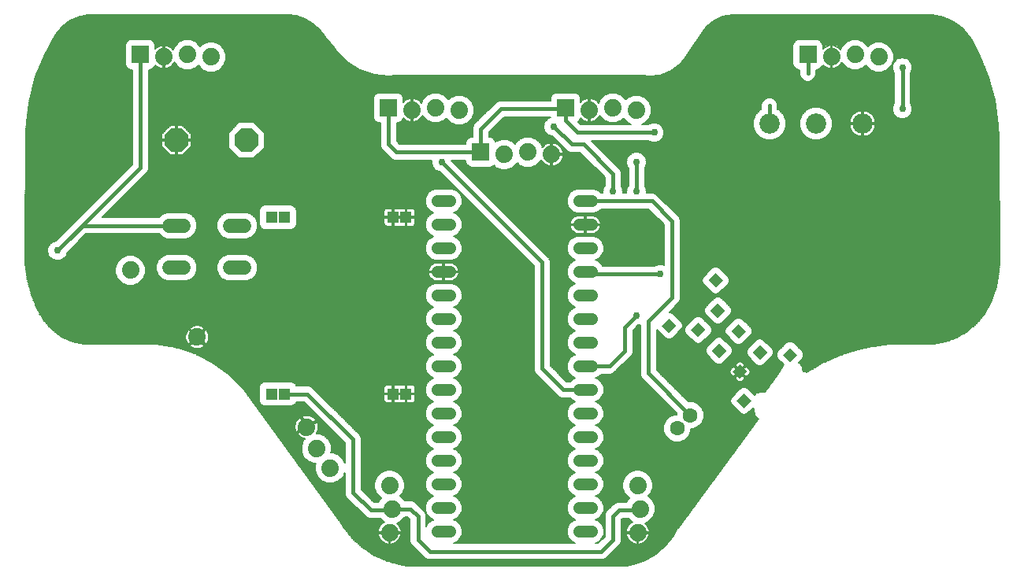
<source format=gbl>
G75*
%MOIN*%
%OFA0B0*%
%FSLAX25Y25*%
%IPPOS*%
%LPD*%
%AMOC8*
5,1,8,0,0,1.08239X$1,22.5*
%
%ADD10C,0.08600*%
%ADD11C,0.07400*%
%ADD12OC8,0.10000*%
%ADD13R,0.07400X0.07400*%
%ADD14C,0.05150*%
%ADD15C,0.06000*%
%ADD16R,0.04362X0.04362*%
%ADD17C,0.06299*%
%ADD18R,0.05150X0.05150*%
%ADD19C,0.00600*%
%ADD20C,0.02978*%
%ADD21C,0.01600*%
D10*
X0340115Y0202600D03*
X0359800Y0202600D03*
X0379485Y0202600D03*
D11*
X0386300Y0230800D03*
X0376300Y0231800D03*
X0366300Y0230800D03*
X0283800Y0208300D03*
X0273800Y0209300D03*
X0263800Y0208300D03*
X0247900Y0189500D03*
X0237900Y0190500D03*
X0227900Y0189500D03*
X0208800Y0208300D03*
X0198800Y0209300D03*
X0188800Y0208300D03*
X0103800Y0230800D03*
X0093800Y0231800D03*
X0083800Y0230800D03*
X0069658Y0140442D03*
X0097942Y0112158D03*
X0144233Y0074050D03*
X0148367Y0064890D03*
X0154233Y0056729D03*
X0179300Y0049400D03*
X0180300Y0039400D03*
X0179300Y0029400D03*
X0284300Y0029400D03*
X0285300Y0039400D03*
X0284300Y0049400D03*
D12*
X0118700Y0195500D03*
X0089100Y0195500D03*
D13*
X0073800Y0231800D03*
X0178800Y0209300D03*
X0217900Y0190500D03*
X0253800Y0209300D03*
X0356300Y0231800D03*
D14*
X0264775Y0169800D02*
X0259625Y0169800D01*
X0259625Y0159800D02*
X0264775Y0159800D01*
X0264775Y0149800D02*
X0259625Y0149800D01*
X0259625Y0139800D02*
X0264775Y0139800D01*
X0264775Y0129800D02*
X0259625Y0129800D01*
X0259625Y0119800D02*
X0264775Y0119800D01*
X0264775Y0109800D02*
X0259625Y0109800D01*
X0259625Y0099800D02*
X0264775Y0099800D01*
X0264775Y0089800D02*
X0259625Y0089800D01*
X0259625Y0079800D02*
X0264775Y0079800D01*
X0264775Y0069800D02*
X0259625Y0069800D01*
X0259625Y0059800D02*
X0264775Y0059800D01*
X0264775Y0049800D02*
X0259625Y0049800D01*
X0259625Y0039800D02*
X0264775Y0039800D01*
X0264775Y0029800D02*
X0259625Y0029800D01*
X0204775Y0029800D02*
X0199625Y0029800D01*
X0199625Y0039800D02*
X0204775Y0039800D01*
X0204775Y0049800D02*
X0199625Y0049800D01*
X0199625Y0059800D02*
X0204775Y0059800D01*
X0204775Y0069800D02*
X0199625Y0069800D01*
X0199625Y0079800D02*
X0204775Y0079800D01*
X0204775Y0089800D02*
X0199625Y0089800D01*
X0199625Y0099800D02*
X0204775Y0099800D01*
X0204775Y0109800D02*
X0199625Y0109800D01*
X0199625Y0119800D02*
X0204775Y0119800D01*
X0204775Y0129800D02*
X0199625Y0129800D01*
X0199625Y0139800D02*
X0204775Y0139800D01*
X0204775Y0149800D02*
X0199625Y0149800D01*
X0199625Y0159800D02*
X0204775Y0159800D01*
X0204775Y0169800D02*
X0199625Y0169800D01*
D15*
X0117800Y0159400D02*
X0111800Y0159400D01*
X0092200Y0159400D02*
X0086200Y0159400D01*
X0086200Y0141600D02*
X0092200Y0141600D01*
X0111800Y0141600D02*
X0117800Y0141600D01*
D16*
G36*
X0300635Y0116971D02*
X0297551Y0113887D01*
X0294467Y0116971D01*
X0297551Y0120055D01*
X0300635Y0116971D01*
G37*
G36*
X0313010Y0115203D02*
X0309926Y0112119D01*
X0306842Y0115203D01*
X0309926Y0118287D01*
X0313010Y0115203D01*
G37*
G36*
X0321353Y0123406D02*
X0318269Y0120322D01*
X0315185Y0123406D01*
X0318269Y0126490D01*
X0321353Y0123406D01*
G37*
G36*
X0330122Y0114638D02*
X0327038Y0111554D01*
X0323954Y0114638D01*
X0327038Y0117722D01*
X0330122Y0114638D01*
G37*
G36*
X0339173Y0105728D02*
X0336089Y0102644D01*
X0333005Y0105728D01*
X0336089Y0108812D01*
X0339173Y0105728D01*
G37*
G36*
X0351900Y0104597D02*
X0348816Y0101513D01*
X0345732Y0104597D01*
X0348816Y0107681D01*
X0351900Y0104597D01*
G37*
G36*
X0330687Y0097526D02*
X0327603Y0094442D01*
X0324519Y0097526D01*
X0327603Y0100610D01*
X0330687Y0097526D01*
G37*
G36*
X0321848Y0106364D02*
X0318764Y0103280D01*
X0315680Y0106364D01*
X0318764Y0109448D01*
X0321848Y0106364D01*
G37*
G36*
X0332455Y0085151D02*
X0329371Y0082067D01*
X0326287Y0085151D01*
X0329371Y0088235D01*
X0332455Y0085151D01*
G37*
G36*
X0320434Y0136204D02*
X0317350Y0133120D01*
X0314266Y0136204D01*
X0317350Y0139288D01*
X0320434Y0136204D01*
G37*
D17*
X0306584Y0079084D03*
X0301016Y0073516D03*
D18*
X0186280Y0088091D03*
X0180769Y0088091D03*
X0134824Y0088091D03*
X0129312Y0088091D03*
X0129312Y0162894D03*
X0134824Y0162894D03*
X0180769Y0162894D03*
X0186280Y0162894D03*
D19*
X0139924Y0076606D02*
X0127465Y0076606D01*
X0127900Y0076008D02*
X0139619Y0076008D01*
X0139599Y0075969D02*
X0139356Y0075221D01*
X0139233Y0074444D01*
X0139233Y0073656D01*
X0139356Y0072879D01*
X0139599Y0072131D01*
X0139761Y0071814D01*
X0143823Y0074160D01*
X0141475Y0078227D01*
X0140976Y0077864D01*
X0140419Y0077307D01*
X0139957Y0076671D01*
X0139599Y0075969D01*
X0139417Y0075409D02*
X0128335Y0075409D01*
X0128770Y0074811D02*
X0139291Y0074811D01*
X0139233Y0074212D02*
X0129205Y0074212D01*
X0129640Y0073614D02*
X0139240Y0073614D01*
X0139335Y0073015D02*
X0130075Y0073015D01*
X0130510Y0072417D02*
X0139506Y0072417D01*
X0139758Y0071818D02*
X0130946Y0071818D01*
X0131381Y0071220D02*
X0140109Y0071220D01*
X0140056Y0071292D02*
X0140419Y0070793D01*
X0140976Y0070236D01*
X0141612Y0069774D01*
X0142314Y0069416D01*
X0143062Y0069173D01*
X0143526Y0069100D01*
X0142941Y0068515D01*
X0141967Y0066163D01*
X0141967Y0063617D01*
X0142941Y0061264D01*
X0144742Y0059464D01*
X0147094Y0058490D01*
X0148035Y0058490D01*
X0147833Y0058003D01*
X0147833Y0055456D01*
X0148807Y0053104D01*
X0150608Y0051304D01*
X0152960Y0050329D01*
X0155506Y0050329D01*
X0157858Y0051304D01*
X0159659Y0053104D01*
X0160300Y0054653D01*
X0160300Y0045604D01*
X0160833Y0044317D01*
X0168333Y0036817D01*
X0169317Y0035833D01*
X0170604Y0035300D01*
X0175349Y0035300D01*
X0176675Y0033974D01*
X0177000Y0033840D01*
X0176679Y0033676D01*
X0176043Y0033214D01*
X0175486Y0032657D01*
X0175024Y0032021D01*
X0174666Y0031319D01*
X0174423Y0030571D01*
X0174300Y0029794D01*
X0174300Y0029700D01*
X0179000Y0029700D01*
X0179000Y0029100D01*
X0179600Y0029100D01*
X0179600Y0029700D01*
X0184300Y0029700D01*
X0184300Y0029794D01*
X0184177Y0030571D01*
X0183934Y0031319D01*
X0183576Y0032021D01*
X0183114Y0032657D01*
X0182557Y0033214D01*
X0182387Y0033337D01*
X0183925Y0033974D01*
X0185726Y0035775D01*
X0185778Y0035900D01*
X0186750Y0035900D01*
X0187800Y0034850D01*
X0187800Y0025604D01*
X0188333Y0024317D01*
X0193333Y0019317D01*
X0194317Y0018333D01*
X0195604Y0017800D01*
X0269496Y0017800D01*
X0270783Y0018333D01*
X0275783Y0023333D01*
X0276767Y0024317D01*
X0277300Y0025604D01*
X0277300Y0034850D01*
X0277750Y0035300D01*
X0280349Y0035300D01*
X0281675Y0033974D01*
X0282000Y0033840D01*
X0281679Y0033676D01*
X0281043Y0033214D01*
X0280486Y0032657D01*
X0280024Y0032021D01*
X0279666Y0031319D01*
X0279423Y0030571D01*
X0279300Y0029794D01*
X0279300Y0029700D01*
X0284000Y0029700D01*
X0284000Y0029100D01*
X0284600Y0029100D01*
X0284600Y0029700D01*
X0289300Y0029700D01*
X0289300Y0029794D01*
X0289177Y0030571D01*
X0288934Y0031319D01*
X0288576Y0032021D01*
X0288114Y0032657D01*
X0287557Y0033214D01*
X0287387Y0033337D01*
X0288925Y0033974D01*
X0290726Y0035775D01*
X0291700Y0038127D01*
X0291700Y0040673D01*
X0290726Y0043025D01*
X0288925Y0044826D01*
X0288820Y0044869D01*
X0289726Y0045775D01*
X0290700Y0048127D01*
X0290700Y0050673D01*
X0289726Y0053025D01*
X0287925Y0054826D01*
X0285573Y0055800D01*
X0283027Y0055800D01*
X0280675Y0054826D01*
X0278874Y0053025D01*
X0277900Y0050673D01*
X0277900Y0048127D01*
X0278874Y0045775D01*
X0280675Y0043974D01*
X0280780Y0043931D01*
X0279874Y0043025D01*
X0279574Y0042300D01*
X0275604Y0042300D01*
X0274317Y0041767D01*
X0273333Y0040783D01*
X0271817Y0039267D01*
X0270833Y0038283D01*
X0270300Y0036996D01*
X0270300Y0027750D01*
X0267350Y0024800D01*
X0266487Y0024800D01*
X0267763Y0025328D01*
X0269247Y0026812D01*
X0270050Y0028751D01*
X0270050Y0030849D01*
X0269247Y0032788D01*
X0267763Y0034272D01*
X0266487Y0034800D01*
X0267763Y0035328D01*
X0269247Y0036812D01*
X0270050Y0038751D01*
X0270050Y0040849D01*
X0269247Y0042788D01*
X0267763Y0044272D01*
X0266487Y0044800D01*
X0267763Y0045328D01*
X0269247Y0046812D01*
X0270050Y0048751D01*
X0270050Y0050849D01*
X0269247Y0052788D01*
X0267763Y0054272D01*
X0266487Y0054800D01*
X0267763Y0055328D01*
X0269247Y0056812D01*
X0270050Y0058751D01*
X0270050Y0060849D01*
X0269247Y0062788D01*
X0267763Y0064272D01*
X0266487Y0064800D01*
X0267763Y0065328D01*
X0269247Y0066812D01*
X0270050Y0068751D01*
X0270050Y0070849D01*
X0269247Y0072788D01*
X0267763Y0074272D01*
X0266487Y0074800D01*
X0267763Y0075328D01*
X0269247Y0076812D01*
X0270050Y0078751D01*
X0270050Y0080849D01*
X0269247Y0082788D01*
X0267763Y0084272D01*
X0266487Y0084800D01*
X0267763Y0085328D01*
X0269247Y0086812D01*
X0270050Y0088751D01*
X0270050Y0090849D01*
X0269247Y0092788D01*
X0267763Y0094272D01*
X0266487Y0094800D01*
X0267763Y0095328D01*
X0268734Y0096300D01*
X0272996Y0096300D01*
X0274283Y0096833D01*
X0275267Y0097817D01*
X0281767Y0104317D01*
X0282300Y0105604D01*
X0282300Y0114850D01*
X0284561Y0117111D01*
X0284633Y0117111D01*
X0285300Y0117387D01*
X0285300Y0096172D01*
X0285833Y0094885D01*
X0300734Y0079984D01*
X0300734Y0079366D01*
X0299853Y0079366D01*
X0297703Y0078475D01*
X0296057Y0076830D01*
X0295166Y0074680D01*
X0295166Y0072353D01*
X0296057Y0070203D01*
X0297703Y0068557D01*
X0299853Y0067666D01*
X0302180Y0067666D01*
X0304330Y0068557D01*
X0305975Y0070203D01*
X0306866Y0072353D01*
X0306866Y0073234D01*
X0307747Y0073234D01*
X0309897Y0074125D01*
X0311543Y0075770D01*
X0312433Y0077920D01*
X0312433Y0080247D01*
X0311543Y0082397D01*
X0309897Y0084043D01*
X0307747Y0084933D01*
X0305684Y0084933D01*
X0292300Y0098318D01*
X0292300Y0115319D01*
X0296022Y0111598D01*
X0297014Y0111187D01*
X0298088Y0111187D01*
X0299081Y0111598D01*
X0302925Y0115442D01*
X0303336Y0116434D01*
X0303336Y0117508D01*
X0302925Y0118500D01*
X0299081Y0122345D01*
X0298088Y0122756D01*
X0297705Y0122756D01*
X0301767Y0126817D01*
X0302300Y0128104D01*
X0302300Y0161996D01*
X0301767Y0163283D01*
X0292283Y0172767D01*
X0290996Y0173300D01*
X0287989Y0173300D01*
X0287989Y0174633D01*
X0287351Y0176173D01*
X0287300Y0176224D01*
X0287300Y0183876D01*
X0287351Y0183927D01*
X0287989Y0185467D01*
X0287989Y0187133D01*
X0287351Y0188673D01*
X0286173Y0189851D01*
X0284633Y0190489D01*
X0282967Y0190489D01*
X0281427Y0189851D01*
X0280249Y0188673D01*
X0279611Y0187133D01*
X0279611Y0185467D01*
X0280249Y0183927D01*
X0280300Y0183876D01*
X0280300Y0176224D01*
X0280249Y0176173D01*
X0279611Y0174633D01*
X0279611Y0173300D01*
X0277989Y0173300D01*
X0277989Y0174633D01*
X0277351Y0176173D01*
X0277300Y0176224D01*
X0277300Y0181996D01*
X0276767Y0183283D01*
X0275783Y0184267D01*
X0264750Y0195300D01*
X0288876Y0195300D01*
X0288927Y0195249D01*
X0290467Y0194611D01*
X0292133Y0194611D01*
X0293673Y0195249D01*
X0294851Y0196427D01*
X0295489Y0197967D01*
X0295489Y0199633D01*
X0294851Y0201173D01*
X0293673Y0202351D01*
X0292133Y0202989D01*
X0290467Y0202989D01*
X0288927Y0202351D01*
X0288876Y0202300D01*
X0286039Y0202300D01*
X0287425Y0202874D01*
X0289226Y0204675D01*
X0290200Y0207027D01*
X0290200Y0209573D01*
X0289226Y0211925D01*
X0287425Y0213726D01*
X0285073Y0214700D01*
X0282527Y0214700D01*
X0280175Y0213726D01*
X0279269Y0212820D01*
X0279226Y0212925D01*
X0277425Y0214726D01*
X0275073Y0215700D01*
X0272527Y0215700D01*
X0270175Y0214726D01*
X0268374Y0212925D01*
X0267737Y0211387D01*
X0267614Y0211557D01*
X0267057Y0212114D01*
X0266421Y0212576D01*
X0265719Y0212934D01*
X0264971Y0213177D01*
X0264194Y0213300D01*
X0264100Y0213300D01*
X0264100Y0208600D01*
X0263500Y0208600D01*
X0263500Y0213300D01*
X0263406Y0213300D01*
X0262629Y0213177D01*
X0261881Y0212934D01*
X0261179Y0212576D01*
X0260543Y0212114D01*
X0260200Y0211771D01*
X0260200Y0213537D01*
X0259789Y0214529D01*
X0259029Y0215289D01*
X0258037Y0215700D01*
X0249563Y0215700D01*
X0248571Y0215289D01*
X0247811Y0214529D01*
X0247400Y0213537D01*
X0247400Y0212300D01*
X0225604Y0212300D01*
X0224317Y0211767D01*
X0215917Y0203367D01*
X0214933Y0202383D01*
X0214400Y0201096D01*
X0214400Y0196900D01*
X0213663Y0196900D01*
X0212671Y0196489D01*
X0211911Y0195729D01*
X0211500Y0194737D01*
X0211500Y0194000D01*
X0183550Y0194000D01*
X0182300Y0195250D01*
X0182300Y0202900D01*
X0183037Y0202900D01*
X0184029Y0203311D01*
X0184789Y0204071D01*
X0185131Y0204897D01*
X0185543Y0204486D01*
X0186179Y0204024D01*
X0186881Y0203666D01*
X0187629Y0203423D01*
X0188406Y0203300D01*
X0188500Y0203300D01*
X0188500Y0208000D01*
X0189100Y0208000D01*
X0189100Y0203300D01*
X0189194Y0203300D01*
X0189971Y0203423D01*
X0190719Y0203666D01*
X0191421Y0204024D01*
X0192057Y0204486D01*
X0192614Y0205043D01*
X0193076Y0205679D01*
X0193240Y0206000D01*
X0193374Y0205675D01*
X0195175Y0203874D01*
X0197527Y0202900D01*
X0200073Y0202900D01*
X0202425Y0203874D01*
X0203331Y0204780D01*
X0203374Y0204675D01*
X0205175Y0202874D01*
X0207527Y0201900D01*
X0210073Y0201900D01*
X0212425Y0202874D01*
X0214226Y0204675D01*
X0215200Y0207027D01*
X0215200Y0209573D01*
X0214226Y0211925D01*
X0212425Y0213726D01*
X0210073Y0214700D01*
X0207527Y0214700D01*
X0205175Y0213726D01*
X0204269Y0212820D01*
X0204226Y0212925D01*
X0202425Y0214726D01*
X0200073Y0215700D01*
X0197527Y0215700D01*
X0195175Y0214726D01*
X0193374Y0212925D01*
X0192737Y0211387D01*
X0192614Y0211557D01*
X0192057Y0212114D01*
X0191421Y0212576D01*
X0190719Y0212934D01*
X0189971Y0213177D01*
X0189194Y0213300D01*
X0189100Y0213300D01*
X0189100Y0208600D01*
X0188500Y0208600D01*
X0188500Y0213300D01*
X0188406Y0213300D01*
X0187629Y0213177D01*
X0186881Y0212934D01*
X0186179Y0212576D01*
X0185543Y0212114D01*
X0185200Y0211771D01*
X0185200Y0213537D01*
X0184789Y0214529D01*
X0184029Y0215289D01*
X0183037Y0215700D01*
X0174563Y0215700D01*
X0173571Y0215289D01*
X0172811Y0214529D01*
X0172400Y0213537D01*
X0172400Y0205063D01*
X0172811Y0204071D01*
X0173571Y0203311D01*
X0174563Y0202900D01*
X0175300Y0202900D01*
X0175300Y0193104D01*
X0175833Y0191817D01*
X0179133Y0188517D01*
X0180117Y0187533D01*
X0181404Y0187000D01*
X0197111Y0187000D01*
X0197111Y0185467D01*
X0197749Y0183927D01*
X0198927Y0182749D01*
X0200467Y0182111D01*
X0200539Y0182111D01*
X0240300Y0142350D01*
X0240300Y0098104D01*
X0240833Y0096817D01*
X0249833Y0087817D01*
X0250817Y0086833D01*
X0252104Y0086300D01*
X0255665Y0086300D01*
X0256637Y0085328D01*
X0257913Y0084800D01*
X0256637Y0084272D01*
X0255153Y0082788D01*
X0254350Y0080849D01*
X0254350Y0078751D01*
X0255153Y0076812D01*
X0256637Y0075328D01*
X0257913Y0074800D01*
X0256637Y0074272D01*
X0255153Y0072788D01*
X0254350Y0070849D01*
X0254350Y0068751D01*
X0255153Y0066812D01*
X0256637Y0065328D01*
X0257913Y0064800D01*
X0256637Y0064272D01*
X0255153Y0062788D01*
X0254350Y0060849D01*
X0254350Y0058751D01*
X0255153Y0056812D01*
X0256637Y0055328D01*
X0257913Y0054800D01*
X0256637Y0054272D01*
X0255153Y0052788D01*
X0254350Y0050849D01*
X0254350Y0048751D01*
X0255153Y0046812D01*
X0256637Y0045328D01*
X0257913Y0044800D01*
X0256637Y0044272D01*
X0255153Y0042788D01*
X0254350Y0040849D01*
X0254350Y0038751D01*
X0255153Y0036812D01*
X0256637Y0035328D01*
X0257913Y0034800D01*
X0256637Y0034272D01*
X0255153Y0032788D01*
X0254350Y0030849D01*
X0254350Y0028751D01*
X0255153Y0026812D01*
X0256637Y0025328D01*
X0257913Y0024800D01*
X0206487Y0024800D01*
X0207763Y0025328D01*
X0209247Y0026812D01*
X0210050Y0028751D01*
X0210050Y0030849D01*
X0209247Y0032788D01*
X0207763Y0034272D01*
X0206487Y0034800D01*
X0207763Y0035328D01*
X0209247Y0036812D01*
X0210050Y0038751D01*
X0210050Y0040849D01*
X0209247Y0042788D01*
X0207763Y0044272D01*
X0206487Y0044800D01*
X0207763Y0045328D01*
X0209247Y0046812D01*
X0210050Y0048751D01*
X0210050Y0050849D01*
X0209247Y0052788D01*
X0207763Y0054272D01*
X0206487Y0054800D01*
X0207763Y0055328D01*
X0209247Y0056812D01*
X0210050Y0058751D01*
X0210050Y0060849D01*
X0209247Y0062788D01*
X0207763Y0064272D01*
X0206487Y0064800D01*
X0207763Y0065328D01*
X0209247Y0066812D01*
X0210050Y0068751D01*
X0210050Y0070849D01*
X0209247Y0072788D01*
X0207763Y0074272D01*
X0206487Y0074800D01*
X0207763Y0075328D01*
X0209247Y0076812D01*
X0210050Y0078751D01*
X0210050Y0080849D01*
X0209247Y0082788D01*
X0207763Y0084272D01*
X0206487Y0084800D01*
X0207763Y0085328D01*
X0209247Y0086812D01*
X0210050Y0088751D01*
X0210050Y0090849D01*
X0209247Y0092788D01*
X0207763Y0094272D01*
X0206487Y0094800D01*
X0207763Y0095328D01*
X0209247Y0096812D01*
X0210050Y0098751D01*
X0210050Y0100849D01*
X0209247Y0102788D01*
X0207763Y0104272D01*
X0206487Y0104800D01*
X0207763Y0105328D01*
X0209247Y0106812D01*
X0210050Y0108751D01*
X0210050Y0110849D01*
X0209247Y0112788D01*
X0207763Y0114272D01*
X0206487Y0114800D01*
X0207763Y0115328D01*
X0209247Y0116812D01*
X0210050Y0118751D01*
X0210050Y0120849D01*
X0209247Y0122788D01*
X0207763Y0124272D01*
X0206487Y0124800D01*
X0207763Y0125328D01*
X0209247Y0126812D01*
X0210050Y0128751D01*
X0210050Y0130849D01*
X0209247Y0132788D01*
X0207763Y0134272D01*
X0205824Y0135075D01*
X0198576Y0135075D01*
X0196637Y0134272D01*
X0195153Y0132788D01*
X0194350Y0130849D01*
X0194350Y0128751D01*
X0195153Y0126812D01*
X0196637Y0125328D01*
X0197913Y0124800D01*
X0196637Y0124272D01*
X0195153Y0122788D01*
X0194350Y0120849D01*
X0194350Y0118751D01*
X0195153Y0116812D01*
X0196637Y0115328D01*
X0197913Y0114800D01*
X0196637Y0114272D01*
X0195153Y0112788D01*
X0194350Y0110849D01*
X0194350Y0108751D01*
X0195153Y0106812D01*
X0196637Y0105328D01*
X0197913Y0104800D01*
X0196637Y0104272D01*
X0195153Y0102788D01*
X0194350Y0100849D01*
X0194350Y0098751D01*
X0195153Y0096812D01*
X0196637Y0095328D01*
X0197913Y0094800D01*
X0196637Y0094272D01*
X0195153Y0092788D01*
X0194350Y0090849D01*
X0194350Y0088751D01*
X0195153Y0086812D01*
X0196637Y0085328D01*
X0197913Y0084800D01*
X0196637Y0084272D01*
X0195153Y0082788D01*
X0194350Y0080849D01*
X0194350Y0078751D01*
X0195153Y0076812D01*
X0196637Y0075328D01*
X0197913Y0074800D01*
X0196637Y0074272D01*
X0195153Y0072788D01*
X0194350Y0070849D01*
X0194350Y0068751D01*
X0195153Y0066812D01*
X0196637Y0065328D01*
X0197913Y0064800D01*
X0196637Y0064272D01*
X0195153Y0062788D01*
X0194350Y0060849D01*
X0194350Y0058751D01*
X0195153Y0056812D01*
X0196637Y0055328D01*
X0197913Y0054800D01*
X0196637Y0054272D01*
X0195153Y0052788D01*
X0194350Y0050849D01*
X0194350Y0048751D01*
X0195153Y0046812D01*
X0196637Y0045328D01*
X0197913Y0044800D01*
X0196637Y0044272D01*
X0195153Y0042788D01*
X0194350Y0040849D01*
X0194350Y0038751D01*
X0195153Y0036812D01*
X0196637Y0035328D01*
X0197913Y0034800D01*
X0196637Y0034272D01*
X0195153Y0032788D01*
X0194800Y0031935D01*
X0194800Y0036996D01*
X0194267Y0038283D01*
X0193283Y0039267D01*
X0193283Y0039267D01*
X0190183Y0042367D01*
X0188896Y0042900D01*
X0185778Y0042900D01*
X0185726Y0043025D01*
X0183925Y0044826D01*
X0183820Y0044869D01*
X0184726Y0045775D01*
X0185700Y0048127D01*
X0185700Y0050673D01*
X0184726Y0053025D01*
X0182925Y0054826D01*
X0180573Y0055800D01*
X0178027Y0055800D01*
X0175675Y0054826D01*
X0173874Y0053025D01*
X0172900Y0050673D01*
X0172900Y0048127D01*
X0173874Y0045775D01*
X0175675Y0043974D01*
X0175780Y0043931D01*
X0174874Y0043025D01*
X0174574Y0042300D01*
X0172750Y0042300D01*
X0167300Y0047750D01*
X0167300Y0069496D01*
X0166767Y0070783D01*
X0146491Y0091058D01*
X0145205Y0091591D01*
X0139938Y0091591D01*
X0139687Y0092196D01*
X0138928Y0092955D01*
X0137935Y0093366D01*
X0126200Y0093366D01*
X0125208Y0092955D01*
X0124448Y0092196D01*
X0124037Y0091203D01*
X0124037Y0084979D01*
X0124448Y0083987D01*
X0125208Y0083228D01*
X0126200Y0082817D01*
X0137935Y0082817D01*
X0138928Y0083228D01*
X0139687Y0083987D01*
X0139938Y0084591D01*
X0143059Y0084591D01*
X0160300Y0067350D01*
X0160300Y0058806D01*
X0159659Y0060355D01*
X0157858Y0062155D01*
X0155506Y0063129D01*
X0154565Y0063129D01*
X0154767Y0063617D01*
X0154767Y0066163D01*
X0153793Y0068515D01*
X0151992Y0070315D01*
X0149640Y0071290D01*
X0148408Y0071290D01*
X0148509Y0071429D01*
X0148867Y0072131D01*
X0149110Y0072879D01*
X0149233Y0073656D01*
X0149233Y0074444D01*
X0149110Y0075221D01*
X0148867Y0075969D01*
X0148705Y0076286D01*
X0144643Y0073940D01*
X0144343Y0074460D01*
X0148410Y0076808D01*
X0148047Y0077307D01*
X0147490Y0077864D01*
X0146854Y0078326D01*
X0146152Y0078684D01*
X0145404Y0078927D01*
X0144627Y0079050D01*
X0143839Y0079050D01*
X0143062Y0078927D01*
X0142314Y0078684D01*
X0141997Y0078522D01*
X0144343Y0074460D01*
X0143823Y0074160D01*
X0144123Y0073640D01*
X0140056Y0071292D01*
X0139768Y0071818D02*
X0140968Y0071818D01*
X0140804Y0072417D02*
X0142004Y0072417D01*
X0141841Y0073015D02*
X0143041Y0073015D01*
X0142878Y0073614D02*
X0144078Y0073614D01*
X0143914Y0074212D02*
X0143793Y0074212D01*
X0143447Y0074811D02*
X0144140Y0074811D01*
X0143795Y0075409D02*
X0143102Y0075409D01*
X0142756Y0076008D02*
X0143449Y0076008D01*
X0143103Y0076606D02*
X0142411Y0076606D01*
X0142065Y0077205D02*
X0142758Y0077205D01*
X0142412Y0077803D02*
X0141720Y0077803D01*
X0142067Y0078402D02*
X0126160Y0078402D01*
X0125725Y0079001D02*
X0143527Y0079001D01*
X0144939Y0079001D02*
X0148650Y0079001D01*
X0148051Y0079599D02*
X0125290Y0079599D01*
X0124855Y0080198D02*
X0147453Y0080198D01*
X0146854Y0080796D02*
X0124420Y0080796D01*
X0123985Y0081395D02*
X0146256Y0081395D01*
X0145657Y0081993D02*
X0123550Y0081993D01*
X0123115Y0082592D02*
X0145059Y0082592D01*
X0144460Y0083190D02*
X0138837Y0083190D01*
X0139489Y0083789D02*
X0143862Y0083789D01*
X0143263Y0084387D02*
X0139853Y0084387D01*
X0140915Y0077803D02*
X0126595Y0077803D01*
X0127030Y0077205D02*
X0140345Y0077205D01*
X0144486Y0074212D02*
X0145114Y0074212D01*
X0144951Y0074811D02*
X0146151Y0074811D01*
X0145988Y0075409D02*
X0147188Y0075409D01*
X0147024Y0076008D02*
X0148224Y0076008D01*
X0148061Y0076606D02*
X0151044Y0076606D01*
X0151642Y0076008D02*
X0148847Y0076008D01*
X0149049Y0075409D02*
X0152241Y0075409D01*
X0152839Y0074811D02*
X0149175Y0074811D01*
X0149233Y0074212D02*
X0153438Y0074212D01*
X0154036Y0073614D02*
X0149226Y0073614D01*
X0149131Y0073015D02*
X0154635Y0073015D01*
X0155233Y0072417D02*
X0148960Y0072417D01*
X0148708Y0071818D02*
X0155832Y0071818D01*
X0156430Y0071220D02*
X0149809Y0071220D01*
X0151254Y0070621D02*
X0157029Y0070621D01*
X0157627Y0070023D02*
X0152285Y0070023D01*
X0152883Y0069424D02*
X0158226Y0069424D01*
X0158824Y0068826D02*
X0153482Y0068826D01*
X0153912Y0068227D02*
X0159423Y0068227D01*
X0160021Y0067629D02*
X0154160Y0067629D01*
X0154408Y0067030D02*
X0160300Y0067030D01*
X0160300Y0066432D02*
X0154656Y0066432D01*
X0154767Y0065833D02*
X0160300Y0065833D01*
X0160300Y0065235D02*
X0154767Y0065235D01*
X0154767Y0064636D02*
X0160300Y0064636D01*
X0160300Y0064038D02*
X0154767Y0064038D01*
X0154693Y0063439D02*
X0160300Y0063439D01*
X0160300Y0062841D02*
X0156203Y0062841D01*
X0157648Y0062242D02*
X0160300Y0062242D01*
X0160300Y0061644D02*
X0158370Y0061644D01*
X0158968Y0061045D02*
X0160300Y0061045D01*
X0160300Y0060447D02*
X0159567Y0060447D01*
X0159869Y0059848D02*
X0160300Y0059848D01*
X0160300Y0059250D02*
X0160116Y0059250D01*
X0160221Y0054462D02*
X0160300Y0054462D01*
X0160300Y0053863D02*
X0159973Y0053863D01*
X0159725Y0053265D02*
X0160300Y0053265D01*
X0160300Y0052666D02*
X0159221Y0052666D01*
X0158622Y0052068D02*
X0160300Y0052068D01*
X0160300Y0051469D02*
X0158023Y0051469D01*
X0156812Y0050870D02*
X0160300Y0050870D01*
X0160300Y0050272D02*
X0146607Y0050272D01*
X0146172Y0050870D02*
X0151654Y0050870D01*
X0150443Y0051469D02*
X0145737Y0051469D01*
X0145302Y0052068D02*
X0149844Y0052068D01*
X0149245Y0052666D02*
X0144867Y0052666D01*
X0144432Y0053265D02*
X0148741Y0053265D01*
X0148493Y0053863D02*
X0143997Y0053863D01*
X0143562Y0054462D02*
X0148245Y0054462D01*
X0147997Y0055060D02*
X0143127Y0055060D01*
X0142692Y0055659D02*
X0147833Y0055659D01*
X0147833Y0056257D02*
X0142257Y0056257D01*
X0141822Y0056856D02*
X0147833Y0056856D01*
X0147833Y0057454D02*
X0141386Y0057454D01*
X0140951Y0058053D02*
X0147854Y0058053D01*
X0146704Y0058651D02*
X0140516Y0058651D01*
X0140081Y0059250D02*
X0145259Y0059250D01*
X0144358Y0059848D02*
X0139646Y0059848D01*
X0139211Y0060447D02*
X0143759Y0060447D01*
X0143161Y0061045D02*
X0138776Y0061045D01*
X0138341Y0061644D02*
X0142784Y0061644D01*
X0142536Y0062242D02*
X0137906Y0062242D01*
X0137471Y0062841D02*
X0142288Y0062841D01*
X0142040Y0063439D02*
X0137036Y0063439D01*
X0136601Y0064038D02*
X0141967Y0064038D01*
X0141967Y0064636D02*
X0136166Y0064636D01*
X0135731Y0065235D02*
X0141967Y0065235D01*
X0141967Y0065833D02*
X0135296Y0065833D01*
X0134861Y0066432D02*
X0142078Y0066432D01*
X0142326Y0067030D02*
X0134426Y0067030D01*
X0133991Y0067629D02*
X0142574Y0067629D01*
X0142822Y0068227D02*
X0133556Y0068227D01*
X0133121Y0068826D02*
X0143252Y0068826D01*
X0142298Y0069424D02*
X0132686Y0069424D01*
X0132251Y0070023D02*
X0141269Y0070023D01*
X0140591Y0070621D02*
X0131816Y0070621D01*
X0146705Y0078402D02*
X0149248Y0078402D01*
X0149847Y0077803D02*
X0147551Y0077803D01*
X0148121Y0077205D02*
X0150445Y0077205D01*
X0155557Y0081993D02*
X0194824Y0081993D01*
X0194576Y0081395D02*
X0156155Y0081395D01*
X0156754Y0080796D02*
X0194350Y0080796D01*
X0194350Y0080198D02*
X0157352Y0080198D01*
X0157951Y0079599D02*
X0194350Y0079599D01*
X0194350Y0079001D02*
X0158549Y0079001D01*
X0159148Y0078402D02*
X0194495Y0078402D01*
X0194743Y0077803D02*
X0159746Y0077803D01*
X0160345Y0077205D02*
X0194991Y0077205D01*
X0195359Y0076606D02*
X0160943Y0076606D01*
X0161542Y0076008D02*
X0195958Y0076008D01*
X0196556Y0075409D02*
X0162140Y0075409D01*
X0162739Y0074811D02*
X0197886Y0074811D01*
X0196578Y0074212D02*
X0163337Y0074212D01*
X0163936Y0073614D02*
X0195979Y0073614D01*
X0195381Y0073015D02*
X0164534Y0073015D01*
X0165133Y0072417D02*
X0195000Y0072417D01*
X0194752Y0071818D02*
X0165731Y0071818D01*
X0166330Y0071220D02*
X0194504Y0071220D01*
X0194350Y0070621D02*
X0166834Y0070621D01*
X0167082Y0070023D02*
X0194350Y0070023D01*
X0194350Y0069424D02*
X0167300Y0069424D01*
X0167300Y0068826D02*
X0194350Y0068826D01*
X0194567Y0068227D02*
X0167300Y0068227D01*
X0167300Y0067629D02*
X0194815Y0067629D01*
X0195063Y0067030D02*
X0167300Y0067030D01*
X0167300Y0066432D02*
X0195534Y0066432D01*
X0196132Y0065833D02*
X0167300Y0065833D01*
X0167300Y0065235D02*
X0196863Y0065235D01*
X0197517Y0064636D02*
X0167300Y0064636D01*
X0167300Y0064038D02*
X0196403Y0064038D01*
X0195805Y0063439D02*
X0167300Y0063439D01*
X0167300Y0062841D02*
X0195206Y0062841D01*
X0194927Y0062242D02*
X0167300Y0062242D01*
X0167300Y0061644D02*
X0194679Y0061644D01*
X0194432Y0061045D02*
X0167300Y0061045D01*
X0167300Y0060447D02*
X0194350Y0060447D01*
X0194350Y0059848D02*
X0167300Y0059848D01*
X0167300Y0059250D02*
X0194350Y0059250D01*
X0194392Y0058651D02*
X0167300Y0058651D01*
X0167300Y0058053D02*
X0194640Y0058053D01*
X0194887Y0057454D02*
X0167300Y0057454D01*
X0167300Y0056856D02*
X0195135Y0056856D01*
X0195708Y0056257D02*
X0167300Y0056257D01*
X0167300Y0055659D02*
X0177686Y0055659D01*
X0176241Y0055060D02*
X0167300Y0055060D01*
X0167300Y0054462D02*
X0175311Y0054462D01*
X0174712Y0053863D02*
X0167300Y0053863D01*
X0167300Y0053265D02*
X0174114Y0053265D01*
X0173726Y0052666D02*
X0167300Y0052666D01*
X0167300Y0052068D02*
X0173478Y0052068D01*
X0173230Y0051469D02*
X0167300Y0051469D01*
X0167300Y0050870D02*
X0172982Y0050870D01*
X0172900Y0050272D02*
X0167300Y0050272D01*
X0167300Y0049673D02*
X0172900Y0049673D01*
X0172900Y0049075D02*
X0167300Y0049075D01*
X0167300Y0048476D02*
X0172900Y0048476D01*
X0173003Y0047878D02*
X0167300Y0047878D01*
X0167770Y0047279D02*
X0173251Y0047279D01*
X0173499Y0046681D02*
X0168369Y0046681D01*
X0168967Y0046082D02*
X0173747Y0046082D01*
X0174165Y0045484D02*
X0169566Y0045484D01*
X0170164Y0044885D02*
X0174764Y0044885D01*
X0175362Y0044287D02*
X0170763Y0044287D01*
X0171361Y0043688D02*
X0175537Y0043688D01*
X0174939Y0043090D02*
X0171960Y0043090D01*
X0172558Y0042491D02*
X0174653Y0042491D01*
X0168046Y0037105D02*
X0156178Y0037105D01*
X0155743Y0037703D02*
X0167447Y0037703D01*
X0166848Y0038302D02*
X0155308Y0038302D01*
X0154873Y0038900D02*
X0166250Y0038900D01*
X0165651Y0039499D02*
X0154438Y0039499D01*
X0154003Y0040097D02*
X0165053Y0040097D01*
X0164454Y0040696D02*
X0153568Y0040696D01*
X0153133Y0041294D02*
X0163856Y0041294D01*
X0163257Y0041893D02*
X0152698Y0041893D01*
X0152263Y0042491D02*
X0162659Y0042491D01*
X0162060Y0043090D02*
X0151827Y0043090D01*
X0151392Y0043688D02*
X0161462Y0043688D01*
X0160863Y0044287D02*
X0150957Y0044287D01*
X0150522Y0044885D02*
X0160598Y0044885D01*
X0160350Y0045484D02*
X0150087Y0045484D01*
X0149652Y0046082D02*
X0160300Y0046082D01*
X0160300Y0046681D02*
X0149217Y0046681D01*
X0148782Y0047279D02*
X0160300Y0047279D01*
X0160300Y0047878D02*
X0148347Y0047878D01*
X0147912Y0048476D02*
X0160300Y0048476D01*
X0160300Y0049075D02*
X0147477Y0049075D01*
X0147042Y0049673D02*
X0160300Y0049673D01*
X0156613Y0036506D02*
X0168644Y0036506D01*
X0169243Y0035908D02*
X0157048Y0035908D01*
X0157483Y0035309D02*
X0170582Y0035309D01*
X0175239Y0032317D02*
X0159396Y0032317D01*
X0159719Y0031790D02*
X0158454Y0033853D01*
X0158411Y0034033D01*
X0158057Y0034520D01*
X0157762Y0035046D01*
X0157558Y0035207D01*
X0120081Y0086766D01*
X0120003Y0086872D01*
X0119595Y0087434D01*
X0119500Y0087565D01*
X0117504Y0090311D01*
X0111490Y0096322D01*
X0104611Y0101319D01*
X0097035Y0105178D01*
X0097035Y0105178D01*
X0088948Y0107805D01*
X0080550Y0109135D01*
X0052705Y0109135D01*
X0050152Y0109270D01*
X0045160Y0110341D01*
X0040503Y0112437D01*
X0036391Y0115463D01*
X0033005Y0119285D01*
X0031633Y0121442D01*
X0030103Y0124372D01*
X0027632Y0130500D01*
X0025978Y0136897D01*
X0025170Y0143455D01*
X0025087Y0146759D01*
X0025090Y0147194D01*
X0025093Y0147615D01*
X0025470Y0197633D01*
X0025474Y0198067D01*
X0025669Y0203047D01*
X0027000Y0212920D01*
X0029567Y0222547D01*
X0033328Y0231772D01*
X0035638Y0236188D01*
X0035769Y0236422D01*
X0036058Y0236934D01*
X0037450Y0239402D01*
X0038478Y0241017D01*
X0041013Y0243878D01*
X0044092Y0246144D01*
X0047578Y0247713D01*
X0051316Y0248515D01*
X0053227Y0248616D01*
X0132996Y0248616D01*
X0133197Y0248555D01*
X0133846Y0248616D01*
X0134498Y0248616D01*
X0134600Y0248658D01*
X0135988Y0248716D01*
X0139839Y0248264D01*
X0143510Y0247013D01*
X0146836Y0245020D01*
X0149670Y0242374D01*
X0150510Y0241294D01*
X0150536Y0241211D01*
X0150966Y0240692D01*
X0151351Y0240139D01*
X0151509Y0240038D01*
X0155358Y0235397D01*
X0157008Y0232979D01*
X0161541Y0228664D01*
X0161541Y0228664D01*
X0166880Y0225397D01*
X0172785Y0223322D01*
X0178993Y0222534D01*
X0178993Y0222534D01*
X0181929Y0222784D01*
X0286727Y0222784D01*
X0288863Y0222462D01*
X0293795Y0223031D01*
X0298406Y0224869D01*
X0298406Y0224869D01*
X0302378Y0227847D01*
X0302378Y0227847D01*
X0302378Y0227847D01*
X0303470Y0229245D01*
X0303593Y0229326D01*
X0303994Y0229916D01*
X0304433Y0230478D01*
X0304472Y0230620D01*
X0312326Y0242179D01*
X0313351Y0243462D01*
X0315800Y0245692D01*
X0318663Y0247358D01*
X0321812Y0248386D01*
X0325106Y0248731D01*
X0326238Y0248669D01*
X0326366Y0248616D01*
X0326991Y0248616D01*
X0327613Y0248549D01*
X0327840Y0248616D01*
X0406890Y0248616D01*
X0409220Y0248493D01*
X0413778Y0247514D01*
X0418029Y0245601D01*
X0421783Y0242839D01*
X0424874Y0239350D01*
X0426127Y0237381D01*
X0428592Y0232668D01*
X0432606Y0222822D01*
X0435345Y0212549D01*
X0436766Y0202013D01*
X0436974Y0196698D01*
X0436977Y0196222D01*
X0437372Y0143932D01*
X0437247Y0140449D01*
X0436094Y0133579D01*
X0433772Y0127011D01*
X0432193Y0123903D01*
X0430840Y0121734D01*
X0427589Y0117793D01*
X0423697Y0114483D01*
X0419286Y0111906D01*
X0414491Y0110143D01*
X0409461Y0109247D01*
X0406907Y0109135D01*
X0391173Y0109135D01*
X0381325Y0107809D01*
X0371742Y0105181D01*
X0362595Y0101299D01*
X0355911Y0097335D01*
X0355894Y0097340D01*
X0355601Y0097461D01*
X0355441Y0097461D01*
X0354568Y0097695D01*
X0354477Y0097670D01*
X0354501Y0097762D01*
X0354267Y0098634D01*
X0354267Y0098794D01*
X0354146Y0099087D01*
X0353870Y0100118D01*
X0353612Y0100375D01*
X0353612Y0100375D01*
X0353007Y0100980D01*
X0352997Y0100991D01*
X0352555Y0101433D01*
X0354190Y0103067D01*
X0354601Y0104060D01*
X0354601Y0105134D01*
X0354190Y0106126D01*
X0350346Y0109970D01*
X0349354Y0110381D01*
X0348279Y0110381D01*
X0347287Y0109970D01*
X0343443Y0106126D01*
X0343032Y0105134D01*
X0343032Y0104060D01*
X0343443Y0103067D01*
X0346050Y0100460D01*
X0345707Y0100118D01*
X0345509Y0099378D01*
X0344706Y0098574D01*
X0344476Y0097719D01*
X0338112Y0088785D01*
X0337967Y0088845D01*
X0337807Y0088845D01*
X0336935Y0089079D01*
X0336935Y0089079D01*
X0334579Y0088447D01*
X0334579Y0088447D01*
X0333778Y0087647D01*
X0330900Y0090525D01*
X0329908Y0090936D01*
X0328834Y0090936D01*
X0327842Y0090525D01*
X0323998Y0086681D01*
X0323587Y0085688D01*
X0323587Y0084614D01*
X0323998Y0083622D01*
X0327842Y0079778D01*
X0328834Y0079367D01*
X0329908Y0079367D01*
X0330900Y0079778D01*
X0332993Y0081870D01*
X0333375Y0081489D01*
X0333309Y0081244D01*
X0333543Y0080372D01*
X0333543Y0080212D01*
X0333664Y0079919D01*
X0333941Y0078888D01*
X0333969Y0078859D01*
X0334198Y0078631D01*
X0334198Y0078631D01*
X0334803Y0078026D01*
X0335351Y0077478D01*
X0301436Y0031361D01*
X0301181Y0031149D01*
X0300933Y0030678D01*
X0300618Y0030250D01*
X0300560Y0030011D01*
X0299424Y0028075D01*
X0296089Y0023874D01*
X0292029Y0020368D01*
X0287388Y0017679D01*
X0282327Y0015901D01*
X0279937Y0015423D01*
X0186301Y0015423D01*
X0183581Y0015854D01*
X0177919Y0017450D01*
X0172576Y0019912D01*
X0167684Y0023179D01*
X0163363Y0027171D01*
X0159719Y0031790D01*
X0159776Y0031718D02*
X0174870Y0031718D01*
X0174601Y0031120D02*
X0160248Y0031120D01*
X0160720Y0030521D02*
X0174415Y0030521D01*
X0174320Y0029923D02*
X0161192Y0029923D01*
X0161664Y0029324D02*
X0179000Y0029324D01*
X0179000Y0029100D02*
X0174300Y0029100D01*
X0174300Y0029006D01*
X0174423Y0028229D01*
X0174666Y0027481D01*
X0175024Y0026779D01*
X0175486Y0026143D01*
X0176043Y0025586D01*
X0176679Y0025124D01*
X0177381Y0024766D01*
X0178129Y0024523D01*
X0178906Y0024400D01*
X0179000Y0024400D01*
X0179000Y0029100D01*
X0179000Y0028726D02*
X0179600Y0028726D01*
X0179600Y0029100D02*
X0179600Y0024400D01*
X0179694Y0024400D01*
X0180471Y0024523D01*
X0181219Y0024766D01*
X0181921Y0025124D01*
X0182557Y0025586D01*
X0183114Y0026143D01*
X0183576Y0026779D01*
X0183934Y0027481D01*
X0184177Y0028229D01*
X0184300Y0029006D01*
X0184300Y0029100D01*
X0179600Y0029100D01*
X0179600Y0029324D02*
X0187800Y0029324D01*
X0187800Y0028726D02*
X0184255Y0028726D01*
X0184144Y0028127D02*
X0187800Y0028127D01*
X0187800Y0027529D02*
X0183949Y0027529D01*
X0183653Y0026930D02*
X0187800Y0026930D01*
X0187800Y0026332D02*
X0183251Y0026332D01*
X0182704Y0025733D02*
X0187800Y0025733D01*
X0187994Y0025134D02*
X0181936Y0025134D01*
X0180510Y0024536D02*
X0188242Y0024536D01*
X0188713Y0023937D02*
X0166863Y0023937D01*
X0167510Y0023339D02*
X0189311Y0023339D01*
X0189910Y0022740D02*
X0168340Y0022740D01*
X0169236Y0022142D02*
X0190508Y0022142D01*
X0191107Y0021543D02*
X0170133Y0021543D01*
X0171029Y0020945D02*
X0191705Y0020945D01*
X0192304Y0020346D02*
X0171925Y0020346D01*
X0172931Y0019748D02*
X0192902Y0019748D01*
X0193501Y0019149D02*
X0174230Y0019149D01*
X0175529Y0018551D02*
X0194099Y0018551D01*
X0195236Y0017952D02*
X0176828Y0017952D01*
X0178259Y0017354D02*
X0286463Y0017354D01*
X0287860Y0017952D02*
X0269864Y0017952D01*
X0271001Y0018551D02*
X0288893Y0018551D01*
X0289926Y0019149D02*
X0271599Y0019149D01*
X0272198Y0019748D02*
X0290960Y0019748D01*
X0291993Y0020346D02*
X0272796Y0020346D01*
X0273395Y0020945D02*
X0292698Y0020945D01*
X0293390Y0021543D02*
X0273993Y0021543D01*
X0274592Y0022142D02*
X0294083Y0022142D01*
X0294776Y0022740D02*
X0275190Y0022740D01*
X0275783Y0023333D02*
X0275783Y0023333D01*
X0275789Y0023339D02*
X0295469Y0023339D01*
X0296139Y0023937D02*
X0276387Y0023937D01*
X0276858Y0024536D02*
X0283090Y0024536D01*
X0283129Y0024523D02*
X0283906Y0024400D01*
X0284000Y0024400D01*
X0284000Y0029100D01*
X0279300Y0029100D01*
X0279300Y0029006D01*
X0279423Y0028229D01*
X0279666Y0027481D01*
X0280024Y0026779D01*
X0280486Y0026143D01*
X0281043Y0025586D01*
X0281679Y0025124D01*
X0282381Y0024766D01*
X0283129Y0024523D01*
X0284000Y0024536D02*
X0284600Y0024536D01*
X0284600Y0024400D02*
X0284694Y0024400D01*
X0285471Y0024523D01*
X0286219Y0024766D01*
X0286921Y0025124D01*
X0287557Y0025586D01*
X0288114Y0026143D01*
X0288576Y0026779D01*
X0288934Y0027481D01*
X0289177Y0028229D01*
X0289300Y0029006D01*
X0289300Y0029100D01*
X0284600Y0029100D01*
X0284600Y0024400D01*
X0284600Y0025134D02*
X0284000Y0025134D01*
X0284000Y0025733D02*
X0284600Y0025733D01*
X0284600Y0026332D02*
X0284000Y0026332D01*
X0284000Y0026930D02*
X0284600Y0026930D01*
X0284600Y0027529D02*
X0284000Y0027529D01*
X0284000Y0028127D02*
X0284600Y0028127D01*
X0284600Y0028726D02*
X0284000Y0028726D01*
X0284000Y0029324D02*
X0277300Y0029324D01*
X0277300Y0028726D02*
X0279344Y0028726D01*
X0279456Y0028127D02*
X0277300Y0028127D01*
X0277300Y0027529D02*
X0279651Y0027529D01*
X0279947Y0026930D02*
X0277300Y0026930D01*
X0277300Y0026332D02*
X0280349Y0026332D01*
X0280896Y0025733D02*
X0277300Y0025733D01*
X0277106Y0025134D02*
X0281664Y0025134D01*
X0285510Y0024536D02*
X0296614Y0024536D01*
X0297089Y0025134D02*
X0286936Y0025134D01*
X0287704Y0025733D02*
X0297565Y0025733D01*
X0298040Y0026332D02*
X0288251Y0026332D01*
X0288653Y0026930D02*
X0298515Y0026930D01*
X0298990Y0027529D02*
X0288949Y0027529D01*
X0289144Y0028127D02*
X0299454Y0028127D01*
X0299806Y0028726D02*
X0289255Y0028726D01*
X0289280Y0029923D02*
X0300508Y0029923D01*
X0300818Y0030521D02*
X0289185Y0030521D01*
X0288999Y0031120D02*
X0301165Y0031120D01*
X0301698Y0031718D02*
X0288730Y0031718D01*
X0288361Y0032317D02*
X0302138Y0032317D01*
X0302578Y0032915D02*
X0287856Y0032915D01*
X0287813Y0033514D02*
X0303019Y0033514D01*
X0303459Y0034112D02*
X0289063Y0034112D01*
X0289662Y0034711D02*
X0303899Y0034711D01*
X0304339Y0035309D02*
X0290260Y0035309D01*
X0290781Y0035908D02*
X0304779Y0035908D01*
X0305219Y0036506D02*
X0291029Y0036506D01*
X0291277Y0037105D02*
X0305660Y0037105D01*
X0306100Y0037703D02*
X0291524Y0037703D01*
X0291700Y0038302D02*
X0306540Y0038302D01*
X0306980Y0038900D02*
X0291700Y0038900D01*
X0291700Y0039499D02*
X0307420Y0039499D01*
X0307860Y0040097D02*
X0291700Y0040097D01*
X0291691Y0040696D02*
X0308300Y0040696D01*
X0308741Y0041294D02*
X0291443Y0041294D01*
X0291195Y0041893D02*
X0309181Y0041893D01*
X0309621Y0042491D02*
X0290947Y0042491D01*
X0290661Y0043090D02*
X0310061Y0043090D01*
X0310501Y0043688D02*
X0290063Y0043688D01*
X0289464Y0044287D02*
X0310941Y0044287D01*
X0311381Y0044885D02*
X0288836Y0044885D01*
X0289435Y0045484D02*
X0311822Y0045484D01*
X0312262Y0046082D02*
X0289853Y0046082D01*
X0290101Y0046681D02*
X0312702Y0046681D01*
X0313142Y0047279D02*
X0290349Y0047279D01*
X0290597Y0047878D02*
X0313582Y0047878D01*
X0314022Y0048476D02*
X0290700Y0048476D01*
X0290700Y0049075D02*
X0314463Y0049075D01*
X0314903Y0049673D02*
X0290700Y0049673D01*
X0290700Y0050272D02*
X0315343Y0050272D01*
X0315783Y0050870D02*
X0290618Y0050870D01*
X0290370Y0051469D02*
X0316223Y0051469D01*
X0316663Y0052068D02*
X0290122Y0052068D01*
X0289874Y0052666D02*
X0317103Y0052666D01*
X0317544Y0053265D02*
X0289486Y0053265D01*
X0288888Y0053863D02*
X0317984Y0053863D01*
X0318424Y0054462D02*
X0288289Y0054462D01*
X0287359Y0055060D02*
X0318864Y0055060D01*
X0319304Y0055659D02*
X0285914Y0055659D01*
X0282686Y0055659D02*
X0268093Y0055659D01*
X0268692Y0056257D02*
X0319744Y0056257D01*
X0320185Y0056856D02*
X0269265Y0056856D01*
X0269513Y0057454D02*
X0320625Y0057454D01*
X0321065Y0058053D02*
X0269760Y0058053D01*
X0270008Y0058651D02*
X0321505Y0058651D01*
X0321945Y0059250D02*
X0270050Y0059250D01*
X0270050Y0059848D02*
X0322385Y0059848D01*
X0322825Y0060447D02*
X0270050Y0060447D01*
X0269968Y0061045D02*
X0323266Y0061045D01*
X0323706Y0061644D02*
X0269721Y0061644D01*
X0269473Y0062242D02*
X0324146Y0062242D01*
X0324586Y0062841D02*
X0269194Y0062841D01*
X0268595Y0063439D02*
X0325026Y0063439D01*
X0325466Y0064038D02*
X0267997Y0064038D01*
X0266883Y0064636D02*
X0325906Y0064636D01*
X0326347Y0065235D02*
X0267537Y0065235D01*
X0268268Y0065833D02*
X0326787Y0065833D01*
X0327227Y0066432D02*
X0268866Y0066432D01*
X0269337Y0067030D02*
X0327667Y0067030D01*
X0328107Y0067629D02*
X0269585Y0067629D01*
X0269833Y0068227D02*
X0298499Y0068227D01*
X0297434Y0068826D02*
X0270050Y0068826D01*
X0270050Y0069424D02*
X0296835Y0069424D01*
X0296237Y0070023D02*
X0270050Y0070023D01*
X0270050Y0070621D02*
X0295884Y0070621D01*
X0295636Y0071220D02*
X0269896Y0071220D01*
X0269648Y0071818D02*
X0295388Y0071818D01*
X0295166Y0072417D02*
X0269400Y0072417D01*
X0269019Y0073015D02*
X0295166Y0073015D01*
X0295166Y0073614D02*
X0268421Y0073614D01*
X0267822Y0074212D02*
X0295166Y0074212D01*
X0295221Y0074811D02*
X0266514Y0074811D01*
X0267844Y0075409D02*
X0295469Y0075409D01*
X0295717Y0076008D02*
X0268442Y0076008D01*
X0269041Y0076606D02*
X0295965Y0076606D01*
X0296432Y0077205D02*
X0269409Y0077205D01*
X0269657Y0077803D02*
X0297031Y0077803D01*
X0297629Y0078402D02*
X0269905Y0078402D01*
X0270050Y0079001D02*
X0298971Y0079001D01*
X0300734Y0079599D02*
X0270050Y0079599D01*
X0270050Y0080198D02*
X0300520Y0080198D01*
X0299922Y0080796D02*
X0270050Y0080796D01*
X0269824Y0081395D02*
X0299323Y0081395D01*
X0298725Y0081993D02*
X0269576Y0081993D01*
X0269328Y0082592D02*
X0298126Y0082592D01*
X0297528Y0083190D02*
X0268844Y0083190D01*
X0268246Y0083789D02*
X0296929Y0083789D01*
X0296331Y0084387D02*
X0267484Y0084387D01*
X0266936Y0084986D02*
X0295732Y0084986D01*
X0295134Y0085584D02*
X0268019Y0085584D01*
X0268617Y0086183D02*
X0294535Y0086183D01*
X0293937Y0086781D02*
X0269216Y0086781D01*
X0269482Y0087380D02*
X0293338Y0087380D01*
X0292740Y0087978D02*
X0269730Y0087978D01*
X0269977Y0088577D02*
X0292141Y0088577D01*
X0291543Y0089175D02*
X0270050Y0089175D01*
X0270050Y0089774D02*
X0290944Y0089774D01*
X0290346Y0090372D02*
X0270050Y0090372D01*
X0269999Y0090971D02*
X0289747Y0090971D01*
X0289149Y0091569D02*
X0269751Y0091569D01*
X0269503Y0092168D02*
X0288550Y0092168D01*
X0287952Y0092766D02*
X0269256Y0092766D01*
X0268670Y0093365D02*
X0287353Y0093365D01*
X0286755Y0093963D02*
X0268071Y0093963D01*
X0267062Y0094562D02*
X0286156Y0094562D01*
X0285719Y0095160D02*
X0267357Y0095160D01*
X0268193Y0095759D02*
X0285471Y0095759D01*
X0285300Y0096357D02*
X0273135Y0096357D01*
X0274406Y0096956D02*
X0285300Y0096956D01*
X0285300Y0097554D02*
X0275004Y0097554D01*
X0275603Y0098153D02*
X0285300Y0098153D01*
X0285300Y0098751D02*
X0276201Y0098751D01*
X0276800Y0099350D02*
X0285300Y0099350D01*
X0285300Y0099948D02*
X0277398Y0099948D01*
X0277997Y0100547D02*
X0285300Y0100547D01*
X0285300Y0101145D02*
X0278595Y0101145D01*
X0279194Y0101744D02*
X0285300Y0101744D01*
X0285300Y0102342D02*
X0279792Y0102342D01*
X0280391Y0102941D02*
X0285300Y0102941D01*
X0285300Y0103539D02*
X0280989Y0103539D01*
X0281588Y0104138D02*
X0285300Y0104138D01*
X0285300Y0104737D02*
X0281941Y0104737D01*
X0282189Y0105335D02*
X0285300Y0105335D01*
X0285300Y0105934D02*
X0282300Y0105934D01*
X0282300Y0106532D02*
X0285300Y0106532D01*
X0285300Y0107131D02*
X0282300Y0107131D01*
X0282300Y0107729D02*
X0285300Y0107729D01*
X0285300Y0108328D02*
X0282300Y0108328D01*
X0282300Y0108926D02*
X0285300Y0108926D01*
X0285300Y0109525D02*
X0282300Y0109525D01*
X0282300Y0110123D02*
X0285300Y0110123D01*
X0285300Y0110722D02*
X0282300Y0110722D01*
X0282300Y0111320D02*
X0285300Y0111320D01*
X0285300Y0111919D02*
X0282300Y0111919D01*
X0282300Y0112517D02*
X0285300Y0112517D01*
X0285300Y0113116D02*
X0282300Y0113116D01*
X0282300Y0113714D02*
X0285300Y0113714D01*
X0285300Y0114313D02*
X0282300Y0114313D01*
X0282361Y0114911D02*
X0285300Y0114911D01*
X0285300Y0115510D02*
X0282959Y0115510D01*
X0283558Y0116108D02*
X0285300Y0116108D01*
X0285300Y0116707D02*
X0284156Y0116707D01*
X0285102Y0117305D02*
X0285300Y0117305D01*
X0292300Y0114911D02*
X0292708Y0114911D01*
X0292300Y0114313D02*
X0293307Y0114313D01*
X0293905Y0113714D02*
X0292300Y0113714D01*
X0292300Y0113116D02*
X0294504Y0113116D01*
X0295102Y0112517D02*
X0292300Y0112517D01*
X0292300Y0111919D02*
X0295701Y0111919D01*
X0296692Y0111320D02*
X0292300Y0111320D01*
X0292300Y0110722D02*
X0307504Y0110722D01*
X0306906Y0111320D02*
X0298411Y0111320D01*
X0299402Y0111919D02*
X0306307Y0111919D01*
X0305709Y0112517D02*
X0300000Y0112517D01*
X0300599Y0113116D02*
X0305110Y0113116D01*
X0304552Y0113674D02*
X0308396Y0109830D01*
X0309389Y0109419D01*
X0310463Y0109419D01*
X0311455Y0109830D01*
X0315299Y0113674D01*
X0315710Y0114666D01*
X0315710Y0115740D01*
X0315299Y0116733D01*
X0311455Y0120577D01*
X0310463Y0120988D01*
X0309389Y0120988D01*
X0308396Y0120577D01*
X0304552Y0116733D01*
X0304141Y0115740D01*
X0304141Y0114666D01*
X0304552Y0113674D01*
X0304535Y0113714D02*
X0301197Y0113714D01*
X0301796Y0114313D02*
X0304288Y0114313D01*
X0304141Y0114911D02*
X0302394Y0114911D01*
X0302953Y0115510D02*
X0304141Y0115510D01*
X0304293Y0116108D02*
X0303201Y0116108D01*
X0303336Y0116707D02*
X0304541Y0116707D01*
X0305125Y0117305D02*
X0303336Y0117305D01*
X0303172Y0117904D02*
X0305723Y0117904D01*
X0306322Y0118502D02*
X0302923Y0118502D01*
X0302324Y0119101D02*
X0306920Y0119101D01*
X0307519Y0119699D02*
X0301726Y0119699D01*
X0301127Y0120298D02*
X0308117Y0120298D01*
X0309168Y0120896D02*
X0300529Y0120896D01*
X0299930Y0121495D02*
X0313277Y0121495D01*
X0312896Y0121876D02*
X0316740Y0118032D01*
X0317732Y0117621D01*
X0318807Y0117621D01*
X0319799Y0118032D01*
X0323643Y0121876D01*
X0324054Y0122869D01*
X0324054Y0123943D01*
X0323643Y0124935D01*
X0319799Y0128779D01*
X0318807Y0129190D01*
X0317732Y0129190D01*
X0316740Y0128779D01*
X0312896Y0124935D01*
X0312485Y0123943D01*
X0312485Y0122869D01*
X0312896Y0121876D01*
X0312806Y0122093D02*
X0299332Y0122093D01*
X0298242Y0122692D02*
X0312558Y0122692D01*
X0312485Y0123290D02*
X0298240Y0123290D01*
X0298839Y0123889D02*
X0312485Y0123889D01*
X0312711Y0124487D02*
X0299437Y0124487D01*
X0300036Y0125086D02*
X0313047Y0125086D01*
X0313645Y0125684D02*
X0300634Y0125684D01*
X0301233Y0126283D02*
X0314244Y0126283D01*
X0314842Y0126881D02*
X0301794Y0126881D01*
X0302042Y0127480D02*
X0315441Y0127480D01*
X0316039Y0128078D02*
X0302289Y0128078D01*
X0302300Y0128677D02*
X0316638Y0128677D01*
X0316813Y0130420D02*
X0317887Y0130420D01*
X0318880Y0130831D01*
X0322724Y0134675D01*
X0323135Y0135667D01*
X0323135Y0136741D01*
X0322724Y0137734D01*
X0318880Y0141578D01*
X0317887Y0141989D01*
X0316813Y0141989D01*
X0315821Y0141578D01*
X0311977Y0137734D01*
X0311566Y0136741D01*
X0311566Y0135667D01*
X0311977Y0134675D01*
X0315821Y0130831D01*
X0316813Y0130420D01*
X0316686Y0130472D02*
X0302300Y0130472D01*
X0302300Y0129874D02*
X0434785Y0129874D01*
X0434996Y0130472D02*
X0318014Y0130472D01*
X0319120Y0131071D02*
X0435208Y0131071D01*
X0435419Y0131670D02*
X0319718Y0131670D01*
X0320317Y0132268D02*
X0435631Y0132268D01*
X0435843Y0132867D02*
X0320915Y0132867D01*
X0321514Y0133465D02*
X0436054Y0133465D01*
X0436176Y0134064D02*
X0322112Y0134064D01*
X0322711Y0134662D02*
X0436276Y0134662D01*
X0436377Y0135261D02*
X0322966Y0135261D01*
X0323135Y0135859D02*
X0436477Y0135859D01*
X0436577Y0136458D02*
X0323135Y0136458D01*
X0323004Y0137056D02*
X0436678Y0137056D01*
X0436778Y0137655D02*
X0322757Y0137655D01*
X0322204Y0138253D02*
X0436878Y0138253D01*
X0436979Y0138852D02*
X0321606Y0138852D01*
X0321007Y0139450D02*
X0437079Y0139450D01*
X0437180Y0140049D02*
X0320409Y0140049D01*
X0319810Y0140647D02*
X0437254Y0140647D01*
X0437275Y0141246D02*
X0319212Y0141246D01*
X0318237Y0141844D02*
X0437297Y0141844D01*
X0437318Y0142443D02*
X0302300Y0142443D01*
X0302300Y0143041D02*
X0437340Y0143041D01*
X0437361Y0143640D02*
X0302300Y0143640D01*
X0302300Y0144238D02*
X0437369Y0144238D01*
X0437365Y0144837D02*
X0302300Y0144837D01*
X0302300Y0145435D02*
X0437360Y0145435D01*
X0437356Y0146034D02*
X0302300Y0146034D01*
X0302300Y0146632D02*
X0437351Y0146632D01*
X0437347Y0147231D02*
X0302300Y0147231D01*
X0302300Y0147829D02*
X0437342Y0147829D01*
X0437338Y0148428D02*
X0302300Y0148428D01*
X0302300Y0149026D02*
X0437333Y0149026D01*
X0437329Y0149625D02*
X0302300Y0149625D01*
X0302300Y0150223D02*
X0437324Y0150223D01*
X0437320Y0150822D02*
X0302300Y0150822D01*
X0302300Y0151420D02*
X0437315Y0151420D01*
X0437311Y0152019D02*
X0302300Y0152019D01*
X0302300Y0152617D02*
X0437306Y0152617D01*
X0437302Y0153216D02*
X0302300Y0153216D01*
X0302300Y0153814D02*
X0437297Y0153814D01*
X0437293Y0154413D02*
X0302300Y0154413D01*
X0302300Y0155011D02*
X0437288Y0155011D01*
X0437284Y0155610D02*
X0302300Y0155610D01*
X0302300Y0156208D02*
X0437279Y0156208D01*
X0437275Y0156807D02*
X0302300Y0156807D01*
X0302300Y0157405D02*
X0437270Y0157405D01*
X0437266Y0158004D02*
X0302300Y0158004D01*
X0302300Y0158603D02*
X0437261Y0158603D01*
X0437257Y0159201D02*
X0302300Y0159201D01*
X0302300Y0159800D02*
X0437252Y0159800D01*
X0437248Y0160398D02*
X0302300Y0160398D01*
X0302300Y0160997D02*
X0437243Y0160997D01*
X0437239Y0161595D02*
X0302300Y0161595D01*
X0302218Y0162194D02*
X0437234Y0162194D01*
X0437230Y0162792D02*
X0301970Y0162792D01*
X0301659Y0163391D02*
X0437225Y0163391D01*
X0437220Y0163989D02*
X0301061Y0163989D01*
X0300462Y0164588D02*
X0437216Y0164588D01*
X0437211Y0165186D02*
X0299864Y0165186D01*
X0299265Y0165785D02*
X0437207Y0165785D01*
X0437202Y0166383D02*
X0298667Y0166383D01*
X0298068Y0166982D02*
X0437198Y0166982D01*
X0437193Y0167580D02*
X0297470Y0167580D01*
X0296871Y0168179D02*
X0437189Y0168179D01*
X0437184Y0168777D02*
X0296273Y0168777D01*
X0295674Y0169376D02*
X0437180Y0169376D01*
X0437175Y0169974D02*
X0295075Y0169974D01*
X0294477Y0170573D02*
X0437171Y0170573D01*
X0437166Y0171171D02*
X0293878Y0171171D01*
X0293280Y0171770D02*
X0437162Y0171770D01*
X0437157Y0172368D02*
X0292681Y0172368D01*
X0291801Y0172967D02*
X0437153Y0172967D01*
X0437148Y0173565D02*
X0287989Y0173565D01*
X0287989Y0174164D02*
X0437144Y0174164D01*
X0437139Y0174762D02*
X0287935Y0174762D01*
X0287688Y0175361D02*
X0437135Y0175361D01*
X0437130Y0175959D02*
X0287440Y0175959D01*
X0287300Y0176558D02*
X0437126Y0176558D01*
X0437121Y0177156D02*
X0287300Y0177156D01*
X0287300Y0177755D02*
X0437117Y0177755D01*
X0437112Y0178353D02*
X0287300Y0178353D01*
X0287300Y0178952D02*
X0437108Y0178952D01*
X0437103Y0179550D02*
X0287300Y0179550D01*
X0287300Y0180149D02*
X0437099Y0180149D01*
X0437094Y0180747D02*
X0287300Y0180747D01*
X0287300Y0181346D02*
X0437090Y0181346D01*
X0437085Y0181944D02*
X0287300Y0181944D01*
X0287300Y0182543D02*
X0437081Y0182543D01*
X0437076Y0183141D02*
X0287300Y0183141D01*
X0287300Y0183740D02*
X0437072Y0183740D01*
X0437067Y0184339D02*
X0287522Y0184339D01*
X0287770Y0184937D02*
X0437063Y0184937D01*
X0437058Y0185536D02*
X0287989Y0185536D01*
X0287989Y0186134D02*
X0437054Y0186134D01*
X0437049Y0186733D02*
X0287989Y0186733D01*
X0287907Y0187331D02*
X0437045Y0187331D01*
X0437040Y0187930D02*
X0287659Y0187930D01*
X0287411Y0188528D02*
X0437035Y0188528D01*
X0437031Y0189127D02*
X0286897Y0189127D01*
X0286299Y0189725D02*
X0437026Y0189725D01*
X0437022Y0190324D02*
X0285032Y0190324D01*
X0282568Y0190324D02*
X0269726Y0190324D01*
X0269128Y0190922D02*
X0437017Y0190922D01*
X0437013Y0191521D02*
X0268529Y0191521D01*
X0267931Y0192119D02*
X0437008Y0192119D01*
X0437004Y0192718D02*
X0267332Y0192718D01*
X0266734Y0193316D02*
X0436999Y0193316D01*
X0436995Y0193915D02*
X0266135Y0193915D01*
X0265537Y0194513D02*
X0436990Y0194513D01*
X0436986Y0195112D02*
X0293342Y0195112D01*
X0294134Y0195710D02*
X0338456Y0195710D01*
X0338723Y0195600D02*
X0341507Y0195600D01*
X0344080Y0196666D01*
X0346049Y0198635D01*
X0347115Y0201208D01*
X0347115Y0203992D01*
X0346049Y0206565D01*
X0344080Y0208534D01*
X0343615Y0208727D01*
X0343615Y0210811D01*
X0343082Y0212098D01*
X0342098Y0213082D01*
X0340811Y0213615D01*
X0339419Y0213615D01*
X0338132Y0213082D01*
X0337148Y0212098D01*
X0336615Y0210811D01*
X0336615Y0208727D01*
X0336150Y0208534D01*
X0334181Y0206565D01*
X0333115Y0203992D01*
X0333115Y0201208D01*
X0334181Y0198635D01*
X0336150Y0196666D01*
X0338723Y0195600D01*
X0337012Y0196309D02*
X0294733Y0196309D01*
X0295050Y0196907D02*
X0335908Y0196907D01*
X0335310Y0197506D02*
X0295298Y0197506D01*
X0295489Y0198104D02*
X0334711Y0198104D01*
X0334152Y0198703D02*
X0295489Y0198703D01*
X0295489Y0199301D02*
X0333905Y0199301D01*
X0333657Y0199900D02*
X0295379Y0199900D01*
X0295131Y0200498D02*
X0333409Y0200498D01*
X0333161Y0201097D02*
X0294883Y0201097D01*
X0294329Y0201695D02*
X0333115Y0201695D01*
X0333115Y0202294D02*
X0293730Y0202294D01*
X0292366Y0202892D02*
X0333115Y0202892D01*
X0333115Y0203491D02*
X0288042Y0203491D01*
X0288640Y0204089D02*
X0333155Y0204089D01*
X0333403Y0204688D02*
X0289231Y0204688D01*
X0289479Y0205286D02*
X0333651Y0205286D01*
X0333899Y0205885D02*
X0289727Y0205885D01*
X0289975Y0206483D02*
X0334147Y0206483D01*
X0334697Y0207082D02*
X0290200Y0207082D01*
X0290200Y0207680D02*
X0335296Y0207680D01*
X0335894Y0208279D02*
X0290200Y0208279D01*
X0290200Y0208877D02*
X0336615Y0208877D01*
X0336615Y0209476D02*
X0290200Y0209476D01*
X0289992Y0210074D02*
X0336615Y0210074D01*
X0336615Y0210673D02*
X0289744Y0210673D01*
X0289496Y0211272D02*
X0336806Y0211272D01*
X0337054Y0211870D02*
X0289249Y0211870D01*
X0288682Y0212469D02*
X0337519Y0212469D01*
X0338117Y0213067D02*
X0288084Y0213067D01*
X0287485Y0213666D02*
X0392800Y0213666D01*
X0392800Y0214264D02*
X0286125Y0214264D01*
X0281475Y0214264D02*
X0277887Y0214264D01*
X0278485Y0213666D02*
X0280115Y0213666D01*
X0279516Y0213067D02*
X0279084Y0213067D01*
X0277095Y0214863D02*
X0392800Y0214863D01*
X0392800Y0215461D02*
X0275650Y0215461D01*
X0271950Y0215461D02*
X0258614Y0215461D01*
X0259456Y0214863D02*
X0270505Y0214863D01*
X0269713Y0214264D02*
X0259899Y0214264D01*
X0260147Y0213666D02*
X0269115Y0213666D01*
X0268516Y0213067D02*
X0265309Y0213067D01*
X0264100Y0213067D02*
X0263500Y0213067D01*
X0263500Y0212469D02*
X0264100Y0212469D01*
X0264100Y0211870D02*
X0263500Y0211870D01*
X0263500Y0211272D02*
X0264100Y0211272D01*
X0264100Y0210673D02*
X0263500Y0210673D01*
X0263500Y0210074D02*
X0264100Y0210074D01*
X0264100Y0209476D02*
X0263500Y0209476D01*
X0263500Y0208877D02*
X0264100Y0208877D01*
X0264100Y0208000D02*
X0264100Y0203300D01*
X0264194Y0203300D01*
X0264971Y0203423D01*
X0265719Y0203666D01*
X0266421Y0204024D01*
X0267057Y0204486D01*
X0267614Y0205043D01*
X0268076Y0205679D01*
X0268240Y0206000D01*
X0268374Y0205675D01*
X0270175Y0203874D01*
X0272527Y0202900D01*
X0275073Y0202900D01*
X0277425Y0203874D01*
X0278331Y0204780D01*
X0278374Y0204675D01*
X0280175Y0202874D01*
X0281561Y0202300D01*
X0260250Y0202300D01*
X0259134Y0203416D01*
X0259789Y0204071D01*
X0260131Y0204897D01*
X0260543Y0204486D01*
X0261179Y0204024D01*
X0261881Y0203666D01*
X0262629Y0203423D01*
X0263406Y0203300D01*
X0263500Y0203300D01*
X0263500Y0208000D01*
X0264100Y0208000D01*
X0264100Y0207680D02*
X0263500Y0207680D01*
X0263500Y0207082D02*
X0264100Y0207082D01*
X0264100Y0206483D02*
X0263500Y0206483D01*
X0263500Y0205885D02*
X0264100Y0205885D01*
X0264100Y0205286D02*
X0263500Y0205286D01*
X0263500Y0204688D02*
X0264100Y0204688D01*
X0264100Y0204089D02*
X0263500Y0204089D01*
X0263500Y0203491D02*
X0264100Y0203491D01*
X0265179Y0203491D02*
X0271100Y0203491D01*
X0269960Y0204089D02*
X0266511Y0204089D01*
X0267259Y0204688D02*
X0269361Y0204688D01*
X0268763Y0205286D02*
X0267791Y0205286D01*
X0268181Y0205885D02*
X0268287Y0205885D01*
X0262421Y0203491D02*
X0259209Y0203491D01*
X0259657Y0202892D02*
X0280157Y0202892D01*
X0279558Y0203491D02*
X0276500Y0203491D01*
X0277640Y0204089D02*
X0278960Y0204089D01*
X0278369Y0204688D02*
X0278239Y0204688D01*
X0287443Y0202892D02*
X0290234Y0202892D01*
X0289258Y0195112D02*
X0264938Y0195112D01*
X0259850Y0190300D02*
X0255604Y0190300D01*
X0254317Y0190833D01*
X0253333Y0191817D01*
X0248039Y0197111D01*
X0247967Y0197111D01*
X0246427Y0197749D01*
X0245249Y0198927D01*
X0244611Y0200467D01*
X0244611Y0202133D01*
X0245249Y0203673D01*
X0246427Y0204851D01*
X0247400Y0205254D01*
X0247400Y0205300D01*
X0227750Y0205300D01*
X0221400Y0198950D01*
X0221400Y0196900D01*
X0222137Y0196900D01*
X0223129Y0196489D01*
X0223889Y0195729D01*
X0224237Y0194888D01*
X0224275Y0194926D01*
X0226627Y0195900D01*
X0229173Y0195900D01*
X0231525Y0194926D01*
X0232431Y0194020D01*
X0232474Y0194125D01*
X0234275Y0195926D01*
X0236627Y0196900D01*
X0239173Y0196900D01*
X0241525Y0195926D01*
X0243326Y0194125D01*
X0243963Y0192587D01*
X0244086Y0192757D01*
X0244643Y0193314D01*
X0245279Y0193776D01*
X0245981Y0194134D01*
X0246729Y0194377D01*
X0247506Y0194500D01*
X0247600Y0194500D01*
X0247600Y0189800D01*
X0248200Y0189800D01*
X0248200Y0194500D01*
X0248294Y0194500D01*
X0249071Y0194377D01*
X0249819Y0194134D01*
X0250521Y0193776D01*
X0251157Y0193314D01*
X0251714Y0192757D01*
X0252176Y0192121D01*
X0252534Y0191419D01*
X0252777Y0190671D01*
X0252900Y0189894D01*
X0252900Y0189800D01*
X0248200Y0189800D01*
X0248200Y0189200D01*
X0252900Y0189200D01*
X0252900Y0189106D01*
X0252777Y0188329D01*
X0252534Y0187581D01*
X0252176Y0186879D01*
X0251714Y0186243D01*
X0251157Y0185686D01*
X0250521Y0185224D01*
X0249819Y0184866D01*
X0249071Y0184623D01*
X0248294Y0184500D01*
X0248200Y0184500D01*
X0248200Y0189200D01*
X0247600Y0189200D01*
X0247600Y0184500D01*
X0247506Y0184500D01*
X0246729Y0184623D01*
X0245981Y0184866D01*
X0245279Y0185224D01*
X0244643Y0185686D01*
X0244086Y0186243D01*
X0243624Y0186879D01*
X0243460Y0187200D01*
X0243326Y0186875D01*
X0241525Y0185074D01*
X0239173Y0184100D01*
X0236627Y0184100D01*
X0234275Y0185074D01*
X0233369Y0185980D01*
X0233326Y0185875D01*
X0231525Y0184074D01*
X0229173Y0183100D01*
X0226627Y0183100D01*
X0224275Y0184074D01*
X0223484Y0184865D01*
X0223129Y0184511D01*
X0222137Y0184100D01*
X0213663Y0184100D01*
X0212671Y0184511D01*
X0211911Y0185271D01*
X0211500Y0186263D01*
X0211500Y0187000D01*
X0205550Y0187000D01*
X0245783Y0146767D01*
X0246767Y0145783D01*
X0247300Y0144496D01*
X0247300Y0100250D01*
X0254250Y0093300D01*
X0255665Y0093300D01*
X0256637Y0094272D01*
X0257913Y0094800D01*
X0256637Y0095328D01*
X0255153Y0096812D01*
X0254350Y0098751D01*
X0254350Y0100849D01*
X0255153Y0102788D01*
X0256637Y0104272D01*
X0257913Y0104800D01*
X0256637Y0105328D01*
X0255153Y0106812D01*
X0254350Y0108751D01*
X0254350Y0110849D01*
X0255153Y0112788D01*
X0256637Y0114272D01*
X0257913Y0114800D01*
X0256637Y0115328D01*
X0255153Y0116812D01*
X0254350Y0118751D01*
X0254350Y0120849D01*
X0255153Y0122788D01*
X0256637Y0124272D01*
X0257913Y0124800D01*
X0256637Y0125328D01*
X0255153Y0126812D01*
X0254350Y0128751D01*
X0254350Y0130849D01*
X0255153Y0132788D01*
X0256637Y0134272D01*
X0257913Y0134800D01*
X0256637Y0135328D01*
X0255153Y0136812D01*
X0254350Y0138751D01*
X0254350Y0140849D01*
X0255153Y0142788D01*
X0256637Y0144272D01*
X0257913Y0144800D01*
X0256637Y0145328D01*
X0255153Y0146812D01*
X0254350Y0148751D01*
X0254350Y0150849D01*
X0255153Y0152788D01*
X0256637Y0154272D01*
X0258576Y0155075D01*
X0265824Y0155075D01*
X0267763Y0154272D01*
X0269247Y0152788D01*
X0270050Y0150849D01*
X0270050Y0148751D01*
X0269247Y0146812D01*
X0267763Y0145328D01*
X0266487Y0144800D01*
X0267763Y0144272D01*
X0269247Y0142788D01*
X0269449Y0142300D01*
X0291376Y0142300D01*
X0291427Y0142351D01*
X0292967Y0142989D01*
X0294633Y0142989D01*
X0295300Y0142713D01*
X0295300Y0159850D01*
X0288850Y0166300D01*
X0268734Y0166300D01*
X0267763Y0165328D01*
X0265824Y0164525D01*
X0258576Y0164525D01*
X0256637Y0165328D01*
X0255153Y0166812D01*
X0254350Y0168751D01*
X0254350Y0170849D01*
X0255153Y0172788D01*
X0256637Y0174272D01*
X0258576Y0175075D01*
X0265824Y0175075D01*
X0267763Y0174272D01*
X0268734Y0173300D01*
X0269611Y0173300D01*
X0269611Y0174633D01*
X0270249Y0176173D01*
X0270300Y0176224D01*
X0270300Y0179850D01*
X0259850Y0190300D01*
X0260425Y0189725D02*
X0248200Y0189725D01*
X0248200Y0189127D02*
X0247600Y0189127D01*
X0247600Y0188528D02*
X0248200Y0188528D01*
X0248200Y0187930D02*
X0247600Y0187930D01*
X0247600Y0187331D02*
X0248200Y0187331D01*
X0248200Y0186733D02*
X0247600Y0186733D01*
X0247600Y0186134D02*
X0248200Y0186134D01*
X0248200Y0185536D02*
X0247600Y0185536D01*
X0247600Y0184937D02*
X0248200Y0184937D01*
X0249958Y0184937D02*
X0265213Y0184937D01*
X0264615Y0185536D02*
X0250950Y0185536D01*
X0251605Y0186134D02*
X0264016Y0186134D01*
X0263418Y0186733D02*
X0252070Y0186733D01*
X0252406Y0187331D02*
X0262819Y0187331D01*
X0262221Y0187930D02*
X0252647Y0187930D01*
X0252808Y0188528D02*
X0261622Y0188528D01*
X0261024Y0189127D02*
X0252900Y0189127D01*
X0252832Y0190324D02*
X0255547Y0190324D01*
X0254228Y0190922D02*
X0252695Y0190922D01*
X0252482Y0191521D02*
X0253630Y0191521D01*
X0253031Y0192119D02*
X0252177Y0192119D01*
X0252433Y0192718D02*
X0251743Y0192718D01*
X0251834Y0193316D02*
X0251154Y0193316D01*
X0251236Y0193915D02*
X0250249Y0193915D01*
X0250637Y0194513D02*
X0242938Y0194513D01*
X0243413Y0193915D02*
X0245551Y0193915D01*
X0244646Y0193316D02*
X0243661Y0193316D01*
X0243909Y0192718D02*
X0244057Y0192718D01*
X0242339Y0195112D02*
X0250039Y0195112D01*
X0249440Y0195710D02*
X0241741Y0195710D01*
X0240600Y0196309D02*
X0248842Y0196309D01*
X0248243Y0196907D02*
X0221400Y0196907D01*
X0221400Y0197506D02*
X0247014Y0197506D01*
X0246072Y0198104D02*
X0221400Y0198104D01*
X0221400Y0198703D02*
X0245473Y0198703D01*
X0245094Y0199301D02*
X0221751Y0199301D01*
X0222350Y0199900D02*
X0244846Y0199900D01*
X0244611Y0200498D02*
X0222948Y0200498D01*
X0223547Y0201097D02*
X0244611Y0201097D01*
X0244611Y0201695D02*
X0224145Y0201695D01*
X0224744Y0202294D02*
X0244678Y0202294D01*
X0244925Y0202892D02*
X0225342Y0202892D01*
X0225941Y0203491D02*
X0245173Y0203491D01*
X0245665Y0204089D02*
X0226539Y0204089D01*
X0227138Y0204688D02*
X0246264Y0204688D01*
X0247400Y0205286D02*
X0227736Y0205286D01*
X0222625Y0210074D02*
X0214992Y0210074D01*
X0215200Y0209476D02*
X0222026Y0209476D01*
X0221428Y0208877D02*
X0215200Y0208877D01*
X0215200Y0208279D02*
X0220829Y0208279D01*
X0220231Y0207680D02*
X0215200Y0207680D01*
X0215200Y0207082D02*
X0219632Y0207082D01*
X0219034Y0206483D02*
X0214975Y0206483D01*
X0214727Y0205885D02*
X0218435Y0205885D01*
X0217837Y0205286D02*
X0214479Y0205286D01*
X0214231Y0204688D02*
X0217238Y0204688D01*
X0216640Y0204089D02*
X0213640Y0204089D01*
X0213042Y0203491D02*
X0216041Y0203491D01*
X0215443Y0202892D02*
X0212443Y0202892D01*
X0211024Y0202294D02*
X0214896Y0202294D01*
X0214648Y0201695D02*
X0182300Y0201695D01*
X0182300Y0201097D02*
X0214400Y0201097D01*
X0214400Y0200498D02*
X0182300Y0200498D01*
X0182300Y0199900D02*
X0214400Y0199900D01*
X0214400Y0199301D02*
X0182300Y0199301D01*
X0182300Y0198703D02*
X0214400Y0198703D01*
X0214400Y0198104D02*
X0182300Y0198104D01*
X0182300Y0197506D02*
X0214400Y0197506D01*
X0214400Y0196907D02*
X0182300Y0196907D01*
X0182300Y0196309D02*
X0212490Y0196309D01*
X0211903Y0195710D02*
X0182300Y0195710D01*
X0182438Y0195112D02*
X0211655Y0195112D01*
X0211500Y0194513D02*
X0183037Y0194513D01*
X0176130Y0191521D02*
X0125610Y0191521D01*
X0126209Y0192119D02*
X0175708Y0192119D01*
X0175460Y0192718D02*
X0126400Y0192718D01*
X0126400Y0192311D02*
X0121889Y0187800D01*
X0115511Y0187800D01*
X0111000Y0192311D01*
X0111000Y0198689D01*
X0115511Y0203200D01*
X0121889Y0203200D01*
X0126400Y0198689D01*
X0126400Y0192311D01*
X0126400Y0193316D02*
X0175300Y0193316D01*
X0175300Y0193915D02*
X0126400Y0193915D01*
X0126400Y0194513D02*
X0175300Y0194513D01*
X0175300Y0195112D02*
X0126400Y0195112D01*
X0126400Y0195710D02*
X0175300Y0195710D01*
X0175300Y0196309D02*
X0126400Y0196309D01*
X0126400Y0196907D02*
X0175300Y0196907D01*
X0175300Y0197506D02*
X0126400Y0197506D01*
X0126400Y0198104D02*
X0175300Y0198104D01*
X0175300Y0198703D02*
X0126387Y0198703D01*
X0125788Y0199301D02*
X0175300Y0199301D01*
X0175300Y0199900D02*
X0125190Y0199900D01*
X0124591Y0200498D02*
X0175300Y0200498D01*
X0175300Y0201097D02*
X0123993Y0201097D01*
X0123394Y0201695D02*
X0175300Y0201695D01*
X0175300Y0202294D02*
X0122796Y0202294D01*
X0122197Y0202892D02*
X0175300Y0202892D01*
X0173391Y0203491D02*
X0077300Y0203491D01*
X0077300Y0204089D02*
X0172803Y0204089D01*
X0172555Y0204688D02*
X0077300Y0204688D01*
X0077300Y0205286D02*
X0172400Y0205286D01*
X0172400Y0205885D02*
X0077300Y0205885D01*
X0077300Y0206483D02*
X0172400Y0206483D01*
X0172400Y0207082D02*
X0077300Y0207082D01*
X0077300Y0207680D02*
X0172400Y0207680D01*
X0172400Y0208279D02*
X0077300Y0208279D01*
X0077300Y0208877D02*
X0172400Y0208877D01*
X0172400Y0209476D02*
X0077300Y0209476D01*
X0077300Y0210074D02*
X0172400Y0210074D01*
X0172400Y0210673D02*
X0077300Y0210673D01*
X0077300Y0211272D02*
X0172400Y0211272D01*
X0172400Y0211870D02*
X0077300Y0211870D01*
X0077300Y0212469D02*
X0172400Y0212469D01*
X0172400Y0213067D02*
X0077300Y0213067D01*
X0077300Y0213666D02*
X0172453Y0213666D01*
X0172701Y0214264D02*
X0077300Y0214264D01*
X0077300Y0214863D02*
X0173144Y0214863D01*
X0173986Y0215461D02*
X0077300Y0215461D01*
X0077300Y0216060D02*
X0392800Y0216060D01*
X0392800Y0216658D02*
X0077300Y0216658D01*
X0077300Y0217257D02*
X0392800Y0217257D01*
X0392800Y0217855D02*
X0077300Y0217855D01*
X0077300Y0218454D02*
X0392800Y0218454D01*
X0392800Y0219052D02*
X0077300Y0219052D01*
X0077300Y0219651D02*
X0392800Y0219651D01*
X0392800Y0220249D02*
X0077300Y0220249D01*
X0077300Y0220848D02*
X0354303Y0220848D01*
X0354317Y0220833D02*
X0355604Y0220300D01*
X0356996Y0220300D01*
X0358283Y0220833D01*
X0359267Y0221817D01*
X0359800Y0223104D01*
X0359800Y0225400D01*
X0360537Y0225400D01*
X0361529Y0225811D01*
X0362289Y0226571D01*
X0362631Y0227397D01*
X0363043Y0226986D01*
X0363679Y0226524D01*
X0364381Y0226166D01*
X0365129Y0225923D01*
X0365906Y0225800D01*
X0366000Y0225800D01*
X0366000Y0230500D01*
X0366600Y0230500D01*
X0366600Y0225800D01*
X0366694Y0225800D01*
X0367471Y0225923D01*
X0368219Y0226166D01*
X0368921Y0226524D01*
X0369557Y0226986D01*
X0370114Y0227543D01*
X0370576Y0228179D01*
X0370740Y0228500D01*
X0370874Y0228175D01*
X0372675Y0226374D01*
X0375027Y0225400D01*
X0377573Y0225400D01*
X0379925Y0226374D01*
X0380831Y0227280D01*
X0380874Y0227175D01*
X0382675Y0225374D01*
X0385027Y0224400D01*
X0387573Y0224400D01*
X0389925Y0225374D01*
X0391726Y0227175D01*
X0392700Y0229527D01*
X0392700Y0232073D01*
X0391726Y0234425D01*
X0389925Y0236226D01*
X0387573Y0237200D01*
X0385027Y0237200D01*
X0382675Y0236226D01*
X0381769Y0235320D01*
X0381726Y0235425D01*
X0379925Y0237226D01*
X0377573Y0238200D01*
X0375027Y0238200D01*
X0372675Y0237226D01*
X0370874Y0235425D01*
X0370237Y0233887D01*
X0370114Y0234057D01*
X0369557Y0234614D01*
X0368921Y0235076D01*
X0368219Y0235434D01*
X0367471Y0235677D01*
X0366694Y0235800D01*
X0366600Y0235800D01*
X0366600Y0231100D01*
X0366000Y0231100D01*
X0366000Y0235800D01*
X0365906Y0235800D01*
X0365129Y0235677D01*
X0364381Y0235434D01*
X0363679Y0235076D01*
X0363043Y0234614D01*
X0362700Y0234271D01*
X0362700Y0236037D01*
X0362289Y0237029D01*
X0361529Y0237789D01*
X0360537Y0238200D01*
X0352063Y0238200D01*
X0351071Y0237789D01*
X0350311Y0237029D01*
X0349900Y0236037D01*
X0349900Y0227563D01*
X0350311Y0226571D01*
X0351071Y0225811D01*
X0352063Y0225400D01*
X0352800Y0225400D01*
X0352800Y0223104D01*
X0353333Y0221817D01*
X0354317Y0220833D01*
X0353704Y0221446D02*
X0077300Y0221446D01*
X0077300Y0222045D02*
X0353239Y0222045D01*
X0352991Y0222643D02*
X0290431Y0222643D01*
X0288863Y0222462D02*
X0288863Y0222462D01*
X0287661Y0222643D02*
X0180278Y0222643D01*
X0178131Y0222643D02*
X0077300Y0222643D01*
X0077300Y0223242D02*
X0173420Y0223242D01*
X0172785Y0223322D02*
X0172785Y0223322D01*
X0171311Y0223840D02*
X0077300Y0223840D01*
X0077300Y0224439D02*
X0102433Y0224439D01*
X0102527Y0224400D02*
X0105073Y0224400D01*
X0107425Y0225374D01*
X0109226Y0227175D01*
X0110200Y0229527D01*
X0110200Y0232073D01*
X0109226Y0234425D01*
X0107425Y0236226D01*
X0105073Y0237200D01*
X0102527Y0237200D01*
X0100175Y0236226D01*
X0099269Y0235320D01*
X0099226Y0235425D01*
X0097425Y0237226D01*
X0095073Y0238200D01*
X0092527Y0238200D01*
X0090175Y0237226D01*
X0088374Y0235425D01*
X0087737Y0233887D01*
X0087614Y0234057D01*
X0087057Y0234614D01*
X0086421Y0235076D01*
X0085719Y0235434D01*
X0084971Y0235677D01*
X0084194Y0235800D01*
X0084100Y0235800D01*
X0084100Y0231100D01*
X0083500Y0231100D01*
X0083500Y0235800D01*
X0083406Y0235800D01*
X0082629Y0235677D01*
X0081881Y0235434D01*
X0081179Y0235076D01*
X0080543Y0234614D01*
X0080200Y0234271D01*
X0080200Y0236037D01*
X0079789Y0237029D01*
X0079029Y0237789D01*
X0078037Y0238200D01*
X0069563Y0238200D01*
X0068571Y0237789D01*
X0067811Y0237029D01*
X0067400Y0236037D01*
X0067400Y0227563D01*
X0067811Y0226571D01*
X0068571Y0225811D01*
X0069563Y0225400D01*
X0070300Y0225400D01*
X0070300Y0185250D01*
X0038039Y0152989D01*
X0037967Y0152989D01*
X0036427Y0152351D01*
X0035249Y0151173D01*
X0034611Y0149633D01*
X0034611Y0147967D01*
X0035249Y0146427D01*
X0036427Y0145249D01*
X0037967Y0144611D01*
X0039633Y0144611D01*
X0041173Y0145249D01*
X0042351Y0146427D01*
X0042989Y0147967D01*
X0042989Y0148039D01*
X0050850Y0155900D01*
X0081639Y0155900D01*
X0082971Y0154568D01*
X0085066Y0153700D01*
X0093334Y0153700D01*
X0095429Y0154568D01*
X0097032Y0156171D01*
X0097900Y0158266D01*
X0097900Y0160534D01*
X0097032Y0162629D01*
X0095429Y0164232D01*
X0093334Y0165100D01*
X0085066Y0165100D01*
X0082971Y0164232D01*
X0081639Y0162900D01*
X0057850Y0162900D01*
X0076767Y0181817D01*
X0077300Y0183104D01*
X0077300Y0225400D01*
X0078037Y0225400D01*
X0079029Y0225811D01*
X0079789Y0226571D01*
X0080131Y0227397D01*
X0080543Y0226986D01*
X0081179Y0226524D01*
X0081881Y0226166D01*
X0082629Y0225923D01*
X0083406Y0225800D01*
X0083500Y0225800D01*
X0083500Y0230500D01*
X0084100Y0230500D01*
X0084100Y0225800D01*
X0084194Y0225800D01*
X0084971Y0225923D01*
X0085719Y0226166D01*
X0086421Y0226524D01*
X0087057Y0226986D01*
X0087614Y0227543D01*
X0088076Y0228179D01*
X0088240Y0228500D01*
X0088374Y0228175D01*
X0090175Y0226374D01*
X0092527Y0225400D01*
X0095073Y0225400D01*
X0097425Y0226374D01*
X0098331Y0227280D01*
X0098374Y0227175D01*
X0100175Y0225374D01*
X0102527Y0224400D01*
X0100988Y0225037D02*
X0077300Y0225037D01*
X0078606Y0225636D02*
X0091958Y0225636D01*
X0090513Y0226234D02*
X0085853Y0226234D01*
X0086846Y0226833D02*
X0089716Y0226833D01*
X0089118Y0227431D02*
X0087502Y0227431D01*
X0087968Y0228030D02*
X0088519Y0228030D01*
X0084100Y0228030D02*
X0083500Y0228030D01*
X0083500Y0228628D02*
X0084100Y0228628D01*
X0084100Y0229227D02*
X0083500Y0229227D01*
X0083500Y0229825D02*
X0084100Y0229825D01*
X0084100Y0230424D02*
X0083500Y0230424D01*
X0083500Y0231621D02*
X0084100Y0231621D01*
X0084100Y0232219D02*
X0083500Y0232219D01*
X0083500Y0232818D02*
X0084100Y0232818D01*
X0084100Y0233416D02*
X0083500Y0233416D01*
X0083500Y0234015D02*
X0084100Y0234015D01*
X0084100Y0234613D02*
X0083500Y0234613D01*
X0083500Y0235212D02*
X0084100Y0235212D01*
X0086154Y0235212D02*
X0088286Y0235212D01*
X0088038Y0234613D02*
X0087058Y0234613D01*
X0087645Y0234015D02*
X0087790Y0234015D01*
X0088760Y0235810D02*
X0080200Y0235810D01*
X0080200Y0235212D02*
X0081446Y0235212D01*
X0080542Y0234613D02*
X0080200Y0234613D01*
X0080046Y0236409D02*
X0089358Y0236409D01*
X0089957Y0237008D02*
X0079798Y0237008D01*
X0079212Y0237606D02*
X0091093Y0237606D01*
X0096507Y0237606D02*
X0153526Y0237606D01*
X0154022Y0237008D02*
X0105538Y0237008D01*
X0106983Y0236409D02*
X0154519Y0236409D01*
X0155016Y0235810D02*
X0107840Y0235810D01*
X0108439Y0235212D02*
X0155485Y0235212D01*
X0155893Y0234613D02*
X0109037Y0234613D01*
X0109396Y0234015D02*
X0156301Y0234015D01*
X0156710Y0233416D02*
X0109644Y0233416D01*
X0109891Y0232818D02*
X0157177Y0232818D01*
X0157008Y0232979D02*
X0157008Y0232979D01*
X0157806Y0232219D02*
X0110139Y0232219D01*
X0110200Y0231621D02*
X0158435Y0231621D01*
X0159064Y0231022D02*
X0110200Y0231022D01*
X0110200Y0230424D02*
X0159693Y0230424D01*
X0160321Y0229825D02*
X0110200Y0229825D01*
X0110076Y0229227D02*
X0160950Y0229227D01*
X0161600Y0228628D02*
X0109828Y0228628D01*
X0109580Y0228030D02*
X0162578Y0228030D01*
X0163556Y0227431D02*
X0109332Y0227431D01*
X0108884Y0226833D02*
X0164533Y0226833D01*
X0165511Y0226234D02*
X0108285Y0226234D01*
X0107687Y0225636D02*
X0166489Y0225636D01*
X0166880Y0225397D02*
X0166880Y0225397D01*
X0167903Y0225037D02*
X0106612Y0225037D01*
X0105167Y0224439D02*
X0169607Y0224439D01*
X0183614Y0215461D02*
X0196950Y0215461D01*
X0195505Y0214863D02*
X0184456Y0214863D01*
X0184899Y0214264D02*
X0194713Y0214264D01*
X0194115Y0213666D02*
X0185147Y0213666D01*
X0185200Y0213067D02*
X0187291Y0213067D01*
X0188500Y0213067D02*
X0189100Y0213067D01*
X0189100Y0212469D02*
X0188500Y0212469D01*
X0188500Y0211870D02*
X0189100Y0211870D01*
X0189100Y0211272D02*
X0188500Y0211272D01*
X0188500Y0210673D02*
X0189100Y0210673D01*
X0189100Y0210074D02*
X0188500Y0210074D01*
X0188500Y0209476D02*
X0189100Y0209476D01*
X0189100Y0208877D02*
X0188500Y0208877D01*
X0188500Y0207680D02*
X0189100Y0207680D01*
X0189100Y0207082D02*
X0188500Y0207082D01*
X0188500Y0206483D02*
X0189100Y0206483D01*
X0189100Y0205885D02*
X0188500Y0205885D01*
X0188500Y0205286D02*
X0189100Y0205286D01*
X0189100Y0204688D02*
X0188500Y0204688D01*
X0188500Y0204089D02*
X0189100Y0204089D01*
X0189100Y0203491D02*
X0188500Y0203491D01*
X0187421Y0203491D02*
X0184209Y0203491D01*
X0184797Y0204089D02*
X0186089Y0204089D01*
X0185341Y0204688D02*
X0185045Y0204688D01*
X0182300Y0202892D02*
X0205157Y0202892D01*
X0204558Y0203491D02*
X0201500Y0203491D01*
X0202640Y0204089D02*
X0203960Y0204089D01*
X0203369Y0204688D02*
X0203239Y0204688D01*
X0206576Y0202294D02*
X0182300Y0202294D01*
X0190179Y0203491D02*
X0196100Y0203491D01*
X0194960Y0204089D02*
X0191511Y0204089D01*
X0192259Y0204688D02*
X0194361Y0204688D01*
X0193763Y0205286D02*
X0192791Y0205286D01*
X0193181Y0205885D02*
X0193287Y0205885D01*
X0192937Y0211870D02*
X0192301Y0211870D01*
X0191569Y0212469D02*
X0193185Y0212469D01*
X0193516Y0213067D02*
X0190309Y0213067D01*
X0186031Y0212469D02*
X0185200Y0212469D01*
X0185200Y0211870D02*
X0185299Y0211870D01*
X0200650Y0215461D02*
X0248986Y0215461D01*
X0248144Y0214863D02*
X0202095Y0214863D01*
X0202887Y0214264D02*
X0206475Y0214264D01*
X0205115Y0213666D02*
X0203485Y0213666D01*
X0204084Y0213067D02*
X0204516Y0213067D01*
X0211125Y0214264D02*
X0247701Y0214264D01*
X0247453Y0213666D02*
X0212485Y0213666D01*
X0213084Y0213067D02*
X0247400Y0213067D01*
X0247400Y0212469D02*
X0213682Y0212469D01*
X0214249Y0211870D02*
X0224566Y0211870D01*
X0223822Y0211272D02*
X0214496Y0211272D01*
X0214744Y0210673D02*
X0223223Y0210673D01*
X0223310Y0196309D02*
X0235200Y0196309D01*
X0234059Y0195710D02*
X0229631Y0195710D01*
X0231076Y0195112D02*
X0233461Y0195112D01*
X0232862Y0194513D02*
X0231938Y0194513D01*
X0226169Y0195710D02*
X0223897Y0195710D01*
X0224145Y0195112D02*
X0224724Y0195112D01*
X0232987Y0185536D02*
X0233813Y0185536D01*
X0234606Y0184937D02*
X0232388Y0184937D01*
X0231789Y0184339D02*
X0236051Y0184339D01*
X0239749Y0184339D02*
X0265812Y0184339D01*
X0266410Y0183740D02*
X0230718Y0183740D01*
X0229273Y0183141D02*
X0267009Y0183141D01*
X0267607Y0182543D02*
X0210007Y0182543D01*
X0210605Y0181944D02*
X0268206Y0181944D01*
X0268804Y0181346D02*
X0211204Y0181346D01*
X0211802Y0180747D02*
X0269403Y0180747D01*
X0270001Y0180149D02*
X0212401Y0180149D01*
X0212999Y0179550D02*
X0270300Y0179550D01*
X0270300Y0178952D02*
X0213598Y0178952D01*
X0214196Y0178353D02*
X0270300Y0178353D01*
X0270300Y0177755D02*
X0214795Y0177755D01*
X0215393Y0177156D02*
X0270300Y0177156D01*
X0270300Y0176558D02*
X0215992Y0176558D01*
X0216590Y0175959D02*
X0270160Y0175959D01*
X0269912Y0175361D02*
X0217189Y0175361D01*
X0217787Y0174762D02*
X0257822Y0174762D01*
X0256529Y0174164D02*
X0218386Y0174164D01*
X0218984Y0173565D02*
X0255931Y0173565D01*
X0255332Y0172967D02*
X0219583Y0172967D01*
X0220181Y0172368D02*
X0254980Y0172368D01*
X0254732Y0171770D02*
X0220780Y0171770D01*
X0221378Y0171171D02*
X0254484Y0171171D01*
X0254350Y0170573D02*
X0221977Y0170573D01*
X0222575Y0169974D02*
X0254350Y0169974D01*
X0254350Y0169376D02*
X0223174Y0169376D01*
X0223773Y0168777D02*
X0254350Y0168777D01*
X0254587Y0168179D02*
X0224371Y0168179D01*
X0224970Y0167580D02*
X0254835Y0167580D01*
X0255083Y0166982D02*
X0225568Y0166982D01*
X0226167Y0166383D02*
X0255582Y0166383D01*
X0256181Y0165785D02*
X0226765Y0165785D01*
X0227364Y0165186D02*
X0256980Y0165186D01*
X0258425Y0164588D02*
X0227962Y0164588D01*
X0228561Y0163989D02*
X0291161Y0163989D01*
X0290563Y0164588D02*
X0265975Y0164588D01*
X0265905Y0163526D02*
X0265156Y0163675D01*
X0262500Y0163675D01*
X0262500Y0160100D01*
X0261900Y0160100D01*
X0261900Y0163675D01*
X0259244Y0163675D01*
X0258495Y0163526D01*
X0257790Y0163234D01*
X0257155Y0162810D01*
X0256615Y0162270D01*
X0256191Y0161635D01*
X0255899Y0160930D01*
X0255750Y0160182D01*
X0255750Y0160100D01*
X0261900Y0160100D01*
X0261900Y0159500D01*
X0262500Y0159500D01*
X0262500Y0160100D01*
X0268650Y0160100D01*
X0268650Y0160182D01*
X0268501Y0160930D01*
X0268209Y0161635D01*
X0267785Y0162270D01*
X0267245Y0162810D01*
X0266610Y0163234D01*
X0265905Y0163526D01*
X0266232Y0163391D02*
X0291760Y0163391D01*
X0292358Y0162792D02*
X0267262Y0162792D01*
X0267836Y0162194D02*
X0292957Y0162194D01*
X0293555Y0161595D02*
X0268225Y0161595D01*
X0268473Y0160997D02*
X0294154Y0160997D01*
X0294752Y0160398D02*
X0268607Y0160398D01*
X0268650Y0159500D02*
X0262500Y0159500D01*
X0262500Y0155925D01*
X0265156Y0155925D01*
X0265905Y0156074D01*
X0266610Y0156366D01*
X0267245Y0156790D01*
X0267785Y0157330D01*
X0268209Y0157965D01*
X0268501Y0158670D01*
X0268650Y0159418D01*
X0268650Y0159500D01*
X0268606Y0159201D02*
X0295300Y0159201D01*
X0295300Y0158603D02*
X0268473Y0158603D01*
X0268225Y0158004D02*
X0295300Y0158004D01*
X0295300Y0157405D02*
X0267835Y0157405D01*
X0267262Y0156807D02*
X0295300Y0156807D01*
X0295300Y0156208D02*
X0266229Y0156208D01*
X0265977Y0155011D02*
X0295300Y0155011D01*
X0295300Y0154413D02*
X0267422Y0154413D01*
X0268220Y0153814D02*
X0295300Y0153814D01*
X0295300Y0153216D02*
X0268819Y0153216D01*
X0269317Y0152617D02*
X0295300Y0152617D01*
X0295300Y0152019D02*
X0269565Y0152019D01*
X0269813Y0151420D02*
X0295300Y0151420D01*
X0295300Y0150822D02*
X0270050Y0150822D01*
X0270050Y0150223D02*
X0295300Y0150223D01*
X0295300Y0149625D02*
X0270050Y0149625D01*
X0270050Y0149026D02*
X0295300Y0149026D01*
X0295300Y0148428D02*
X0269916Y0148428D01*
X0269668Y0147829D02*
X0295300Y0147829D01*
X0295300Y0147231D02*
X0269420Y0147231D01*
X0269067Y0146632D02*
X0295300Y0146632D01*
X0295300Y0146034D02*
X0268468Y0146034D01*
X0267870Y0145435D02*
X0295300Y0145435D01*
X0295300Y0144837D02*
X0266576Y0144837D01*
X0267796Y0144238D02*
X0295300Y0144238D01*
X0295300Y0143640D02*
X0268395Y0143640D01*
X0268993Y0143041D02*
X0295300Y0143041D01*
X0291648Y0142443D02*
X0269390Y0142443D01*
X0257824Y0144837D02*
X0247159Y0144837D01*
X0247300Y0144238D02*
X0256604Y0144238D01*
X0256005Y0143640D02*
X0247300Y0143640D01*
X0247300Y0143041D02*
X0255407Y0143041D01*
X0255010Y0142443D02*
X0247300Y0142443D01*
X0247300Y0141844D02*
X0254763Y0141844D01*
X0254515Y0141246D02*
X0247300Y0141246D01*
X0247300Y0140647D02*
X0254350Y0140647D01*
X0254350Y0140049D02*
X0247300Y0140049D01*
X0247300Y0139450D02*
X0254350Y0139450D01*
X0254350Y0138852D02*
X0247300Y0138852D01*
X0247300Y0138253D02*
X0254557Y0138253D01*
X0254804Y0137655D02*
X0247300Y0137655D01*
X0247300Y0137056D02*
X0255052Y0137056D01*
X0255508Y0136458D02*
X0247300Y0136458D01*
X0247300Y0135859D02*
X0256106Y0135859D01*
X0256801Y0135261D02*
X0247300Y0135261D01*
X0247300Y0134662D02*
X0257580Y0134662D01*
X0256429Y0134064D02*
X0247300Y0134064D01*
X0247300Y0133465D02*
X0255831Y0133465D01*
X0255232Y0132867D02*
X0247300Y0132867D01*
X0247300Y0132268D02*
X0254938Y0132268D01*
X0254690Y0131670D02*
X0247300Y0131670D01*
X0247300Y0131071D02*
X0254442Y0131071D01*
X0254350Y0130472D02*
X0247300Y0130472D01*
X0247300Y0129874D02*
X0254350Y0129874D01*
X0254350Y0129275D02*
X0247300Y0129275D01*
X0247300Y0128677D02*
X0254381Y0128677D01*
X0254629Y0128078D02*
X0247300Y0128078D01*
X0247300Y0127480D02*
X0254877Y0127480D01*
X0255125Y0126881D02*
X0247300Y0126881D01*
X0247300Y0126283D02*
X0255683Y0126283D01*
X0256281Y0125684D02*
X0247300Y0125684D01*
X0247300Y0125086D02*
X0257222Y0125086D01*
X0257158Y0124487D02*
X0247300Y0124487D01*
X0247300Y0123889D02*
X0256254Y0123889D01*
X0255656Y0123290D02*
X0247300Y0123290D01*
X0247300Y0122692D02*
X0255114Y0122692D01*
X0254866Y0122093D02*
X0247300Y0122093D01*
X0247300Y0121495D02*
X0254618Y0121495D01*
X0254370Y0120896D02*
X0247300Y0120896D01*
X0247300Y0120298D02*
X0254350Y0120298D01*
X0254350Y0119699D02*
X0247300Y0119699D01*
X0247300Y0119101D02*
X0254350Y0119101D01*
X0254453Y0118502D02*
X0247300Y0118502D01*
X0247300Y0117904D02*
X0254701Y0117904D01*
X0254949Y0117305D02*
X0247300Y0117305D01*
X0247300Y0116707D02*
X0255259Y0116707D01*
X0255857Y0116108D02*
X0247300Y0116108D01*
X0247300Y0115510D02*
X0256456Y0115510D01*
X0256736Y0114313D02*
X0247300Y0114313D01*
X0247300Y0114911D02*
X0257644Y0114911D01*
X0256080Y0113714D02*
X0247300Y0113714D01*
X0247300Y0113116D02*
X0255481Y0113116D01*
X0255041Y0112517D02*
X0247300Y0112517D01*
X0247300Y0111919D02*
X0254793Y0111919D01*
X0254545Y0111320D02*
X0247300Y0111320D01*
X0247300Y0110722D02*
X0254350Y0110722D01*
X0254350Y0110123D02*
X0247300Y0110123D01*
X0247300Y0109525D02*
X0254350Y0109525D01*
X0254350Y0108926D02*
X0247300Y0108926D01*
X0247300Y0108328D02*
X0254526Y0108328D01*
X0254774Y0107729D02*
X0247300Y0107729D01*
X0247300Y0107131D02*
X0255022Y0107131D01*
X0255433Y0106532D02*
X0247300Y0106532D01*
X0247300Y0105934D02*
X0256032Y0105934D01*
X0256630Y0105335D02*
X0247300Y0105335D01*
X0247300Y0104737D02*
X0257759Y0104737D01*
X0256503Y0104138D02*
X0247300Y0104138D01*
X0247300Y0103539D02*
X0255905Y0103539D01*
X0255306Y0102941D02*
X0247300Y0102941D01*
X0247300Y0102342D02*
X0254969Y0102342D01*
X0254721Y0101744D02*
X0247300Y0101744D01*
X0247300Y0101145D02*
X0254473Y0101145D01*
X0254350Y0100547D02*
X0247300Y0100547D01*
X0247601Y0099948D02*
X0254350Y0099948D01*
X0254350Y0099350D02*
X0248200Y0099350D01*
X0248798Y0098751D02*
X0254350Y0098751D01*
X0254598Y0098153D02*
X0249397Y0098153D01*
X0249995Y0097554D02*
X0254846Y0097554D01*
X0255094Y0096956D02*
X0250594Y0096956D01*
X0251192Y0096357D02*
X0255608Y0096357D01*
X0256207Y0095759D02*
X0251791Y0095759D01*
X0252389Y0095160D02*
X0257043Y0095160D01*
X0257338Y0094562D02*
X0252988Y0094562D01*
X0253586Y0093963D02*
X0256329Y0093963D01*
X0255730Y0093365D02*
X0254185Y0093365D01*
X0249074Y0088577D02*
X0209977Y0088577D01*
X0210050Y0089175D02*
X0248475Y0089175D01*
X0247877Y0089774D02*
X0210050Y0089774D01*
X0210050Y0090372D02*
X0247278Y0090372D01*
X0246680Y0090971D02*
X0209999Y0090971D01*
X0209751Y0091569D02*
X0246081Y0091569D01*
X0245482Y0092168D02*
X0209503Y0092168D01*
X0209256Y0092766D02*
X0244884Y0092766D01*
X0244285Y0093365D02*
X0208670Y0093365D01*
X0208071Y0093963D02*
X0243687Y0093963D01*
X0243088Y0094562D02*
X0207062Y0094562D01*
X0207357Y0095160D02*
X0242490Y0095160D01*
X0241891Y0095759D02*
X0208193Y0095759D01*
X0208792Y0096357D02*
X0241293Y0096357D01*
X0240775Y0096956D02*
X0209306Y0096956D01*
X0209554Y0097554D02*
X0240528Y0097554D01*
X0240300Y0098153D02*
X0209802Y0098153D01*
X0210050Y0098751D02*
X0240300Y0098751D01*
X0240300Y0099350D02*
X0210050Y0099350D01*
X0210050Y0099948D02*
X0240300Y0099948D01*
X0240300Y0100547D02*
X0210050Y0100547D01*
X0209927Y0101145D02*
X0240300Y0101145D01*
X0240300Y0101744D02*
X0209679Y0101744D01*
X0209431Y0102342D02*
X0240300Y0102342D01*
X0240300Y0102941D02*
X0209094Y0102941D01*
X0208495Y0103539D02*
X0240300Y0103539D01*
X0240300Y0104138D02*
X0207896Y0104138D01*
X0207770Y0105335D02*
X0240300Y0105335D01*
X0240300Y0104737D02*
X0206641Y0104737D01*
X0208368Y0105934D02*
X0240300Y0105934D01*
X0240300Y0106532D02*
X0208967Y0106532D01*
X0209378Y0107131D02*
X0240300Y0107131D01*
X0240300Y0107729D02*
X0209626Y0107729D01*
X0209874Y0108328D02*
X0240300Y0108328D01*
X0240300Y0108926D02*
X0210050Y0108926D01*
X0210050Y0109525D02*
X0240300Y0109525D01*
X0240300Y0110123D02*
X0210050Y0110123D01*
X0210050Y0110722D02*
X0240300Y0110722D01*
X0240300Y0111320D02*
X0209855Y0111320D01*
X0209607Y0111919D02*
X0240300Y0111919D01*
X0240300Y0112517D02*
X0209359Y0112517D01*
X0208919Y0113116D02*
X0240300Y0113116D01*
X0240300Y0113714D02*
X0208320Y0113714D01*
X0207664Y0114313D02*
X0240300Y0114313D01*
X0240300Y0114911D02*
X0206756Y0114911D01*
X0207944Y0115510D02*
X0240300Y0115510D01*
X0240300Y0116108D02*
X0208543Y0116108D01*
X0209141Y0116707D02*
X0240300Y0116707D01*
X0240300Y0117305D02*
X0209451Y0117305D01*
X0209699Y0117904D02*
X0240300Y0117904D01*
X0240300Y0118502D02*
X0209947Y0118502D01*
X0210050Y0119101D02*
X0240300Y0119101D01*
X0240300Y0119699D02*
X0210050Y0119699D01*
X0210050Y0120298D02*
X0240300Y0120298D01*
X0240300Y0120896D02*
X0210030Y0120896D01*
X0209782Y0121495D02*
X0240300Y0121495D01*
X0240300Y0122093D02*
X0209534Y0122093D01*
X0209286Y0122692D02*
X0240300Y0122692D01*
X0240300Y0123290D02*
X0208744Y0123290D01*
X0208146Y0123889D02*
X0240300Y0123889D01*
X0240300Y0124487D02*
X0207242Y0124487D01*
X0207178Y0125086D02*
X0240300Y0125086D01*
X0240300Y0125684D02*
X0208119Y0125684D01*
X0208717Y0126283D02*
X0240300Y0126283D01*
X0240300Y0126881D02*
X0209275Y0126881D01*
X0209523Y0127480D02*
X0240300Y0127480D01*
X0240300Y0128078D02*
X0209771Y0128078D01*
X0210019Y0128677D02*
X0240300Y0128677D01*
X0240300Y0129275D02*
X0210050Y0129275D01*
X0210050Y0129874D02*
X0240300Y0129874D01*
X0240300Y0130472D02*
X0210050Y0130472D01*
X0209958Y0131071D02*
X0240300Y0131071D01*
X0240300Y0131670D02*
X0209710Y0131670D01*
X0209462Y0132268D02*
X0240300Y0132268D01*
X0240300Y0132867D02*
X0209168Y0132867D01*
X0208569Y0133465D02*
X0240300Y0133465D01*
X0240300Y0134064D02*
X0207971Y0134064D01*
X0206820Y0134662D02*
X0240300Y0134662D01*
X0240300Y0135261D02*
X0073527Y0135261D01*
X0073283Y0135016D02*
X0075084Y0136817D01*
X0076058Y0139169D01*
X0076058Y0141715D01*
X0075084Y0144067D01*
X0073283Y0145868D01*
X0070931Y0146842D01*
X0068385Y0146842D01*
X0066033Y0145868D01*
X0064232Y0144067D01*
X0063258Y0141715D01*
X0063258Y0139169D01*
X0064232Y0136817D01*
X0066033Y0135016D01*
X0068385Y0134042D01*
X0070931Y0134042D01*
X0073283Y0135016D01*
X0072428Y0134662D02*
X0197580Y0134662D01*
X0196429Y0134064D02*
X0070983Y0134064D01*
X0068333Y0134064D02*
X0026711Y0134064D01*
X0026556Y0134662D02*
X0066888Y0134662D01*
X0065788Y0135261D02*
X0026402Y0135261D01*
X0026247Y0135859D02*
X0065190Y0135859D01*
X0064591Y0136458D02*
X0026092Y0136458D01*
X0025959Y0137056D02*
X0064133Y0137056D01*
X0063885Y0137655D02*
X0025885Y0137655D01*
X0025811Y0138253D02*
X0063637Y0138253D01*
X0063389Y0138852D02*
X0025737Y0138852D01*
X0025664Y0139450D02*
X0063258Y0139450D01*
X0063258Y0140049D02*
X0025590Y0140049D01*
X0025516Y0140647D02*
X0063258Y0140647D01*
X0063258Y0141246D02*
X0025442Y0141246D01*
X0025368Y0141844D02*
X0063311Y0141844D01*
X0063559Y0142443D02*
X0025294Y0142443D01*
X0025221Y0143041D02*
X0063807Y0143041D01*
X0064055Y0143640D02*
X0025165Y0143640D01*
X0025150Y0144238D02*
X0064403Y0144238D01*
X0065002Y0144837D02*
X0040178Y0144837D01*
X0041359Y0145435D02*
X0065600Y0145435D01*
X0066433Y0146034D02*
X0041958Y0146034D01*
X0042436Y0146632D02*
X0067878Y0146632D01*
X0071437Y0146632D02*
X0083454Y0146632D01*
X0082971Y0146432D02*
X0081368Y0144829D01*
X0080500Y0142734D01*
X0080500Y0140466D01*
X0081368Y0138371D01*
X0082971Y0136768D01*
X0085066Y0135900D01*
X0093334Y0135900D01*
X0095429Y0136768D01*
X0097032Y0138371D01*
X0097900Y0140466D01*
X0097900Y0142734D01*
X0097032Y0144829D01*
X0095429Y0146432D01*
X0093334Y0147300D01*
X0085066Y0147300D01*
X0082971Y0146432D01*
X0082573Y0146034D02*
X0072882Y0146034D01*
X0073716Y0145435D02*
X0081974Y0145435D01*
X0081376Y0144837D02*
X0074314Y0144837D01*
X0074913Y0144238D02*
X0081123Y0144238D01*
X0080875Y0143640D02*
X0075261Y0143640D01*
X0075509Y0143041D02*
X0080627Y0143041D01*
X0080500Y0142443D02*
X0075756Y0142443D01*
X0076004Y0141844D02*
X0080500Y0141844D01*
X0080500Y0141246D02*
X0076058Y0141246D01*
X0076058Y0140647D02*
X0080500Y0140647D01*
X0080673Y0140049D02*
X0076058Y0140049D01*
X0076058Y0139450D02*
X0080921Y0139450D01*
X0081169Y0138852D02*
X0075926Y0138852D01*
X0075678Y0138253D02*
X0081486Y0138253D01*
X0082084Y0137655D02*
X0075431Y0137655D01*
X0075183Y0137056D02*
X0082683Y0137056D01*
X0083720Y0136458D02*
X0074724Y0136458D01*
X0074126Y0135859D02*
X0240300Y0135859D01*
X0240300Y0136458D02*
X0206747Y0136458D01*
X0206610Y0136366D02*
X0207245Y0136790D01*
X0207785Y0137330D01*
X0208209Y0137965D01*
X0208501Y0138670D01*
X0208650Y0139418D01*
X0208650Y0139500D01*
X0202500Y0139500D01*
X0202500Y0140100D01*
X0201900Y0140100D01*
X0201900Y0143675D01*
X0199244Y0143675D01*
X0198495Y0143526D01*
X0197790Y0143234D01*
X0197155Y0142810D01*
X0196615Y0142270D01*
X0196191Y0141635D01*
X0195899Y0140930D01*
X0195750Y0140182D01*
X0195750Y0140100D01*
X0201900Y0140100D01*
X0201900Y0139500D01*
X0202500Y0139500D01*
X0202500Y0135925D01*
X0205156Y0135925D01*
X0205905Y0136074D01*
X0206610Y0136366D01*
X0207511Y0137056D02*
X0240300Y0137056D01*
X0240300Y0137655D02*
X0208001Y0137655D01*
X0208328Y0138253D02*
X0240300Y0138253D01*
X0240300Y0138852D02*
X0208537Y0138852D01*
X0208650Y0139450D02*
X0240300Y0139450D01*
X0240300Y0140049D02*
X0202500Y0140049D01*
X0202500Y0140100D02*
X0208650Y0140100D01*
X0208650Y0140182D01*
X0208501Y0140930D01*
X0208209Y0141635D01*
X0207785Y0142270D01*
X0207245Y0142810D01*
X0206610Y0143234D01*
X0205905Y0143526D01*
X0205156Y0143675D01*
X0202500Y0143675D01*
X0202500Y0140100D01*
X0202500Y0140647D02*
X0201900Y0140647D01*
X0201900Y0140049D02*
X0123327Y0140049D01*
X0123500Y0140466D02*
X0123500Y0142734D01*
X0122632Y0144829D01*
X0121029Y0146432D01*
X0118934Y0147300D01*
X0110666Y0147300D01*
X0108571Y0146432D01*
X0106968Y0144829D01*
X0106100Y0142734D01*
X0106100Y0140466D01*
X0106968Y0138371D01*
X0108571Y0136768D01*
X0110666Y0135900D01*
X0118934Y0135900D01*
X0121029Y0136768D01*
X0122632Y0138371D01*
X0123500Y0140466D01*
X0123500Y0140647D02*
X0195843Y0140647D01*
X0196030Y0141246D02*
X0123500Y0141246D01*
X0123500Y0141844D02*
X0196331Y0141844D01*
X0196788Y0142443D02*
X0123500Y0142443D01*
X0123373Y0143041D02*
X0197502Y0143041D01*
X0199067Y0143640D02*
X0123125Y0143640D01*
X0122877Y0144238D02*
X0238412Y0144238D01*
X0239011Y0143640D02*
X0205333Y0143640D01*
X0205824Y0144525D02*
X0207763Y0145328D01*
X0209247Y0146812D01*
X0210050Y0148751D01*
X0210050Y0150849D01*
X0209247Y0152788D01*
X0207763Y0154272D01*
X0206487Y0154800D01*
X0207763Y0155328D01*
X0209247Y0156812D01*
X0210050Y0158751D01*
X0210050Y0160849D01*
X0209247Y0162788D01*
X0207763Y0164272D01*
X0206487Y0164800D01*
X0207763Y0165328D01*
X0209247Y0166812D01*
X0210050Y0168751D01*
X0210050Y0170849D01*
X0209247Y0172788D01*
X0207763Y0174272D01*
X0205824Y0175075D01*
X0198576Y0175075D01*
X0196637Y0174272D01*
X0195153Y0172788D01*
X0194350Y0170849D01*
X0194350Y0168751D01*
X0195153Y0166812D01*
X0196637Y0165328D01*
X0197913Y0164800D01*
X0196637Y0164272D01*
X0195153Y0162788D01*
X0194350Y0160849D01*
X0194350Y0158751D01*
X0195153Y0156812D01*
X0196637Y0155328D01*
X0197913Y0154800D01*
X0196637Y0154272D01*
X0195153Y0152788D01*
X0194350Y0150849D01*
X0194350Y0148751D01*
X0195153Y0146812D01*
X0196637Y0145328D01*
X0198576Y0144525D01*
X0205824Y0144525D01*
X0206576Y0144837D02*
X0237813Y0144837D01*
X0237215Y0145435D02*
X0207870Y0145435D01*
X0208468Y0146034D02*
X0236616Y0146034D01*
X0236018Y0146632D02*
X0209067Y0146632D01*
X0209420Y0147231D02*
X0235419Y0147231D01*
X0234821Y0147829D02*
X0209668Y0147829D01*
X0209916Y0148428D02*
X0234222Y0148428D01*
X0233624Y0149026D02*
X0210050Y0149026D01*
X0210050Y0149625D02*
X0233025Y0149625D01*
X0232427Y0150223D02*
X0210050Y0150223D01*
X0210050Y0150822D02*
X0231828Y0150822D01*
X0231230Y0151420D02*
X0209813Y0151420D01*
X0209565Y0152019D02*
X0230631Y0152019D01*
X0230033Y0152617D02*
X0209317Y0152617D01*
X0208819Y0153216D02*
X0229434Y0153216D01*
X0228836Y0153814D02*
X0208220Y0153814D01*
X0207422Y0154413D02*
X0228237Y0154413D01*
X0227639Y0155011D02*
X0206998Y0155011D01*
X0208044Y0155610D02*
X0227040Y0155610D01*
X0226442Y0156208D02*
X0208643Y0156208D01*
X0209241Y0156807D02*
X0225843Y0156807D01*
X0225245Y0157405D02*
X0209492Y0157405D01*
X0209740Y0158004D02*
X0224646Y0158004D01*
X0224048Y0158603D02*
X0209988Y0158603D01*
X0210050Y0159201D02*
X0223449Y0159201D01*
X0222851Y0159800D02*
X0210050Y0159800D01*
X0210050Y0160398D02*
X0222252Y0160398D01*
X0221654Y0160997D02*
X0209989Y0160997D01*
X0209741Y0161595D02*
X0221055Y0161595D01*
X0220457Y0162194D02*
X0209493Y0162194D01*
X0209242Y0162792D02*
X0219858Y0162792D01*
X0219260Y0163391D02*
X0208644Y0163391D01*
X0208045Y0163989D02*
X0218661Y0163989D01*
X0218063Y0164588D02*
X0207000Y0164588D01*
X0207420Y0165186D02*
X0217464Y0165186D01*
X0216866Y0165785D02*
X0208219Y0165785D01*
X0208818Y0166383D02*
X0216267Y0166383D01*
X0215669Y0166982D02*
X0209317Y0166982D01*
X0209565Y0167580D02*
X0215070Y0167580D01*
X0214472Y0168179D02*
X0209813Y0168179D01*
X0210050Y0168777D02*
X0213873Y0168777D01*
X0213275Y0169376D02*
X0210050Y0169376D01*
X0210050Y0169974D02*
X0212676Y0169974D01*
X0212077Y0170573D02*
X0210050Y0170573D01*
X0209916Y0171171D02*
X0211479Y0171171D01*
X0210880Y0171770D02*
X0209668Y0171770D01*
X0209420Y0172368D02*
X0210282Y0172368D01*
X0209683Y0172967D02*
X0209068Y0172967D01*
X0209085Y0173565D02*
X0208469Y0173565D01*
X0208486Y0174164D02*
X0207871Y0174164D01*
X0207888Y0174762D02*
X0206578Y0174762D01*
X0207289Y0175361D02*
X0070311Y0175361D01*
X0070909Y0175959D02*
X0206691Y0175959D01*
X0206092Y0176558D02*
X0071508Y0176558D01*
X0072106Y0177156D02*
X0205494Y0177156D01*
X0204895Y0177755D02*
X0072705Y0177755D01*
X0073303Y0178353D02*
X0204297Y0178353D01*
X0203698Y0178952D02*
X0073902Y0178952D01*
X0074500Y0179550D02*
X0203100Y0179550D01*
X0202501Y0180149D02*
X0075099Y0180149D01*
X0075697Y0180747D02*
X0201903Y0180747D01*
X0201304Y0181346D02*
X0076296Y0181346D01*
X0076820Y0181944D02*
X0200706Y0181944D01*
X0199424Y0182543D02*
X0077068Y0182543D01*
X0077300Y0183141D02*
X0198534Y0183141D01*
X0197936Y0183740D02*
X0077300Y0183740D01*
X0077300Y0184339D02*
X0197578Y0184339D01*
X0197330Y0184937D02*
X0077300Y0184937D01*
X0077300Y0185536D02*
X0197111Y0185536D01*
X0197111Y0186134D02*
X0077300Y0186134D01*
X0077300Y0186733D02*
X0197111Y0186733D01*
X0205817Y0186733D02*
X0211500Y0186733D01*
X0211553Y0186134D02*
X0206416Y0186134D01*
X0207014Y0185536D02*
X0211801Y0185536D01*
X0212245Y0184937D02*
X0207613Y0184937D01*
X0208211Y0184339D02*
X0213087Y0184339D01*
X0209408Y0183141D02*
X0226527Y0183141D01*
X0225082Y0183740D02*
X0208810Y0183740D01*
X0222713Y0184339D02*
X0224011Y0184339D01*
X0241194Y0184937D02*
X0245842Y0184937D01*
X0244850Y0185536D02*
X0241987Y0185536D01*
X0242585Y0186134D02*
X0244195Y0186134D01*
X0243730Y0186733D02*
X0243184Y0186733D01*
X0247600Y0190324D02*
X0248200Y0190324D01*
X0248200Y0190922D02*
X0247600Y0190922D01*
X0247600Y0191521D02*
X0248200Y0191521D01*
X0248200Y0192119D02*
X0247600Y0192119D01*
X0247600Y0192718D02*
X0248200Y0192718D01*
X0248200Y0193316D02*
X0247600Y0193316D01*
X0247600Y0193915D02*
X0248200Y0193915D01*
X0259797Y0204089D02*
X0261089Y0204089D01*
X0260341Y0204688D02*
X0260045Y0204688D01*
X0260200Y0211870D02*
X0260299Y0211870D01*
X0260200Y0212469D02*
X0261031Y0212469D01*
X0260200Y0213067D02*
X0262291Y0213067D01*
X0266569Y0212469D02*
X0268185Y0212469D01*
X0267937Y0211870D02*
X0267301Y0211870D01*
X0293795Y0223031D02*
X0293795Y0223031D01*
X0294323Y0223242D02*
X0352800Y0223242D01*
X0352800Y0223840D02*
X0295825Y0223840D01*
X0297328Y0224439D02*
X0352800Y0224439D01*
X0352800Y0225037D02*
X0298631Y0225037D01*
X0299430Y0225636D02*
X0351494Y0225636D01*
X0350647Y0226234D02*
X0300228Y0226234D01*
X0301026Y0226833D02*
X0350202Y0226833D01*
X0349955Y0227431D02*
X0301824Y0227431D01*
X0302521Y0228030D02*
X0349900Y0228030D01*
X0349900Y0228628D02*
X0302988Y0228628D01*
X0303456Y0229227D02*
X0349900Y0229227D01*
X0349900Y0229825D02*
X0303932Y0229825D01*
X0304391Y0230424D02*
X0349900Y0230424D01*
X0349900Y0231022D02*
X0304746Y0231022D01*
X0305153Y0231621D02*
X0349900Y0231621D01*
X0349900Y0232219D02*
X0305559Y0232219D01*
X0305966Y0232818D02*
X0349900Y0232818D01*
X0349900Y0233416D02*
X0306373Y0233416D01*
X0306779Y0234015D02*
X0349900Y0234015D01*
X0349900Y0234613D02*
X0307186Y0234613D01*
X0307593Y0235212D02*
X0349900Y0235212D01*
X0349900Y0235810D02*
X0307999Y0235810D01*
X0308406Y0236409D02*
X0350054Y0236409D01*
X0350302Y0237008D02*
X0308813Y0237008D01*
X0309219Y0237606D02*
X0350888Y0237606D01*
X0361712Y0237606D02*
X0373593Y0237606D01*
X0372457Y0237008D02*
X0362298Y0237008D01*
X0362546Y0236409D02*
X0371858Y0236409D01*
X0371260Y0235810D02*
X0362700Y0235810D01*
X0362700Y0235212D02*
X0363946Y0235212D01*
X0363042Y0234613D02*
X0362700Y0234613D01*
X0366000Y0234613D02*
X0366600Y0234613D01*
X0366600Y0234015D02*
X0366000Y0234015D01*
X0366000Y0233416D02*
X0366600Y0233416D01*
X0366600Y0232818D02*
X0366000Y0232818D01*
X0366000Y0232219D02*
X0366600Y0232219D01*
X0366600Y0231621D02*
X0366000Y0231621D01*
X0366000Y0230424D02*
X0366600Y0230424D01*
X0366600Y0229825D02*
X0366000Y0229825D01*
X0366000Y0229227D02*
X0366600Y0229227D01*
X0366600Y0228628D02*
X0366000Y0228628D01*
X0366000Y0228030D02*
X0366600Y0228030D01*
X0366600Y0227431D02*
X0366000Y0227431D01*
X0366000Y0226833D02*
X0366600Y0226833D01*
X0366600Y0226234D02*
X0366000Y0226234D01*
X0364247Y0226234D02*
X0361953Y0226234D01*
X0362398Y0226833D02*
X0363254Y0226833D01*
X0361106Y0225636D02*
X0374458Y0225636D01*
X0373013Y0226234D02*
X0368353Y0226234D01*
X0369346Y0226833D02*
X0372216Y0226833D01*
X0371618Y0227431D02*
X0370002Y0227431D01*
X0370468Y0228030D02*
X0371019Y0228030D01*
X0378142Y0225636D02*
X0382413Y0225636D01*
X0381815Y0226234D02*
X0379587Y0226234D01*
X0380384Y0226833D02*
X0381216Y0226833D01*
X0383488Y0225037D02*
X0359800Y0225037D01*
X0359800Y0224439D02*
X0384933Y0224439D01*
X0387667Y0224439D02*
X0392537Y0224439D01*
X0392749Y0223927D02*
X0392800Y0223876D01*
X0392800Y0211224D01*
X0392749Y0211173D01*
X0392111Y0209633D01*
X0392111Y0207967D01*
X0392749Y0206427D01*
X0393927Y0205249D01*
X0395467Y0204611D01*
X0397133Y0204611D01*
X0398673Y0205249D01*
X0399851Y0206427D01*
X0400489Y0207967D01*
X0400489Y0209633D01*
X0399851Y0211173D01*
X0399800Y0211224D01*
X0399800Y0223876D01*
X0399851Y0223927D01*
X0400489Y0225467D01*
X0400489Y0227133D01*
X0399851Y0228673D01*
X0398673Y0229851D01*
X0397133Y0230489D01*
X0395467Y0230489D01*
X0393927Y0229851D01*
X0392749Y0228673D01*
X0392111Y0227133D01*
X0392111Y0225467D01*
X0392749Y0223927D01*
X0392800Y0223840D02*
X0359800Y0223840D01*
X0359800Y0223242D02*
X0392800Y0223242D01*
X0392800Y0222643D02*
X0359609Y0222643D01*
X0359361Y0222045D02*
X0392800Y0222045D01*
X0392800Y0221446D02*
X0358896Y0221446D01*
X0358297Y0220848D02*
X0392800Y0220848D01*
X0392289Y0225037D02*
X0389112Y0225037D01*
X0390187Y0225636D02*
X0392111Y0225636D01*
X0392111Y0226234D02*
X0390785Y0226234D01*
X0391384Y0226833D02*
X0392111Y0226833D01*
X0392234Y0227431D02*
X0391832Y0227431D01*
X0392080Y0228030D02*
X0392482Y0228030D01*
X0392328Y0228628D02*
X0392730Y0228628D01*
X0392576Y0229227D02*
X0393303Y0229227D01*
X0393901Y0229825D02*
X0392700Y0229825D01*
X0392700Y0230424D02*
X0395310Y0230424D01*
X0397290Y0230424D02*
X0429507Y0230424D01*
X0429263Y0231022D02*
X0392700Y0231022D01*
X0392700Y0231621D02*
X0429019Y0231621D01*
X0428775Y0232219D02*
X0392639Y0232219D01*
X0392391Y0232818D02*
X0428514Y0232818D01*
X0428201Y0233416D02*
X0392144Y0233416D01*
X0391896Y0234015D02*
X0427887Y0234015D01*
X0427574Y0234613D02*
X0391537Y0234613D01*
X0390939Y0235212D02*
X0427261Y0235212D01*
X0426948Y0235810D02*
X0390340Y0235810D01*
X0389483Y0236409D02*
X0426635Y0236409D01*
X0426322Y0237008D02*
X0388038Y0237008D01*
X0384562Y0237008D02*
X0380143Y0237008D01*
X0380742Y0236409D02*
X0383117Y0236409D01*
X0382260Y0235810D02*
X0381340Y0235810D01*
X0379007Y0237606D02*
X0425984Y0237606D01*
X0426127Y0237381D02*
X0426127Y0237381D01*
X0425603Y0238205D02*
X0309626Y0238205D01*
X0310033Y0238803D02*
X0425222Y0238803D01*
X0424829Y0239402D02*
X0310439Y0239402D01*
X0310846Y0240000D02*
X0424299Y0240000D01*
X0423768Y0240599D02*
X0311253Y0240599D01*
X0311659Y0241197D02*
X0423238Y0241197D01*
X0422708Y0241796D02*
X0312066Y0241796D01*
X0312498Y0242394D02*
X0422177Y0242394D01*
X0421574Y0242993D02*
X0312976Y0242993D01*
X0313493Y0243591D02*
X0420761Y0243591D01*
X0419948Y0244190D02*
X0314150Y0244190D01*
X0314807Y0244788D02*
X0419134Y0244788D01*
X0418321Y0245387D02*
X0315465Y0245387D01*
X0316304Y0245985D02*
X0417176Y0245985D01*
X0415846Y0246584D02*
X0317332Y0246584D01*
X0318361Y0247182D02*
X0414516Y0247182D01*
X0412538Y0247781D02*
X0319957Y0247781D01*
X0321790Y0248379D02*
X0409749Y0248379D01*
X0398699Y0229825D02*
X0429751Y0229825D01*
X0429995Y0229227D02*
X0399297Y0229227D01*
X0399870Y0228628D02*
X0430239Y0228628D01*
X0430483Y0228030D02*
X0400118Y0228030D01*
X0400366Y0227431D02*
X0430727Y0227431D01*
X0430971Y0226833D02*
X0400489Y0226833D01*
X0400489Y0226234D02*
X0431215Y0226234D01*
X0431459Y0225636D02*
X0400489Y0225636D01*
X0400311Y0225037D02*
X0431703Y0225037D01*
X0431947Y0224439D02*
X0400063Y0224439D01*
X0399800Y0223840D02*
X0432191Y0223840D01*
X0432435Y0223242D02*
X0399800Y0223242D01*
X0399800Y0222643D02*
X0432653Y0222643D01*
X0432813Y0222045D02*
X0399800Y0222045D01*
X0399800Y0221446D02*
X0432972Y0221446D01*
X0433132Y0220848D02*
X0399800Y0220848D01*
X0399800Y0220249D02*
X0433292Y0220249D01*
X0433451Y0219651D02*
X0399800Y0219651D01*
X0399800Y0219052D02*
X0433611Y0219052D01*
X0433770Y0218454D02*
X0399800Y0218454D01*
X0399800Y0217855D02*
X0433930Y0217855D01*
X0434089Y0217257D02*
X0399800Y0217257D01*
X0399800Y0216658D02*
X0434249Y0216658D01*
X0434409Y0216060D02*
X0399800Y0216060D01*
X0399800Y0215461D02*
X0434568Y0215461D01*
X0434728Y0214863D02*
X0399800Y0214863D01*
X0399800Y0214264D02*
X0434887Y0214264D01*
X0435047Y0213666D02*
X0399800Y0213666D01*
X0399800Y0213067D02*
X0435207Y0213067D01*
X0435355Y0212469D02*
X0399800Y0212469D01*
X0399800Y0211870D02*
X0435436Y0211870D01*
X0435517Y0211272D02*
X0399800Y0211272D01*
X0400058Y0210673D02*
X0435598Y0210673D01*
X0435678Y0210074D02*
X0400306Y0210074D01*
X0400489Y0209476D02*
X0435759Y0209476D01*
X0435840Y0208877D02*
X0400489Y0208877D01*
X0400489Y0208279D02*
X0435920Y0208279D01*
X0436001Y0207680D02*
X0400370Y0207680D01*
X0400122Y0207082D02*
X0436082Y0207082D01*
X0436163Y0206483D02*
X0399875Y0206483D01*
X0399309Y0205885D02*
X0436243Y0205885D01*
X0436324Y0205286D02*
X0398711Y0205286D01*
X0397319Y0204688D02*
X0436405Y0204688D01*
X0436485Y0204089D02*
X0384889Y0204089D01*
X0384947Y0203911D02*
X0384675Y0204750D01*
X0384275Y0205535D01*
X0383756Y0206248D01*
X0383133Y0206871D01*
X0382420Y0207390D01*
X0381635Y0207790D01*
X0380796Y0208062D01*
X0379926Y0208200D01*
X0379785Y0208200D01*
X0379785Y0202900D01*
X0379185Y0202900D01*
X0379185Y0202300D01*
X0373885Y0202300D01*
X0373885Y0202159D01*
X0374023Y0201289D01*
X0374295Y0200450D01*
X0374695Y0199665D01*
X0375214Y0198952D01*
X0375837Y0198329D01*
X0376550Y0197810D01*
X0377335Y0197410D01*
X0378174Y0197138D01*
X0379044Y0197000D01*
X0379185Y0197000D01*
X0379185Y0202300D01*
X0379785Y0202300D01*
X0379785Y0197000D01*
X0379926Y0197000D01*
X0380796Y0197138D01*
X0381635Y0197410D01*
X0382420Y0197810D01*
X0383133Y0198329D01*
X0383756Y0198952D01*
X0384275Y0199665D01*
X0384675Y0200450D01*
X0384947Y0201289D01*
X0385085Y0202159D01*
X0385085Y0202300D01*
X0379785Y0202300D01*
X0379785Y0202900D01*
X0385085Y0202900D01*
X0385085Y0203041D01*
X0384947Y0203911D01*
X0385014Y0203491D02*
X0436566Y0203491D01*
X0436647Y0202892D02*
X0379785Y0202892D01*
X0379785Y0202294D02*
X0379185Y0202294D01*
X0379185Y0202892D02*
X0366800Y0202892D01*
X0366800Y0202294D02*
X0373885Y0202294D01*
X0373959Y0201695D02*
X0366800Y0201695D01*
X0366800Y0201208D02*
X0365734Y0198635D01*
X0363765Y0196666D01*
X0361192Y0195600D01*
X0358408Y0195600D01*
X0355835Y0196666D01*
X0353866Y0198635D01*
X0352800Y0201208D01*
X0352800Y0203992D01*
X0353866Y0206565D01*
X0355835Y0208534D01*
X0358408Y0209600D01*
X0361192Y0209600D01*
X0363765Y0208534D01*
X0365734Y0206565D01*
X0366800Y0203992D01*
X0366800Y0201208D01*
X0366754Y0201097D02*
X0374085Y0201097D01*
X0374280Y0200498D02*
X0366506Y0200498D01*
X0366258Y0199900D02*
X0374576Y0199900D01*
X0374960Y0199301D02*
X0366010Y0199301D01*
X0365762Y0198703D02*
X0375463Y0198703D01*
X0376146Y0198104D02*
X0365204Y0198104D01*
X0364605Y0197506D02*
X0377148Y0197506D01*
X0379185Y0197506D02*
X0379785Y0197506D01*
X0379785Y0198104D02*
X0379185Y0198104D01*
X0379185Y0198703D02*
X0379785Y0198703D01*
X0379785Y0199301D02*
X0379185Y0199301D01*
X0379185Y0199900D02*
X0379785Y0199900D01*
X0379785Y0200498D02*
X0379185Y0200498D01*
X0379185Y0201097D02*
X0379785Y0201097D01*
X0379785Y0201695D02*
X0379185Y0201695D01*
X0379185Y0202900D02*
X0373885Y0202900D01*
X0373885Y0203041D01*
X0374023Y0203911D01*
X0374295Y0204750D01*
X0374695Y0205535D01*
X0375214Y0206248D01*
X0375837Y0206871D01*
X0376550Y0207390D01*
X0377335Y0207790D01*
X0378174Y0208062D01*
X0379044Y0208200D01*
X0379185Y0208200D01*
X0379185Y0202900D01*
X0379185Y0203491D02*
X0379785Y0203491D01*
X0379785Y0204089D02*
X0379185Y0204089D01*
X0379185Y0204688D02*
X0379785Y0204688D01*
X0379785Y0205286D02*
X0379185Y0205286D01*
X0379185Y0205885D02*
X0379785Y0205885D01*
X0379785Y0206483D02*
X0379185Y0206483D01*
X0379185Y0207082D02*
X0379785Y0207082D01*
X0379785Y0207680D02*
X0379185Y0207680D01*
X0377121Y0207680D02*
X0364619Y0207680D01*
X0365218Y0207082D02*
X0376127Y0207082D01*
X0375449Y0206483D02*
X0365768Y0206483D01*
X0366016Y0205885D02*
X0374950Y0205885D01*
X0374569Y0205286D02*
X0366264Y0205286D01*
X0366512Y0204688D02*
X0374275Y0204688D01*
X0374081Y0204089D02*
X0366760Y0204089D01*
X0366800Y0203491D02*
X0373956Y0203491D01*
X0381849Y0207680D02*
X0392230Y0207680D01*
X0392111Y0208279D02*
X0364021Y0208279D01*
X0362937Y0208877D02*
X0392111Y0208877D01*
X0392111Y0209476D02*
X0361492Y0209476D01*
X0358108Y0209476D02*
X0343615Y0209476D01*
X0343615Y0210074D02*
X0392294Y0210074D01*
X0392542Y0210673D02*
X0343615Y0210673D01*
X0343424Y0211272D02*
X0392800Y0211272D01*
X0392800Y0211870D02*
X0343176Y0211870D01*
X0342711Y0212469D02*
X0392800Y0212469D01*
X0392800Y0213067D02*
X0342113Y0213067D01*
X0343615Y0208877D02*
X0356663Y0208877D01*
X0355579Y0208279D02*
X0344335Y0208279D01*
X0344934Y0207680D02*
X0354981Y0207680D01*
X0354382Y0207082D02*
X0345532Y0207082D01*
X0346083Y0206483D02*
X0353832Y0206483D01*
X0353584Y0205885D02*
X0346331Y0205885D01*
X0346579Y0205286D02*
X0353336Y0205286D01*
X0353088Y0204688D02*
X0346827Y0204688D01*
X0347075Y0204089D02*
X0352840Y0204089D01*
X0352800Y0203491D02*
X0347115Y0203491D01*
X0347115Y0202892D02*
X0352800Y0202892D01*
X0352800Y0202294D02*
X0347115Y0202294D01*
X0347115Y0201695D02*
X0352800Y0201695D01*
X0352846Y0201097D02*
X0347069Y0201097D01*
X0346821Y0200498D02*
X0353094Y0200498D01*
X0353342Y0199900D02*
X0346573Y0199900D01*
X0346325Y0199301D02*
X0353590Y0199301D01*
X0353838Y0198703D02*
X0346077Y0198703D01*
X0345519Y0198104D02*
X0354396Y0198104D01*
X0354995Y0197506D02*
X0344920Y0197506D01*
X0344322Y0196907D02*
X0355593Y0196907D01*
X0356697Y0196309D02*
X0343218Y0196309D01*
X0341773Y0195710D02*
X0358141Y0195710D01*
X0361458Y0195710D02*
X0436981Y0195710D01*
X0436977Y0196309D02*
X0362903Y0196309D01*
X0364007Y0196907D02*
X0436966Y0196907D01*
X0436942Y0197506D02*
X0381822Y0197506D01*
X0382824Y0198104D02*
X0436919Y0198104D01*
X0436895Y0198703D02*
X0383507Y0198703D01*
X0384010Y0199301D02*
X0436872Y0199301D01*
X0436848Y0199900D02*
X0384394Y0199900D01*
X0384690Y0200498D02*
X0436825Y0200498D01*
X0436801Y0201097D02*
X0384885Y0201097D01*
X0385012Y0201695D02*
X0436778Y0201695D01*
X0436728Y0202294D02*
X0385085Y0202294D01*
X0384695Y0204688D02*
X0395281Y0204688D01*
X0393889Y0205286D02*
X0384401Y0205286D01*
X0384020Y0205885D02*
X0393291Y0205885D01*
X0392725Y0206483D02*
X0383521Y0206483D01*
X0382843Y0207082D02*
X0392478Y0207082D01*
X0370290Y0234015D02*
X0370145Y0234015D01*
X0370538Y0234613D02*
X0369558Y0234613D01*
X0368654Y0235212D02*
X0370786Y0235212D01*
X0366600Y0235212D02*
X0366000Y0235212D01*
X0281301Y0189725D02*
X0270325Y0189725D01*
X0270923Y0189127D02*
X0280702Y0189127D01*
X0280189Y0188528D02*
X0271522Y0188528D01*
X0272120Y0187930D02*
X0279941Y0187930D01*
X0279693Y0187331D02*
X0272719Y0187331D01*
X0273317Y0186733D02*
X0279611Y0186733D01*
X0279611Y0186134D02*
X0273916Y0186134D01*
X0274514Y0185536D02*
X0279611Y0185536D01*
X0279830Y0184937D02*
X0275113Y0184937D01*
X0275711Y0184339D02*
X0280078Y0184339D01*
X0280300Y0183740D02*
X0276310Y0183740D01*
X0276826Y0183141D02*
X0280300Y0183141D01*
X0280300Y0182543D02*
X0277074Y0182543D01*
X0277300Y0181944D02*
X0280300Y0181944D01*
X0280300Y0181346D02*
X0277300Y0181346D01*
X0277300Y0180747D02*
X0280300Y0180747D01*
X0280300Y0180149D02*
X0277300Y0180149D01*
X0277300Y0179550D02*
X0280300Y0179550D01*
X0280300Y0178952D02*
X0277300Y0178952D01*
X0277300Y0178353D02*
X0280300Y0178353D01*
X0280300Y0177755D02*
X0277300Y0177755D01*
X0277300Y0177156D02*
X0280300Y0177156D01*
X0280300Y0176558D02*
X0277300Y0176558D01*
X0277440Y0175959D02*
X0280160Y0175959D01*
X0279912Y0175361D02*
X0277688Y0175361D01*
X0277935Y0174762D02*
X0279665Y0174762D01*
X0279611Y0174164D02*
X0277989Y0174164D01*
X0277989Y0173565D02*
X0279611Y0173565D01*
X0269611Y0173565D02*
X0268469Y0173565D01*
X0267871Y0174164D02*
X0269611Y0174164D01*
X0269665Y0174762D02*
X0266578Y0174762D01*
X0268219Y0165785D02*
X0289366Y0165785D01*
X0289964Y0165186D02*
X0267420Y0165186D01*
X0262500Y0163391D02*
X0261900Y0163391D01*
X0261900Y0162792D02*
X0262500Y0162792D01*
X0262500Y0162194D02*
X0261900Y0162194D01*
X0261900Y0161595D02*
X0262500Y0161595D01*
X0262500Y0160997D02*
X0261900Y0160997D01*
X0261900Y0160398D02*
X0262500Y0160398D01*
X0262500Y0159800D02*
X0295300Y0159800D01*
X0295300Y0155610D02*
X0236940Y0155610D01*
X0237538Y0155011D02*
X0258423Y0155011D01*
X0258495Y0156074D02*
X0259244Y0155925D01*
X0261900Y0155925D01*
X0261900Y0159500D01*
X0255750Y0159500D01*
X0255750Y0159418D01*
X0255899Y0158670D01*
X0256191Y0157965D01*
X0256615Y0157330D01*
X0257155Y0156790D01*
X0257790Y0156366D01*
X0258495Y0156074D01*
X0258171Y0156208D02*
X0236341Y0156208D01*
X0235743Y0156807D02*
X0257138Y0156807D01*
X0256565Y0157405D02*
X0235144Y0157405D01*
X0234546Y0158004D02*
X0256175Y0158004D01*
X0255927Y0158603D02*
X0233947Y0158603D01*
X0233349Y0159201D02*
X0255794Y0159201D01*
X0255793Y0160398D02*
X0232152Y0160398D01*
X0232750Y0159800D02*
X0261900Y0159800D01*
X0261900Y0159201D02*
X0262500Y0159201D01*
X0262500Y0158603D02*
X0261900Y0158603D01*
X0261900Y0158004D02*
X0262500Y0158004D01*
X0262500Y0157405D02*
X0261900Y0157405D01*
X0261900Y0156807D02*
X0262500Y0156807D01*
X0262500Y0156208D02*
X0261900Y0156208D01*
X0256978Y0154413D02*
X0238137Y0154413D01*
X0238735Y0153814D02*
X0256180Y0153814D01*
X0255581Y0153216D02*
X0239334Y0153216D01*
X0239932Y0152617D02*
X0255083Y0152617D01*
X0254835Y0152019D02*
X0240531Y0152019D01*
X0241129Y0151420D02*
X0254587Y0151420D01*
X0254350Y0150822D02*
X0241728Y0150822D01*
X0242326Y0150223D02*
X0254350Y0150223D01*
X0254350Y0149625D02*
X0242925Y0149625D01*
X0243523Y0149026D02*
X0254350Y0149026D01*
X0254484Y0148428D02*
X0244122Y0148428D01*
X0244720Y0147829D02*
X0254732Y0147829D01*
X0254980Y0147231D02*
X0245319Y0147231D01*
X0245917Y0146632D02*
X0255333Y0146632D01*
X0255932Y0146034D02*
X0246516Y0146034D01*
X0246911Y0145435D02*
X0256530Y0145435D01*
X0240208Y0142443D02*
X0207612Y0142443D01*
X0208069Y0141844D02*
X0240300Y0141844D01*
X0240300Y0141246D02*
X0208370Y0141246D01*
X0208557Y0140647D02*
X0240300Y0140647D01*
X0239609Y0143041D02*
X0206898Y0143041D01*
X0202500Y0143041D02*
X0201900Y0143041D01*
X0201900Y0142443D02*
X0202500Y0142443D01*
X0202500Y0141844D02*
X0201900Y0141844D01*
X0201900Y0141246D02*
X0202500Y0141246D01*
X0202500Y0139450D02*
X0201900Y0139450D01*
X0201900Y0139500D02*
X0201900Y0135925D01*
X0199244Y0135925D01*
X0198495Y0136074D01*
X0197790Y0136366D01*
X0197155Y0136790D01*
X0196615Y0137330D01*
X0196191Y0137965D01*
X0195899Y0138670D01*
X0195750Y0139418D01*
X0195750Y0139500D01*
X0201900Y0139500D01*
X0201900Y0138852D02*
X0202500Y0138852D01*
X0202500Y0138253D02*
X0201900Y0138253D01*
X0201900Y0137655D02*
X0202500Y0137655D01*
X0202500Y0137056D02*
X0201900Y0137056D01*
X0201900Y0136458D02*
X0202500Y0136458D01*
X0197653Y0136458D02*
X0120280Y0136458D01*
X0121317Y0137056D02*
X0196889Y0137056D01*
X0196398Y0137655D02*
X0121916Y0137655D01*
X0122514Y0138253D02*
X0196072Y0138253D01*
X0195863Y0138852D02*
X0122831Y0138852D01*
X0123079Y0139450D02*
X0195750Y0139450D01*
X0197824Y0144837D02*
X0122624Y0144837D01*
X0122026Y0145435D02*
X0196530Y0145435D01*
X0195932Y0146034D02*
X0121427Y0146034D01*
X0120546Y0146632D02*
X0195333Y0146632D01*
X0194980Y0147231D02*
X0119101Y0147231D01*
X0118934Y0153700D02*
X0110666Y0153700D01*
X0108571Y0154568D01*
X0106968Y0156171D01*
X0106100Y0158266D01*
X0106100Y0160534D01*
X0106968Y0162629D01*
X0108571Y0164232D01*
X0110666Y0165100D01*
X0118934Y0165100D01*
X0121029Y0164232D01*
X0122632Y0162629D01*
X0123500Y0160534D01*
X0123500Y0158266D01*
X0122632Y0156171D01*
X0121029Y0154568D01*
X0118934Y0153700D01*
X0119210Y0153814D02*
X0196180Y0153814D01*
X0195581Y0153216D02*
X0048166Y0153216D01*
X0048764Y0153814D02*
X0084790Y0153814D01*
X0083345Y0154413D02*
X0049363Y0154413D01*
X0049961Y0155011D02*
X0082528Y0155011D01*
X0081929Y0155610D02*
X0050560Y0155610D01*
X0047567Y0152617D02*
X0195083Y0152617D01*
X0194835Y0152019D02*
X0046969Y0152019D01*
X0046370Y0151420D02*
X0194587Y0151420D01*
X0194350Y0150822D02*
X0045772Y0150822D01*
X0045173Y0150223D02*
X0194350Y0150223D01*
X0194350Y0149625D02*
X0044575Y0149625D01*
X0043976Y0149026D02*
X0194350Y0149026D01*
X0194484Y0148428D02*
X0043378Y0148428D01*
X0042932Y0147829D02*
X0194732Y0147829D01*
X0201900Y0143640D02*
X0202500Y0143640D01*
X0196978Y0154413D02*
X0120655Y0154413D01*
X0121472Y0155011D02*
X0197402Y0155011D01*
X0196356Y0155610D02*
X0122071Y0155610D01*
X0122648Y0156208D02*
X0195757Y0156208D01*
X0195159Y0156807D02*
X0122896Y0156807D01*
X0123143Y0157405D02*
X0194908Y0157405D01*
X0194660Y0158004D02*
X0138863Y0158004D01*
X0138928Y0158031D02*
X0139687Y0158790D01*
X0140098Y0159783D01*
X0140098Y0166006D01*
X0139687Y0166999D01*
X0138928Y0167758D01*
X0137935Y0168169D01*
X0126200Y0168169D01*
X0125208Y0167758D01*
X0124448Y0166999D01*
X0124037Y0166006D01*
X0124037Y0159783D01*
X0124448Y0158790D01*
X0125208Y0158031D01*
X0126200Y0157620D01*
X0137935Y0157620D01*
X0138928Y0158031D01*
X0139500Y0158603D02*
X0194412Y0158603D01*
X0194350Y0159201D02*
X0189518Y0159201D01*
X0189653Y0159279D02*
X0189895Y0159521D01*
X0190067Y0159818D01*
X0190155Y0160149D01*
X0190155Y0162594D01*
X0186580Y0162594D01*
X0186580Y0159020D01*
X0189026Y0159020D01*
X0189357Y0159108D01*
X0189653Y0159279D01*
X0190056Y0159800D02*
X0194350Y0159800D01*
X0194350Y0160398D02*
X0190155Y0160398D01*
X0190155Y0160997D02*
X0194411Y0160997D01*
X0194659Y0161595D02*
X0190155Y0161595D01*
X0190155Y0162194D02*
X0194907Y0162194D01*
X0195158Y0162792D02*
X0186580Y0162792D01*
X0186580Y0162594D02*
X0186580Y0163194D01*
X0190155Y0163194D01*
X0190155Y0165640D01*
X0190067Y0165971D01*
X0189895Y0166268D01*
X0189653Y0166510D01*
X0189357Y0166681D01*
X0189026Y0166769D01*
X0186580Y0166769D01*
X0186580Y0163195D01*
X0185980Y0163195D01*
X0185980Y0166769D01*
X0183534Y0166769D01*
X0183524Y0166767D01*
X0183514Y0166769D01*
X0181068Y0166769D01*
X0181068Y0163195D01*
X0180469Y0163195D01*
X0180469Y0166769D01*
X0178023Y0166769D01*
X0177692Y0166681D01*
X0177395Y0166510D01*
X0177153Y0166268D01*
X0176982Y0165971D01*
X0176894Y0165640D01*
X0176894Y0163194D01*
X0180468Y0163194D01*
X0180468Y0162594D01*
X0180469Y0162594D02*
X0181068Y0162594D01*
X0181068Y0159020D01*
X0183514Y0159020D01*
X0183524Y0159022D01*
X0183534Y0159020D01*
X0185980Y0159020D01*
X0185980Y0162594D01*
X0186580Y0162594D01*
X0186580Y0162194D02*
X0185980Y0162194D01*
X0185980Y0162594D02*
X0181069Y0162594D01*
X0181069Y0163194D01*
X0182406Y0163194D01*
X0185980Y0163194D01*
X0185980Y0162594D01*
X0185980Y0162792D02*
X0181069Y0162792D01*
X0181068Y0162194D02*
X0180469Y0162194D01*
X0180469Y0162594D02*
X0180469Y0159020D01*
X0178023Y0159020D01*
X0177692Y0159108D01*
X0177395Y0159279D01*
X0177153Y0159521D01*
X0176982Y0159818D01*
X0176894Y0160149D01*
X0176894Y0162594D01*
X0180468Y0162594D01*
X0180468Y0162792D02*
X0140098Y0162792D01*
X0140098Y0162194D02*
X0176894Y0162194D01*
X0176894Y0161595D02*
X0140098Y0161595D01*
X0140098Y0160997D02*
X0176894Y0160997D01*
X0176894Y0160398D02*
X0140098Y0160398D01*
X0140098Y0159800D02*
X0176993Y0159800D01*
X0177531Y0159201D02*
X0139858Y0159201D01*
X0140098Y0163391D02*
X0176894Y0163391D01*
X0176894Y0163989D02*
X0140098Y0163989D01*
X0140098Y0164588D02*
X0176894Y0164588D01*
X0176894Y0165186D02*
X0140098Y0165186D01*
X0140098Y0165785D02*
X0176932Y0165785D01*
X0177269Y0166383D02*
X0139942Y0166383D01*
X0139694Y0166982D02*
X0195083Y0166982D01*
X0194835Y0167580D02*
X0139106Y0167580D01*
X0125030Y0167580D02*
X0062530Y0167580D01*
X0061931Y0166982D02*
X0124441Y0166982D01*
X0124193Y0166383D02*
X0061333Y0166383D01*
X0060734Y0165785D02*
X0124037Y0165785D01*
X0124037Y0165186D02*
X0060136Y0165186D01*
X0059537Y0164588D02*
X0083829Y0164588D01*
X0082728Y0163989D02*
X0058939Y0163989D01*
X0058340Y0163391D02*
X0082130Y0163391D01*
X0094571Y0164588D02*
X0109429Y0164588D01*
X0108328Y0163989D02*
X0095672Y0163989D01*
X0096270Y0163391D02*
X0107730Y0163391D01*
X0107131Y0162792D02*
X0096869Y0162792D01*
X0097212Y0162194D02*
X0106788Y0162194D01*
X0106540Y0161595D02*
X0097460Y0161595D01*
X0097708Y0160997D02*
X0106292Y0160997D01*
X0106100Y0160398D02*
X0097900Y0160398D01*
X0097900Y0159800D02*
X0106100Y0159800D01*
X0106100Y0159201D02*
X0097900Y0159201D01*
X0097900Y0158603D02*
X0106100Y0158603D01*
X0106209Y0158004D02*
X0097791Y0158004D01*
X0097543Y0157405D02*
X0106456Y0157405D01*
X0106704Y0156807D02*
X0097296Y0156807D01*
X0097048Y0156208D02*
X0106952Y0156208D01*
X0107529Y0155610D02*
X0096471Y0155610D01*
X0095872Y0155011D02*
X0108128Y0155011D01*
X0108945Y0154413D02*
X0095055Y0154413D01*
X0093610Y0153814D02*
X0110390Y0153814D01*
X0110499Y0147231D02*
X0093501Y0147231D01*
X0094946Y0146632D02*
X0109054Y0146632D01*
X0108173Y0146034D02*
X0095827Y0146034D01*
X0096426Y0145435D02*
X0107574Y0145435D01*
X0106976Y0144837D02*
X0097024Y0144837D01*
X0097277Y0144238D02*
X0106723Y0144238D01*
X0106475Y0143640D02*
X0097525Y0143640D01*
X0097773Y0143041D02*
X0106227Y0143041D01*
X0106100Y0142443D02*
X0097900Y0142443D01*
X0097900Y0141844D02*
X0106100Y0141844D01*
X0106100Y0141246D02*
X0097900Y0141246D01*
X0097900Y0140647D02*
X0106100Y0140647D01*
X0106273Y0140049D02*
X0097727Y0140049D01*
X0097479Y0139450D02*
X0106521Y0139450D01*
X0106769Y0138852D02*
X0097231Y0138852D01*
X0096914Y0138253D02*
X0107086Y0138253D01*
X0107684Y0137655D02*
X0096316Y0137655D01*
X0095717Y0137056D02*
X0108283Y0137056D01*
X0109320Y0136458D02*
X0094680Y0136458D01*
X0084899Y0147231D02*
X0042684Y0147231D01*
X0037422Y0144837D02*
X0025135Y0144837D01*
X0025120Y0145435D02*
X0036241Y0145435D01*
X0035642Y0146034D02*
X0025105Y0146034D01*
X0025090Y0146632D02*
X0035164Y0146632D01*
X0034916Y0147231D02*
X0025090Y0147231D01*
X0025093Y0147615D02*
X0025093Y0147615D01*
X0025095Y0147829D02*
X0034668Y0147829D01*
X0034611Y0148428D02*
X0025099Y0148428D01*
X0025104Y0149026D02*
X0034611Y0149026D01*
X0034611Y0149625D02*
X0025109Y0149625D01*
X0025113Y0150223D02*
X0034855Y0150223D01*
X0035103Y0150822D02*
X0025118Y0150822D01*
X0025122Y0151420D02*
X0035496Y0151420D01*
X0036095Y0152019D02*
X0025127Y0152019D01*
X0025131Y0152617D02*
X0037070Y0152617D01*
X0038266Y0153216D02*
X0025136Y0153216D01*
X0025140Y0153814D02*
X0038865Y0153814D01*
X0039463Y0154413D02*
X0025145Y0154413D01*
X0025149Y0155011D02*
X0040062Y0155011D01*
X0040660Y0155610D02*
X0025154Y0155610D01*
X0025158Y0156208D02*
X0041259Y0156208D01*
X0041857Y0156807D02*
X0025163Y0156807D01*
X0025167Y0157405D02*
X0042456Y0157405D01*
X0043054Y0158004D02*
X0025172Y0158004D01*
X0025176Y0158603D02*
X0043653Y0158603D01*
X0044251Y0159201D02*
X0025181Y0159201D01*
X0025185Y0159800D02*
X0044850Y0159800D01*
X0045448Y0160398D02*
X0025190Y0160398D01*
X0025194Y0160997D02*
X0046047Y0160997D01*
X0046645Y0161595D02*
X0025199Y0161595D01*
X0025203Y0162194D02*
X0047244Y0162194D01*
X0047842Y0162792D02*
X0025208Y0162792D01*
X0025212Y0163391D02*
X0048441Y0163391D01*
X0049039Y0163989D02*
X0025217Y0163989D01*
X0025221Y0164588D02*
X0049638Y0164588D01*
X0050236Y0165186D02*
X0025226Y0165186D01*
X0025230Y0165785D02*
X0050835Y0165785D01*
X0051433Y0166383D02*
X0025235Y0166383D01*
X0025239Y0166982D02*
X0052032Y0166982D01*
X0052630Y0167580D02*
X0025244Y0167580D01*
X0025248Y0168179D02*
X0053229Y0168179D01*
X0053827Y0168777D02*
X0025253Y0168777D01*
X0025257Y0169376D02*
X0054426Y0169376D01*
X0055024Y0169974D02*
X0025262Y0169974D01*
X0025266Y0170573D02*
X0055623Y0170573D01*
X0056222Y0171171D02*
X0025271Y0171171D01*
X0025275Y0171770D02*
X0056820Y0171770D01*
X0057419Y0172368D02*
X0025280Y0172368D01*
X0025284Y0172967D02*
X0058017Y0172967D01*
X0058616Y0173565D02*
X0025289Y0173565D01*
X0025294Y0174164D02*
X0059214Y0174164D01*
X0059813Y0174762D02*
X0025298Y0174762D01*
X0025303Y0175361D02*
X0060411Y0175361D01*
X0061010Y0175959D02*
X0025307Y0175959D01*
X0025312Y0176558D02*
X0061608Y0176558D01*
X0062207Y0177156D02*
X0025316Y0177156D01*
X0025321Y0177755D02*
X0062805Y0177755D01*
X0063404Y0178353D02*
X0025325Y0178353D01*
X0025330Y0178952D02*
X0064002Y0178952D01*
X0064601Y0179550D02*
X0025334Y0179550D01*
X0025339Y0180149D02*
X0065199Y0180149D01*
X0065798Y0180747D02*
X0025343Y0180747D01*
X0025348Y0181346D02*
X0066396Y0181346D01*
X0066995Y0181944D02*
X0025352Y0181944D01*
X0025357Y0182543D02*
X0067593Y0182543D01*
X0068192Y0183141D02*
X0025361Y0183141D01*
X0025366Y0183740D02*
X0068790Y0183740D01*
X0069389Y0184339D02*
X0025370Y0184339D01*
X0025375Y0184937D02*
X0069987Y0184937D01*
X0070300Y0185536D02*
X0025379Y0185536D01*
X0025384Y0186134D02*
X0070300Y0186134D01*
X0070300Y0186733D02*
X0025388Y0186733D01*
X0025393Y0187331D02*
X0070300Y0187331D01*
X0070300Y0187930D02*
X0025397Y0187930D01*
X0025402Y0188528D02*
X0070300Y0188528D01*
X0070300Y0189127D02*
X0025406Y0189127D01*
X0025411Y0189725D02*
X0070300Y0189725D01*
X0070300Y0190324D02*
X0025415Y0190324D01*
X0025420Y0190922D02*
X0070300Y0190922D01*
X0070300Y0191521D02*
X0025424Y0191521D01*
X0025429Y0192119D02*
X0070300Y0192119D01*
X0070300Y0192718D02*
X0025433Y0192718D01*
X0025438Y0193316D02*
X0070300Y0193316D01*
X0070300Y0193915D02*
X0025442Y0193915D01*
X0025447Y0194513D02*
X0070300Y0194513D01*
X0070300Y0195112D02*
X0025451Y0195112D01*
X0025456Y0195710D02*
X0070300Y0195710D01*
X0070300Y0196309D02*
X0025460Y0196309D01*
X0025465Y0196907D02*
X0070300Y0196907D01*
X0070300Y0197506D02*
X0025469Y0197506D01*
X0025475Y0198104D02*
X0070300Y0198104D01*
X0070300Y0198703D02*
X0025499Y0198703D01*
X0025522Y0199301D02*
X0070300Y0199301D01*
X0070300Y0199900D02*
X0025546Y0199900D01*
X0025569Y0200498D02*
X0070300Y0200498D01*
X0070300Y0201097D02*
X0025592Y0201097D01*
X0025616Y0201695D02*
X0070300Y0201695D01*
X0070300Y0202294D02*
X0025639Y0202294D01*
X0025663Y0202892D02*
X0070300Y0202892D01*
X0070300Y0203491D02*
X0025729Y0203491D01*
X0025810Y0204089D02*
X0070300Y0204089D01*
X0070300Y0204688D02*
X0025890Y0204688D01*
X0025971Y0205286D02*
X0070300Y0205286D01*
X0070300Y0205885D02*
X0026052Y0205885D01*
X0026132Y0206483D02*
X0070300Y0206483D01*
X0070300Y0207082D02*
X0026213Y0207082D01*
X0026294Y0207680D02*
X0070300Y0207680D01*
X0070300Y0208279D02*
X0026375Y0208279D01*
X0026455Y0208877D02*
X0070300Y0208877D01*
X0070300Y0209476D02*
X0026536Y0209476D01*
X0026617Y0210074D02*
X0070300Y0210074D01*
X0070300Y0210673D02*
X0026697Y0210673D01*
X0026778Y0211272D02*
X0070300Y0211272D01*
X0070300Y0211870D02*
X0026859Y0211870D01*
X0026940Y0212469D02*
X0070300Y0212469D01*
X0070300Y0213067D02*
X0027040Y0213067D01*
X0027199Y0213666D02*
X0070300Y0213666D01*
X0070300Y0214264D02*
X0027359Y0214264D01*
X0027518Y0214863D02*
X0070300Y0214863D01*
X0070300Y0215461D02*
X0027678Y0215461D01*
X0027838Y0216060D02*
X0070300Y0216060D01*
X0070300Y0216658D02*
X0027997Y0216658D01*
X0028157Y0217257D02*
X0070300Y0217257D01*
X0070300Y0217855D02*
X0028316Y0217855D01*
X0028476Y0218454D02*
X0070300Y0218454D01*
X0070300Y0219052D02*
X0028635Y0219052D01*
X0028795Y0219651D02*
X0070300Y0219651D01*
X0070300Y0220249D02*
X0028955Y0220249D01*
X0029114Y0220848D02*
X0070300Y0220848D01*
X0070300Y0221446D02*
X0029274Y0221446D01*
X0029433Y0222045D02*
X0070300Y0222045D01*
X0070300Y0222643D02*
X0029607Y0222643D01*
X0029851Y0223242D02*
X0070300Y0223242D01*
X0070300Y0223840D02*
X0030094Y0223840D01*
X0030338Y0224439D02*
X0070300Y0224439D01*
X0070300Y0225037D02*
X0030582Y0225037D01*
X0030826Y0225636D02*
X0068994Y0225636D01*
X0068147Y0226234D02*
X0031070Y0226234D01*
X0031314Y0226833D02*
X0067702Y0226833D01*
X0067455Y0227431D02*
X0031558Y0227431D01*
X0031802Y0228030D02*
X0067400Y0228030D01*
X0067400Y0228628D02*
X0032046Y0228628D01*
X0032290Y0229227D02*
X0067400Y0229227D01*
X0067400Y0229825D02*
X0032534Y0229825D01*
X0032778Y0230424D02*
X0067400Y0230424D01*
X0067400Y0231022D02*
X0033022Y0231022D01*
X0033266Y0231621D02*
X0067400Y0231621D01*
X0067400Y0232219D02*
X0033562Y0232219D01*
X0033875Y0232818D02*
X0067400Y0232818D01*
X0067400Y0233416D02*
X0034188Y0233416D01*
X0034501Y0234015D02*
X0067400Y0234015D01*
X0067400Y0234613D02*
X0034814Y0234613D01*
X0035127Y0235212D02*
X0067400Y0235212D01*
X0067400Y0235810D02*
X0035440Y0235810D01*
X0035762Y0236409D02*
X0067554Y0236409D01*
X0067802Y0237008D02*
X0036100Y0237008D01*
X0036058Y0236934D02*
X0036058Y0236934D01*
X0036438Y0237606D02*
X0068388Y0237606D01*
X0079898Y0226833D02*
X0080754Y0226833D01*
X0081747Y0226234D02*
X0079453Y0226234D01*
X0083500Y0226234D02*
X0084100Y0226234D01*
X0084100Y0226833D02*
X0083500Y0226833D01*
X0083500Y0227431D02*
X0084100Y0227431D01*
X0095642Y0225636D02*
X0099913Y0225636D01*
X0099315Y0226234D02*
X0097087Y0226234D01*
X0097884Y0226833D02*
X0098716Y0226833D01*
X0098840Y0235810D02*
X0099760Y0235810D01*
X0100617Y0236409D02*
X0098242Y0236409D01*
X0097643Y0237008D02*
X0102062Y0237008D01*
X0138857Y0248379D02*
X0050683Y0248379D01*
X0047895Y0247781D02*
X0141258Y0247781D01*
X0143014Y0247182D02*
X0046399Y0247182D01*
X0045069Y0246584D02*
X0144227Y0246584D01*
X0145226Y0245985D02*
X0043876Y0245985D01*
X0043063Y0245387D02*
X0146225Y0245387D01*
X0146836Y0245020D02*
X0146836Y0245020D01*
X0147085Y0244788D02*
X0042249Y0244788D01*
X0041436Y0244190D02*
X0147726Y0244190D01*
X0148367Y0243591D02*
X0040758Y0243591D01*
X0040228Y0242993D02*
X0149007Y0242993D01*
X0149648Y0242394D02*
X0039698Y0242394D01*
X0039168Y0241796D02*
X0150120Y0241796D01*
X0150547Y0241197D02*
X0038637Y0241197D01*
X0038212Y0240599D02*
X0151031Y0240599D01*
X0151540Y0240000D02*
X0037831Y0240000D01*
X0037450Y0239402D02*
X0152036Y0239402D01*
X0152533Y0238803D02*
X0037113Y0238803D01*
X0036775Y0238205D02*
X0153029Y0238205D01*
X0115203Y0202892D02*
X0077300Y0202892D01*
X0077300Y0202294D02*
X0114604Y0202294D01*
X0114006Y0201695D02*
X0091814Y0201695D01*
X0091710Y0201800D02*
X0089400Y0201800D01*
X0089400Y0195800D01*
X0095400Y0195800D01*
X0095400Y0198110D01*
X0091710Y0201800D01*
X0092413Y0201097D02*
X0113407Y0201097D01*
X0112809Y0200498D02*
X0093011Y0200498D01*
X0093610Y0199900D02*
X0112210Y0199900D01*
X0111612Y0199301D02*
X0094208Y0199301D01*
X0094807Y0198703D02*
X0111013Y0198703D01*
X0111000Y0198104D02*
X0095400Y0198104D01*
X0095400Y0197506D02*
X0111000Y0197506D01*
X0111000Y0196907D02*
X0095400Y0196907D01*
X0095400Y0196309D02*
X0111000Y0196309D01*
X0111000Y0195710D02*
X0089400Y0195710D01*
X0089400Y0195800D02*
X0089400Y0195200D01*
X0095400Y0195200D01*
X0095400Y0192890D01*
X0091710Y0189200D01*
X0089400Y0189200D01*
X0089400Y0195200D01*
X0088800Y0195200D01*
X0088800Y0189200D01*
X0086490Y0189200D01*
X0082800Y0192890D01*
X0082800Y0195200D01*
X0088800Y0195200D01*
X0088800Y0195800D01*
X0088800Y0201800D01*
X0086490Y0201800D01*
X0082800Y0198110D01*
X0082800Y0195800D01*
X0088800Y0195800D01*
X0089400Y0195800D01*
X0089400Y0196309D02*
X0088800Y0196309D01*
X0088800Y0196907D02*
X0089400Y0196907D01*
X0089400Y0197506D02*
X0088800Y0197506D01*
X0088800Y0198104D02*
X0089400Y0198104D01*
X0089400Y0198703D02*
X0088800Y0198703D01*
X0088800Y0199301D02*
X0089400Y0199301D01*
X0089400Y0199900D02*
X0088800Y0199900D01*
X0088800Y0200498D02*
X0089400Y0200498D01*
X0089400Y0201097D02*
X0088800Y0201097D01*
X0088800Y0201695D02*
X0089400Y0201695D01*
X0086386Y0201695D02*
X0077300Y0201695D01*
X0077300Y0201097D02*
X0085787Y0201097D01*
X0085189Y0200498D02*
X0077300Y0200498D01*
X0077300Y0199900D02*
X0084590Y0199900D01*
X0083992Y0199301D02*
X0077300Y0199301D01*
X0077300Y0198703D02*
X0083393Y0198703D01*
X0082800Y0198104D02*
X0077300Y0198104D01*
X0077300Y0197506D02*
X0082800Y0197506D01*
X0082800Y0196907D02*
X0077300Y0196907D01*
X0077300Y0196309D02*
X0082800Y0196309D01*
X0082800Y0195112D02*
X0077300Y0195112D01*
X0077300Y0195710D02*
X0088800Y0195710D01*
X0088800Y0195112D02*
X0089400Y0195112D01*
X0089400Y0194513D02*
X0088800Y0194513D01*
X0088800Y0193915D02*
X0089400Y0193915D01*
X0089400Y0193316D02*
X0088800Y0193316D01*
X0088800Y0192718D02*
X0089400Y0192718D01*
X0089400Y0192119D02*
X0088800Y0192119D01*
X0088800Y0191521D02*
X0089400Y0191521D01*
X0089400Y0190922D02*
X0088800Y0190922D01*
X0088800Y0190324D02*
X0089400Y0190324D01*
X0089400Y0189725D02*
X0088800Y0189725D01*
X0085965Y0189725D02*
X0077300Y0189725D01*
X0077300Y0189127D02*
X0114184Y0189127D01*
X0113585Y0189725D02*
X0092235Y0189725D01*
X0092833Y0190324D02*
X0112987Y0190324D01*
X0112388Y0190922D02*
X0093432Y0190922D01*
X0094030Y0191521D02*
X0111790Y0191521D01*
X0111191Y0192119D02*
X0094629Y0192119D01*
X0095227Y0192718D02*
X0111000Y0192718D01*
X0111000Y0193316D02*
X0095400Y0193316D01*
X0095400Y0193915D02*
X0111000Y0193915D01*
X0111000Y0194513D02*
X0095400Y0194513D01*
X0095400Y0195112D02*
X0111000Y0195112D01*
X0114782Y0188528D02*
X0077300Y0188528D01*
X0077300Y0187930D02*
X0115381Y0187930D01*
X0122019Y0187930D02*
X0179721Y0187930D01*
X0179122Y0188528D02*
X0122618Y0188528D01*
X0123216Y0189127D02*
X0178524Y0189127D01*
X0177925Y0189725D02*
X0123815Y0189725D01*
X0124413Y0190324D02*
X0177327Y0190324D01*
X0176728Y0190922D02*
X0125012Y0190922D01*
X0124037Y0164588D02*
X0120171Y0164588D01*
X0121272Y0163989D02*
X0124037Y0163989D01*
X0124037Y0163391D02*
X0121870Y0163391D01*
X0122469Y0162792D02*
X0124037Y0162792D01*
X0124037Y0162194D02*
X0122812Y0162194D01*
X0123060Y0161595D02*
X0124037Y0161595D01*
X0124037Y0160997D02*
X0123308Y0160997D01*
X0123500Y0160398D02*
X0124037Y0160398D01*
X0124037Y0159800D02*
X0123500Y0159800D01*
X0123500Y0159201D02*
X0124278Y0159201D01*
X0124636Y0158603D02*
X0123500Y0158603D01*
X0123391Y0158004D02*
X0125272Y0158004D01*
X0077300Y0187331D02*
X0180605Y0187331D01*
X0196529Y0174164D02*
X0069114Y0174164D01*
X0069712Y0174762D02*
X0197822Y0174762D01*
X0195931Y0173565D02*
X0068515Y0173565D01*
X0067917Y0172967D02*
X0195332Y0172967D01*
X0194980Y0172368D02*
X0067318Y0172368D01*
X0066720Y0171770D02*
X0194732Y0171770D01*
X0194484Y0171171D02*
X0066121Y0171171D01*
X0065522Y0170573D02*
X0194350Y0170573D01*
X0194350Y0169974D02*
X0064924Y0169974D01*
X0064325Y0169376D02*
X0194350Y0169376D01*
X0194350Y0168777D02*
X0063727Y0168777D01*
X0063128Y0168179D02*
X0194587Y0168179D01*
X0195582Y0166383D02*
X0189780Y0166383D01*
X0190116Y0165785D02*
X0196181Y0165785D01*
X0196980Y0165186D02*
X0190155Y0165186D01*
X0190155Y0164588D02*
X0197400Y0164588D01*
X0196355Y0163989D02*
X0190155Y0163989D01*
X0190155Y0163391D02*
X0195756Y0163391D01*
X0186580Y0163391D02*
X0185980Y0163391D01*
X0185980Y0163989D02*
X0186580Y0163989D01*
X0186580Y0164588D02*
X0185980Y0164588D01*
X0185980Y0165186D02*
X0186580Y0165186D01*
X0186580Y0165785D02*
X0185980Y0165785D01*
X0185980Y0166383D02*
X0186580Y0166383D01*
X0181068Y0166383D02*
X0180469Y0166383D01*
X0180469Y0165785D02*
X0181068Y0165785D01*
X0181068Y0165186D02*
X0180469Y0165186D01*
X0180469Y0164588D02*
X0181068Y0164588D01*
X0181068Y0163989D02*
X0180469Y0163989D01*
X0180469Y0163391D02*
X0181068Y0163391D01*
X0181068Y0161595D02*
X0180469Y0161595D01*
X0180469Y0160997D02*
X0181068Y0160997D01*
X0181068Y0160398D02*
X0180469Y0160398D01*
X0180469Y0159800D02*
X0181068Y0159800D01*
X0181068Y0159201D02*
X0180469Y0159201D01*
X0185980Y0159201D02*
X0186580Y0159201D01*
X0186580Y0159800D02*
X0185980Y0159800D01*
X0185980Y0160398D02*
X0186580Y0160398D01*
X0186580Y0160997D02*
X0185980Y0160997D01*
X0185980Y0161595D02*
X0186580Y0161595D01*
X0229159Y0163391D02*
X0258168Y0163391D01*
X0257138Y0162792D02*
X0229758Y0162792D01*
X0230356Y0162194D02*
X0256564Y0162194D01*
X0256175Y0161595D02*
X0230955Y0161595D01*
X0231553Y0160997D02*
X0255927Y0160997D01*
X0302300Y0141844D02*
X0316464Y0141844D01*
X0315489Y0141246D02*
X0302300Y0141246D01*
X0302300Y0140647D02*
X0314890Y0140647D01*
X0314292Y0140049D02*
X0302300Y0140049D01*
X0302300Y0139450D02*
X0313693Y0139450D01*
X0313095Y0138852D02*
X0302300Y0138852D01*
X0302300Y0138253D02*
X0312496Y0138253D01*
X0311944Y0137655D02*
X0302300Y0137655D01*
X0302300Y0137056D02*
X0311696Y0137056D01*
X0311566Y0136458D02*
X0302300Y0136458D01*
X0302300Y0135859D02*
X0311566Y0135859D01*
X0311734Y0135261D02*
X0302300Y0135261D01*
X0302300Y0134662D02*
X0311990Y0134662D01*
X0312588Y0134064D02*
X0302300Y0134064D01*
X0302300Y0133465D02*
X0313187Y0133465D01*
X0313785Y0132867D02*
X0302300Y0132867D01*
X0302300Y0132268D02*
X0314384Y0132268D01*
X0314982Y0131670D02*
X0302300Y0131670D01*
X0302300Y0131071D02*
X0315581Y0131071D01*
X0319901Y0128677D02*
X0434361Y0128677D01*
X0434150Y0128078D02*
X0320500Y0128078D01*
X0321098Y0127480D02*
X0433938Y0127480D01*
X0433706Y0126881D02*
X0321697Y0126881D01*
X0322295Y0126283D02*
X0433402Y0126283D01*
X0433098Y0125684D02*
X0322894Y0125684D01*
X0323492Y0125086D02*
X0432794Y0125086D01*
X0432490Y0124487D02*
X0323828Y0124487D01*
X0324054Y0123889D02*
X0432184Y0123889D01*
X0432193Y0123903D02*
X0432193Y0123903D01*
X0431811Y0123290D02*
X0324054Y0123290D01*
X0323981Y0122692D02*
X0431437Y0122692D01*
X0431064Y0122093D02*
X0323733Y0122093D01*
X0323261Y0121495D02*
X0430643Y0121495D01*
X0430149Y0120896D02*
X0322663Y0120896D01*
X0322064Y0120298D02*
X0326200Y0120298D01*
X0326501Y0120422D02*
X0325508Y0120011D01*
X0321664Y0116167D01*
X0321253Y0115175D01*
X0321253Y0114101D01*
X0321664Y0113108D01*
X0325508Y0109264D01*
X0326501Y0108853D01*
X0327575Y0108853D01*
X0328567Y0109264D01*
X0332411Y0113108D01*
X0332822Y0114101D01*
X0332822Y0115175D01*
X0332411Y0116167D01*
X0328567Y0120011D01*
X0327575Y0120422D01*
X0326501Y0120422D01*
X0327875Y0120298D02*
X0429655Y0120298D01*
X0429162Y0119699D02*
X0328879Y0119699D01*
X0329477Y0119101D02*
X0428668Y0119101D01*
X0428174Y0118502D02*
X0330076Y0118502D01*
X0330674Y0117904D02*
X0427680Y0117904D01*
X0427016Y0117305D02*
X0331273Y0117305D01*
X0331871Y0116707D02*
X0426312Y0116707D01*
X0425608Y0116108D02*
X0332435Y0116108D01*
X0332683Y0115510D02*
X0424905Y0115510D01*
X0424201Y0114911D02*
X0332822Y0114911D01*
X0332822Y0114313D02*
X0423406Y0114313D01*
X0422381Y0113714D02*
X0332662Y0113714D01*
X0332414Y0113116D02*
X0421356Y0113116D01*
X0420332Y0112517D02*
X0331820Y0112517D01*
X0331222Y0111919D02*
X0419307Y0111919D01*
X0417692Y0111320D02*
X0337090Y0111320D01*
X0336626Y0111513D02*
X0335552Y0111513D01*
X0334559Y0111102D01*
X0330715Y0107257D01*
X0330304Y0106265D01*
X0330304Y0105191D01*
X0330715Y0104199D01*
X0334559Y0100355D01*
X0335552Y0099944D01*
X0336626Y0099944D01*
X0337618Y0100355D01*
X0341462Y0104199D01*
X0341873Y0105191D01*
X0341873Y0106265D01*
X0341462Y0107257D01*
X0337618Y0111102D01*
X0336626Y0111513D01*
X0335087Y0111320D02*
X0330623Y0111320D01*
X0330025Y0110722D02*
X0334179Y0110722D01*
X0333581Y0110123D02*
X0329426Y0110123D01*
X0328827Y0109525D02*
X0332982Y0109525D01*
X0332384Y0108926D02*
X0327751Y0108926D01*
X0326324Y0108926D02*
X0323106Y0108926D01*
X0323704Y0108328D02*
X0331785Y0108328D01*
X0331187Y0107729D02*
X0324206Y0107729D01*
X0324138Y0107894D02*
X0324549Y0106902D01*
X0324549Y0105827D01*
X0324138Y0104835D01*
X0320294Y0100991D01*
X0319302Y0100580D01*
X0318227Y0100580D01*
X0317235Y0100991D01*
X0313391Y0104835D01*
X0312980Y0105827D01*
X0312980Y0106902D01*
X0313391Y0107894D01*
X0317235Y0111738D01*
X0318227Y0112149D01*
X0319302Y0112149D01*
X0320294Y0111738D01*
X0324138Y0107894D01*
X0324454Y0107131D02*
X0330663Y0107131D01*
X0330415Y0106532D02*
X0324549Y0106532D01*
X0324549Y0105934D02*
X0330304Y0105934D01*
X0330304Y0105335D02*
X0324345Y0105335D01*
X0324039Y0104737D02*
X0330492Y0104737D01*
X0330776Y0104138D02*
X0323441Y0104138D01*
X0322842Y0103539D02*
X0331374Y0103539D01*
X0331973Y0102941D02*
X0322244Y0102941D01*
X0321645Y0102342D02*
X0332571Y0102342D01*
X0333170Y0101744D02*
X0328239Y0101744D01*
X0328105Y0101822D02*
X0327774Y0101910D01*
X0327432Y0101910D01*
X0327102Y0101822D01*
X0326805Y0101650D01*
X0325347Y0100193D01*
X0327603Y0097937D01*
X0327192Y0097526D01*
X0324936Y0099782D01*
X0323479Y0098324D01*
X0323307Y0098027D01*
X0323219Y0097697D01*
X0323219Y0097354D01*
X0323307Y0097024D01*
X0323479Y0096727D01*
X0324936Y0095270D01*
X0327192Y0097526D01*
X0327603Y0097115D01*
X0325347Y0094859D01*
X0326805Y0093401D01*
X0327102Y0093230D01*
X0327432Y0093141D01*
X0327774Y0093141D01*
X0328105Y0093230D01*
X0328402Y0093401D01*
X0329859Y0094859D01*
X0327603Y0097115D01*
X0328014Y0097526D01*
X0327603Y0097937D01*
X0329859Y0100193D01*
X0328402Y0101650D01*
X0328105Y0101822D01*
X0328906Y0101145D02*
X0333768Y0101145D01*
X0334367Y0100547D02*
X0329505Y0100547D01*
X0329615Y0099948D02*
X0335540Y0099948D01*
X0336637Y0099948D02*
X0345662Y0099948D01*
X0345707Y0100118D02*
X0345707Y0100118D01*
X0345963Y0100547D02*
X0337810Y0100547D01*
X0338409Y0101145D02*
X0345365Y0101145D01*
X0344766Y0101744D02*
X0339007Y0101744D01*
X0339606Y0102342D02*
X0344168Y0102342D01*
X0343569Y0102941D02*
X0340204Y0102941D01*
X0340803Y0103539D02*
X0343247Y0103539D01*
X0343032Y0104138D02*
X0341401Y0104138D01*
X0341685Y0104737D02*
X0343032Y0104737D01*
X0343115Y0105335D02*
X0341873Y0105335D01*
X0341873Y0105934D02*
X0343363Y0105934D01*
X0343849Y0106532D02*
X0341763Y0106532D01*
X0341515Y0107131D02*
X0344447Y0107131D01*
X0345046Y0107729D02*
X0340990Y0107729D01*
X0340392Y0108328D02*
X0345644Y0108328D01*
X0346243Y0108926D02*
X0339793Y0108926D01*
X0339195Y0109525D02*
X0346841Y0109525D01*
X0347656Y0110123D02*
X0338596Y0110123D01*
X0337998Y0110722D02*
X0416065Y0110722D01*
X0414380Y0110123D02*
X0349977Y0110123D01*
X0350791Y0109525D02*
X0411018Y0109525D01*
X0389623Y0108926D02*
X0351390Y0108926D01*
X0351989Y0108328D02*
X0385177Y0108328D01*
X0381033Y0107729D02*
X0352587Y0107729D01*
X0353186Y0107131D02*
X0378850Y0107131D01*
X0376668Y0106532D02*
X0353784Y0106532D01*
X0354270Y0105934D02*
X0374485Y0105934D01*
X0372302Y0105335D02*
X0354518Y0105335D01*
X0354601Y0104737D02*
X0370694Y0104737D01*
X0369284Y0104138D02*
X0354601Y0104138D01*
X0354386Y0103539D02*
X0367874Y0103539D01*
X0366464Y0102941D02*
X0354064Y0102941D01*
X0353465Y0102342D02*
X0365054Y0102342D01*
X0363644Y0101744D02*
X0352867Y0101744D01*
X0352842Y0101145D02*
X0362337Y0101145D01*
X0361328Y0100547D02*
X0353441Y0100547D01*
X0353870Y0100118D02*
X0353870Y0100118D01*
X0353915Y0099948D02*
X0360318Y0099948D01*
X0359309Y0099350D02*
X0354076Y0099350D01*
X0354267Y0098751D02*
X0358300Y0098751D01*
X0357290Y0098153D02*
X0354396Y0098153D01*
X0354501Y0097762D02*
X0354501Y0097762D01*
X0354568Y0097695D02*
X0354568Y0097695D01*
X0355092Y0097554D02*
X0356281Y0097554D01*
X0345481Y0099350D02*
X0330702Y0099350D01*
X0330270Y0099782D02*
X0328014Y0097526D01*
X0330270Y0095270D01*
X0331728Y0096727D01*
X0331899Y0097024D01*
X0331988Y0097354D01*
X0331988Y0097697D01*
X0331899Y0098027D01*
X0331728Y0098324D01*
X0330270Y0099782D01*
X0329838Y0099350D02*
X0329017Y0099350D01*
X0329240Y0098751D02*
X0328418Y0098751D01*
X0328641Y0098153D02*
X0327820Y0098153D01*
X0327387Y0098153D02*
X0326565Y0098153D01*
X0326788Y0098751D02*
X0325967Y0098751D01*
X0326190Y0099350D02*
X0325368Y0099350D01*
X0325591Y0099948D02*
X0292300Y0099948D01*
X0292300Y0099350D02*
X0324505Y0099350D01*
X0323906Y0098751D02*
X0292300Y0098751D01*
X0292465Y0098153D02*
X0323380Y0098153D01*
X0323219Y0097554D02*
X0293063Y0097554D01*
X0293662Y0096956D02*
X0323347Y0096956D01*
X0323849Y0096357D02*
X0294260Y0096357D01*
X0294859Y0095759D02*
X0324447Y0095759D01*
X0325426Y0095759D02*
X0326247Y0095759D01*
X0326024Y0096357D02*
X0326846Y0096357D01*
X0326623Y0096956D02*
X0327444Y0096956D01*
X0327762Y0096956D02*
X0328584Y0096956D01*
X0328361Y0096357D02*
X0329182Y0096357D01*
X0328959Y0095759D02*
X0329781Y0095759D01*
X0329558Y0095160D02*
X0342653Y0095160D01*
X0342227Y0094562D02*
X0329562Y0094562D01*
X0328964Y0093963D02*
X0341801Y0093963D01*
X0341374Y0093365D02*
X0328339Y0093365D01*
X0326868Y0093365D02*
X0297253Y0093365D01*
X0297851Y0092766D02*
X0340948Y0092766D01*
X0340522Y0092168D02*
X0298450Y0092168D01*
X0299048Y0091569D02*
X0340095Y0091569D01*
X0339669Y0090971D02*
X0299647Y0090971D01*
X0300245Y0090372D02*
X0327689Y0090372D01*
X0327091Y0089774D02*
X0300844Y0089774D01*
X0301442Y0089175D02*
X0326492Y0089175D01*
X0325894Y0088577D02*
X0302041Y0088577D01*
X0302639Y0087978D02*
X0325295Y0087978D01*
X0324697Y0087380D02*
X0303238Y0087380D01*
X0303836Y0086781D02*
X0324098Y0086781D01*
X0323791Y0086183D02*
X0304435Y0086183D01*
X0305033Y0085584D02*
X0323587Y0085584D01*
X0323587Y0084986D02*
X0305632Y0084986D01*
X0309066Y0084387D02*
X0323681Y0084387D01*
X0323928Y0083789D02*
X0310152Y0083789D01*
X0310750Y0083190D02*
X0324429Y0083190D01*
X0325028Y0082592D02*
X0311349Y0082592D01*
X0311710Y0081993D02*
X0325626Y0081993D01*
X0326225Y0081395D02*
X0311958Y0081395D01*
X0312206Y0080796D02*
X0326823Y0080796D01*
X0327422Y0080198D02*
X0312433Y0080198D01*
X0312433Y0079599D02*
X0328273Y0079599D01*
X0330469Y0079599D02*
X0333750Y0079599D01*
X0333910Y0079001D02*
X0312433Y0079001D01*
X0312433Y0078402D02*
X0334427Y0078402D01*
X0333941Y0078888D02*
X0333941Y0078888D01*
X0333549Y0080198D02*
X0331320Y0080198D01*
X0331919Y0080796D02*
X0333429Y0080796D01*
X0333309Y0081244D02*
X0333309Y0081244D01*
X0333349Y0081395D02*
X0332517Y0081395D01*
X0335025Y0077803D02*
X0312385Y0077803D01*
X0312137Y0077205D02*
X0335150Y0077205D01*
X0334710Y0076606D02*
X0311889Y0076606D01*
X0311641Y0076008D02*
X0334269Y0076008D01*
X0333829Y0075409D02*
X0311182Y0075409D01*
X0310584Y0074811D02*
X0333389Y0074811D01*
X0332949Y0074212D02*
X0309985Y0074212D01*
X0308664Y0073614D02*
X0332509Y0073614D01*
X0332069Y0073015D02*
X0306866Y0073015D01*
X0306866Y0072417D02*
X0331628Y0072417D01*
X0331188Y0071818D02*
X0306644Y0071818D01*
X0306397Y0071220D02*
X0330748Y0071220D01*
X0330308Y0070621D02*
X0306149Y0070621D01*
X0305795Y0070023D02*
X0329868Y0070023D01*
X0329428Y0069424D02*
X0305197Y0069424D01*
X0304598Y0068826D02*
X0328988Y0068826D01*
X0328547Y0068227D02*
X0303534Y0068227D01*
X0281241Y0055060D02*
X0267115Y0055060D01*
X0267305Y0054462D02*
X0280311Y0054462D01*
X0279712Y0053863D02*
X0268171Y0053863D01*
X0268770Y0053265D02*
X0279114Y0053265D01*
X0278726Y0052666D02*
X0269297Y0052666D01*
X0269545Y0052068D02*
X0278478Y0052068D01*
X0278230Y0051469D02*
X0269793Y0051469D01*
X0270041Y0050870D02*
X0277982Y0050870D01*
X0277900Y0050272D02*
X0270050Y0050272D01*
X0270050Y0049673D02*
X0277900Y0049673D01*
X0277900Y0049075D02*
X0270050Y0049075D01*
X0269936Y0048476D02*
X0277900Y0048476D01*
X0278003Y0047878D02*
X0269688Y0047878D01*
X0269440Y0047279D02*
X0278251Y0047279D01*
X0278499Y0046681D02*
X0269115Y0046681D01*
X0268517Y0046082D02*
X0278747Y0046082D01*
X0279165Y0045484D02*
X0267918Y0045484D01*
X0267726Y0044287D02*
X0280362Y0044287D01*
X0280537Y0043688D02*
X0268346Y0043688D01*
X0268945Y0043090D02*
X0279939Y0043090D01*
X0279653Y0042491D02*
X0269369Y0042491D01*
X0269617Y0041893D02*
X0274621Y0041893D01*
X0273845Y0041294D02*
X0269865Y0041294D01*
X0270050Y0040696D02*
X0273246Y0040696D01*
X0272648Y0040097D02*
X0270050Y0040097D01*
X0270050Y0039499D02*
X0272049Y0039499D01*
X0271817Y0039267D02*
X0271817Y0039267D01*
X0271451Y0038900D02*
X0270050Y0038900D01*
X0269864Y0038302D02*
X0270852Y0038302D01*
X0270593Y0037703D02*
X0269616Y0037703D01*
X0269368Y0037105D02*
X0270345Y0037105D01*
X0270300Y0036506D02*
X0268941Y0036506D01*
X0268342Y0035908D02*
X0270300Y0035908D01*
X0270300Y0035309D02*
X0267717Y0035309D01*
X0266703Y0034711D02*
X0270300Y0034711D01*
X0270300Y0034112D02*
X0267922Y0034112D01*
X0268521Y0033514D02*
X0270300Y0033514D01*
X0270300Y0032915D02*
X0269119Y0032915D01*
X0269442Y0032317D02*
X0270300Y0032317D01*
X0270300Y0031718D02*
X0269690Y0031718D01*
X0269938Y0031120D02*
X0270300Y0031120D01*
X0270300Y0030521D02*
X0270050Y0030521D01*
X0270050Y0029923D02*
X0270300Y0029923D01*
X0270300Y0029324D02*
X0270050Y0029324D01*
X0270039Y0028726D02*
X0270300Y0028726D01*
X0270300Y0028127D02*
X0269791Y0028127D01*
X0269543Y0027529D02*
X0270079Y0027529D01*
X0269480Y0026930D02*
X0269295Y0026930D01*
X0268882Y0026332D02*
X0268766Y0026332D01*
X0268283Y0025733D02*
X0268168Y0025733D01*
X0267685Y0025134D02*
X0267295Y0025134D01*
X0257105Y0025134D02*
X0207295Y0025134D01*
X0208168Y0025733D02*
X0256232Y0025733D01*
X0255634Y0026332D02*
X0208766Y0026332D01*
X0209295Y0026930D02*
X0255105Y0026930D01*
X0254857Y0027529D02*
X0209543Y0027529D01*
X0209791Y0028127D02*
X0254609Y0028127D01*
X0254361Y0028726D02*
X0210039Y0028726D01*
X0210050Y0029324D02*
X0254350Y0029324D01*
X0254350Y0029923D02*
X0210050Y0029923D01*
X0210050Y0030521D02*
X0254350Y0030521D01*
X0254462Y0031120D02*
X0209938Y0031120D01*
X0209690Y0031718D02*
X0254710Y0031718D01*
X0254958Y0032317D02*
X0209442Y0032317D01*
X0209119Y0032915D02*
X0255281Y0032915D01*
X0255879Y0033514D02*
X0208521Y0033514D01*
X0207922Y0034112D02*
X0256478Y0034112D01*
X0256683Y0035309D02*
X0207717Y0035309D01*
X0208342Y0035908D02*
X0256058Y0035908D01*
X0255459Y0036506D02*
X0208941Y0036506D01*
X0209368Y0037105D02*
X0255032Y0037105D01*
X0254784Y0037703D02*
X0209616Y0037703D01*
X0209864Y0038302D02*
X0254536Y0038302D01*
X0254350Y0038900D02*
X0210050Y0038900D01*
X0210050Y0039499D02*
X0254350Y0039499D01*
X0254350Y0040097D02*
X0210050Y0040097D01*
X0210050Y0040696D02*
X0254350Y0040696D01*
X0254535Y0041294D02*
X0209865Y0041294D01*
X0209617Y0041893D02*
X0254783Y0041893D01*
X0255031Y0042491D02*
X0209369Y0042491D01*
X0208945Y0043090D02*
X0255455Y0043090D01*
X0256054Y0043688D02*
X0208346Y0043688D01*
X0207726Y0044287D02*
X0256674Y0044287D01*
X0257706Y0044885D02*
X0206694Y0044885D01*
X0207918Y0045484D02*
X0256482Y0045484D01*
X0255883Y0046082D02*
X0208517Y0046082D01*
X0209115Y0046681D02*
X0255285Y0046681D01*
X0254960Y0047279D02*
X0209440Y0047279D01*
X0209688Y0047878D02*
X0254712Y0047878D01*
X0254464Y0048476D02*
X0209936Y0048476D01*
X0210050Y0049075D02*
X0254350Y0049075D01*
X0254350Y0049673D02*
X0210050Y0049673D01*
X0210050Y0050272D02*
X0254350Y0050272D01*
X0254359Y0050870D02*
X0210041Y0050870D01*
X0209793Y0051469D02*
X0254607Y0051469D01*
X0254855Y0052068D02*
X0209545Y0052068D01*
X0209297Y0052666D02*
X0255103Y0052666D01*
X0255630Y0053265D02*
X0208770Y0053265D01*
X0208171Y0053863D02*
X0256229Y0053863D01*
X0257095Y0054462D02*
X0207305Y0054462D01*
X0207115Y0055060D02*
X0257285Y0055060D01*
X0256307Y0055659D02*
X0208093Y0055659D01*
X0208692Y0056257D02*
X0255708Y0056257D01*
X0255135Y0056856D02*
X0209265Y0056856D01*
X0209512Y0057454D02*
X0254887Y0057454D01*
X0254640Y0058053D02*
X0209760Y0058053D01*
X0210008Y0058651D02*
X0254392Y0058651D01*
X0254350Y0059250D02*
X0210050Y0059250D01*
X0210050Y0059848D02*
X0254350Y0059848D01*
X0254350Y0060447D02*
X0210050Y0060447D01*
X0209968Y0061045D02*
X0254432Y0061045D01*
X0254679Y0061644D02*
X0209721Y0061644D01*
X0209473Y0062242D02*
X0254927Y0062242D01*
X0255206Y0062841D02*
X0209194Y0062841D01*
X0208595Y0063439D02*
X0255805Y0063439D01*
X0256403Y0064038D02*
X0207997Y0064038D01*
X0206883Y0064636D02*
X0257517Y0064636D01*
X0256863Y0065235D02*
X0207537Y0065235D01*
X0208268Y0065833D02*
X0256132Y0065833D01*
X0255534Y0066432D02*
X0208866Y0066432D01*
X0209337Y0067030D02*
X0255063Y0067030D01*
X0254815Y0067629D02*
X0209585Y0067629D01*
X0209833Y0068227D02*
X0254567Y0068227D01*
X0254350Y0068826D02*
X0210050Y0068826D01*
X0210050Y0069424D02*
X0254350Y0069424D01*
X0254350Y0070023D02*
X0210050Y0070023D01*
X0210050Y0070621D02*
X0254350Y0070621D01*
X0254504Y0071220D02*
X0209896Y0071220D01*
X0209648Y0071818D02*
X0254752Y0071818D01*
X0255000Y0072417D02*
X0209400Y0072417D01*
X0209019Y0073015D02*
X0255381Y0073015D01*
X0255979Y0073614D02*
X0208421Y0073614D01*
X0207822Y0074212D02*
X0256578Y0074212D01*
X0256556Y0075409D02*
X0207844Y0075409D01*
X0208442Y0076008D02*
X0255958Y0076008D01*
X0255359Y0076606D02*
X0209041Y0076606D01*
X0209409Y0077205D02*
X0254991Y0077205D01*
X0254743Y0077803D02*
X0209657Y0077803D01*
X0209905Y0078402D02*
X0254495Y0078402D01*
X0254350Y0079001D02*
X0210050Y0079001D01*
X0210050Y0079599D02*
X0254350Y0079599D01*
X0254350Y0080198D02*
X0210050Y0080198D01*
X0210050Y0080796D02*
X0254350Y0080796D01*
X0254576Y0081395D02*
X0209824Y0081395D01*
X0209576Y0081993D02*
X0254824Y0081993D01*
X0255072Y0082592D02*
X0209328Y0082592D01*
X0208844Y0083190D02*
X0255556Y0083190D01*
X0256154Y0083789D02*
X0208246Y0083789D01*
X0207484Y0084387D02*
X0256916Y0084387D01*
X0257464Y0084986D02*
X0206936Y0084986D01*
X0208019Y0085584D02*
X0256381Y0085584D01*
X0255783Y0086183D02*
X0208617Y0086183D01*
X0209216Y0086781D02*
X0250942Y0086781D01*
X0250271Y0087380D02*
X0209482Y0087380D01*
X0209730Y0087978D02*
X0249672Y0087978D01*
X0257886Y0074811D02*
X0206514Y0074811D01*
X0195072Y0082592D02*
X0154958Y0082592D01*
X0154360Y0083190D02*
X0195556Y0083190D01*
X0196154Y0083789D02*
X0153761Y0083789D01*
X0153163Y0084387D02*
X0177550Y0084387D01*
X0177692Y0084305D02*
X0178023Y0084217D01*
X0180469Y0084217D01*
X0180469Y0087791D01*
X0181068Y0087791D01*
X0181068Y0084217D01*
X0183514Y0084217D01*
X0183524Y0084219D01*
X0183534Y0084217D01*
X0185980Y0084217D01*
X0185980Y0087791D01*
X0186580Y0087791D01*
X0186580Y0084217D01*
X0189026Y0084217D01*
X0189357Y0084305D01*
X0189653Y0084476D01*
X0189895Y0084718D01*
X0190067Y0085015D01*
X0190155Y0085345D01*
X0190155Y0087791D01*
X0186580Y0087791D01*
X0186580Y0088391D01*
X0190155Y0088391D01*
X0190155Y0090837D01*
X0190067Y0091168D01*
X0189895Y0091464D01*
X0189653Y0091706D01*
X0189357Y0091878D01*
X0189026Y0091966D01*
X0186580Y0091966D01*
X0186580Y0088391D01*
X0185980Y0088391D01*
X0185980Y0087791D01*
X0181069Y0087791D01*
X0181069Y0088391D01*
X0184643Y0088391D01*
X0185980Y0088391D01*
X0185980Y0091966D01*
X0183534Y0091966D01*
X0183524Y0091963D01*
X0183514Y0091966D01*
X0181068Y0091966D01*
X0181068Y0088391D01*
X0180469Y0088391D01*
X0180469Y0091966D01*
X0178023Y0091966D01*
X0177692Y0091878D01*
X0177395Y0091706D01*
X0177153Y0091464D01*
X0176982Y0091168D01*
X0176894Y0090837D01*
X0176894Y0088391D01*
X0180468Y0088391D01*
X0180468Y0087791D01*
X0176894Y0087791D01*
X0176894Y0085345D01*
X0176982Y0085015D01*
X0177153Y0084718D01*
X0177395Y0084476D01*
X0177692Y0084305D01*
X0176999Y0084986D02*
X0152564Y0084986D01*
X0151966Y0085584D02*
X0176894Y0085584D01*
X0176894Y0086183D02*
X0151367Y0086183D01*
X0150769Y0086781D02*
X0176894Y0086781D01*
X0176894Y0087380D02*
X0150170Y0087380D01*
X0149572Y0087978D02*
X0180468Y0087978D01*
X0180469Y0087380D02*
X0181068Y0087380D01*
X0181069Y0087978D02*
X0185980Y0087978D01*
X0185980Y0087380D02*
X0186580Y0087380D01*
X0186580Y0087978D02*
X0194670Y0087978D01*
X0194918Y0087380D02*
X0190155Y0087380D01*
X0190155Y0086781D02*
X0195184Y0086781D01*
X0195783Y0086183D02*
X0190155Y0086183D01*
X0190155Y0085584D02*
X0196381Y0085584D01*
X0197464Y0084986D02*
X0190050Y0084986D01*
X0189499Y0084387D02*
X0196916Y0084387D01*
X0194422Y0088577D02*
X0190155Y0088577D01*
X0190155Y0089175D02*
X0194350Y0089175D01*
X0194350Y0089774D02*
X0190155Y0089774D01*
X0190155Y0090372D02*
X0194350Y0090372D01*
X0194401Y0090971D02*
X0190119Y0090971D01*
X0189790Y0091569D02*
X0194649Y0091569D01*
X0194897Y0092168D02*
X0139699Y0092168D01*
X0139117Y0092766D02*
X0195144Y0092766D01*
X0195730Y0093365D02*
X0137939Y0093365D01*
X0145258Y0091569D02*
X0177258Y0091569D01*
X0176929Y0090971D02*
X0146579Y0090971D01*
X0147177Y0090372D02*
X0176894Y0090372D01*
X0176894Y0089774D02*
X0147776Y0089774D01*
X0148375Y0089175D02*
X0176894Y0089175D01*
X0176894Y0088577D02*
X0148973Y0088577D01*
X0126197Y0093365D02*
X0114449Y0093365D01*
X0113850Y0093963D02*
X0196329Y0093963D01*
X0197338Y0094562D02*
X0113251Y0094562D01*
X0112653Y0095160D02*
X0197043Y0095160D01*
X0196207Y0095759D02*
X0112054Y0095759D01*
X0111490Y0096322D02*
X0111490Y0096322D01*
X0111442Y0096357D02*
X0195608Y0096357D01*
X0195094Y0096956D02*
X0110618Y0096956D01*
X0109794Y0097554D02*
X0194846Y0097554D01*
X0194598Y0098153D02*
X0108970Y0098153D01*
X0108146Y0098751D02*
X0194350Y0098751D01*
X0194350Y0099350D02*
X0107322Y0099350D01*
X0106498Y0099948D02*
X0194350Y0099948D01*
X0194350Y0100547D02*
X0105674Y0100547D01*
X0104850Y0101145D02*
X0194473Y0101145D01*
X0194721Y0101744D02*
X0103777Y0101744D01*
X0104611Y0101319D02*
X0104611Y0101319D01*
X0102602Y0102342D02*
X0194969Y0102342D01*
X0195306Y0102941D02*
X0101427Y0102941D01*
X0100252Y0103539D02*
X0195905Y0103539D01*
X0196503Y0104138D02*
X0099077Y0104138D01*
X0097902Y0104737D02*
X0197759Y0104737D01*
X0196630Y0105335D02*
X0096552Y0105335D01*
X0094709Y0105934D02*
X0196032Y0105934D01*
X0195433Y0106532D02*
X0092867Y0106532D01*
X0091025Y0107131D02*
X0195022Y0107131D01*
X0194774Y0107729D02*
X0100264Y0107729D01*
X0100563Y0107881D02*
X0101199Y0108344D01*
X0101266Y0108410D01*
X0097942Y0111734D01*
X0094619Y0108410D01*
X0094685Y0108344D01*
X0095322Y0107881D01*
X0096023Y0107524D01*
X0096771Y0107281D01*
X0097549Y0107158D01*
X0098336Y0107158D01*
X0099113Y0107281D01*
X0099861Y0107524D01*
X0100563Y0107881D01*
X0101177Y0108328D02*
X0194526Y0108328D01*
X0194350Y0108926D02*
X0101774Y0108926D01*
X0101756Y0108901D02*
X0102219Y0109537D01*
X0102576Y0110239D01*
X0102819Y0110987D01*
X0102942Y0111764D01*
X0102942Y0112551D01*
X0102819Y0113329D01*
X0102576Y0114077D01*
X0102219Y0114778D01*
X0101756Y0115415D01*
X0101690Y0115481D01*
X0098366Y0112158D01*
X0097942Y0112582D01*
X0097518Y0112158D01*
X0094194Y0115481D01*
X0094128Y0115415D01*
X0093666Y0114778D01*
X0093308Y0114077D01*
X0093065Y0113329D01*
X0092942Y0112551D01*
X0092942Y0111764D01*
X0093065Y0110987D01*
X0093308Y0110239D01*
X0093666Y0109537D01*
X0094128Y0108901D01*
X0094194Y0108834D01*
X0097518Y0112158D01*
X0097942Y0111734D01*
X0098366Y0112158D01*
X0101690Y0108834D01*
X0101756Y0108901D01*
X0101598Y0108926D02*
X0100750Y0108926D01*
X0101000Y0109525D02*
X0100151Y0109525D01*
X0100401Y0110123D02*
X0099553Y0110123D01*
X0099803Y0110722D02*
X0098954Y0110722D01*
X0099204Y0111320D02*
X0098356Y0111320D01*
X0098127Y0111919D02*
X0098606Y0111919D01*
X0098726Y0112517D02*
X0098007Y0112517D01*
X0097942Y0112582D02*
X0101266Y0115905D01*
X0101199Y0115972D01*
X0100563Y0116434D01*
X0099861Y0116792D01*
X0099113Y0117035D01*
X0098336Y0117158D01*
X0097549Y0117158D01*
X0096771Y0117035D01*
X0096023Y0116792D01*
X0095322Y0116434D01*
X0094685Y0115972D01*
X0094619Y0115906D01*
X0097942Y0112582D01*
X0097877Y0112517D02*
X0097159Y0112517D01*
X0097279Y0111919D02*
X0097757Y0111919D01*
X0097529Y0111320D02*
X0096680Y0111320D01*
X0096930Y0110722D02*
X0096082Y0110722D01*
X0096332Y0110123D02*
X0095483Y0110123D01*
X0095733Y0109525D02*
X0094885Y0109525D01*
X0095135Y0108926D02*
X0094286Y0108926D01*
X0094110Y0108926D02*
X0081868Y0108926D01*
X0085648Y0108328D02*
X0094708Y0108328D01*
X0095621Y0107729D02*
X0089182Y0107729D01*
X0088948Y0107805D02*
X0088948Y0107805D01*
X0093367Y0110123D02*
X0046177Y0110123D01*
X0044315Y0110722D02*
X0093151Y0110722D01*
X0093012Y0111320D02*
X0042985Y0111320D01*
X0041655Y0111919D02*
X0092942Y0111919D01*
X0092942Y0112517D02*
X0040394Y0112517D01*
X0039581Y0113116D02*
X0093032Y0113116D01*
X0093191Y0113714D02*
X0038767Y0113714D01*
X0037954Y0114313D02*
X0093428Y0114313D01*
X0093762Y0114911D02*
X0037140Y0114911D01*
X0036349Y0115510D02*
X0095015Y0115510D01*
X0094873Y0116108D02*
X0035819Y0116108D01*
X0035289Y0116707D02*
X0095856Y0116707D01*
X0095613Y0114911D02*
X0094765Y0114911D01*
X0095363Y0114313D02*
X0096212Y0114313D01*
X0095962Y0113714D02*
X0096810Y0113714D01*
X0096560Y0113116D02*
X0097409Y0113116D01*
X0098476Y0113116D02*
X0099324Y0113116D01*
X0099074Y0113714D02*
X0099923Y0113714D01*
X0099673Y0114313D02*
X0100521Y0114313D01*
X0100271Y0114911D02*
X0101120Y0114911D01*
X0100870Y0115510D02*
X0196456Y0115510D01*
X0195857Y0116108D02*
X0101011Y0116108D01*
X0100028Y0116707D02*
X0195259Y0116707D01*
X0194949Y0117305D02*
X0034758Y0117305D01*
X0034228Y0117904D02*
X0194701Y0117904D01*
X0194453Y0118502D02*
X0033698Y0118502D01*
X0033168Y0119101D02*
X0194350Y0119101D01*
X0194350Y0119699D02*
X0032741Y0119699D01*
X0032360Y0120298D02*
X0194350Y0120298D01*
X0194370Y0120896D02*
X0031980Y0120896D01*
X0031633Y0121442D02*
X0031633Y0121442D01*
X0031605Y0121495D02*
X0194618Y0121495D01*
X0194866Y0122093D02*
X0031293Y0122093D01*
X0030980Y0122692D02*
X0195114Y0122692D01*
X0195656Y0123290D02*
X0030668Y0123290D01*
X0030356Y0123889D02*
X0196254Y0123889D01*
X0197158Y0124487D02*
X0030057Y0124487D01*
X0029816Y0125086D02*
X0197222Y0125086D01*
X0196281Y0125684D02*
X0029574Y0125684D01*
X0029333Y0126283D02*
X0195683Y0126283D01*
X0195125Y0126881D02*
X0029092Y0126881D01*
X0028850Y0127480D02*
X0194877Y0127480D01*
X0194629Y0128078D02*
X0028609Y0128078D01*
X0028368Y0128677D02*
X0194381Y0128677D01*
X0194350Y0129275D02*
X0028126Y0129275D01*
X0027885Y0129874D02*
X0194350Y0129874D01*
X0194350Y0130472D02*
X0027644Y0130472D01*
X0027485Y0131071D02*
X0194442Y0131071D01*
X0194690Y0131670D02*
X0027330Y0131670D01*
X0027175Y0132268D02*
X0194938Y0132268D01*
X0195232Y0132867D02*
X0027021Y0132867D01*
X0026866Y0133465D02*
X0195831Y0133465D01*
X0197644Y0114911D02*
X0102122Y0114911D01*
X0102456Y0114313D02*
X0196736Y0114313D01*
X0196080Y0113714D02*
X0102694Y0113714D01*
X0102853Y0113116D02*
X0195481Y0113116D01*
X0195041Y0112517D02*
X0102942Y0112517D01*
X0102942Y0111919D02*
X0194793Y0111919D01*
X0194545Y0111320D02*
X0102872Y0111320D01*
X0102733Y0110722D02*
X0194350Y0110722D01*
X0194350Y0110123D02*
X0102517Y0110123D01*
X0102209Y0109525D02*
X0194350Y0109525D01*
X0186580Y0091569D02*
X0185980Y0091569D01*
X0185980Y0090971D02*
X0186580Y0090971D01*
X0186580Y0090372D02*
X0185980Y0090372D01*
X0185980Y0089774D02*
X0186580Y0089774D01*
X0186580Y0089175D02*
X0185980Y0089175D01*
X0185980Y0088577D02*
X0186580Y0088577D01*
X0186580Y0086781D02*
X0185980Y0086781D01*
X0185980Y0086183D02*
X0186580Y0086183D01*
X0186580Y0085584D02*
X0185980Y0085584D01*
X0185980Y0084986D02*
X0186580Y0084986D01*
X0186580Y0084387D02*
X0185980Y0084387D01*
X0181068Y0084387D02*
X0180469Y0084387D01*
X0180469Y0084986D02*
X0181068Y0084986D01*
X0181068Y0085584D02*
X0180469Y0085584D01*
X0180469Y0086183D02*
X0181068Y0086183D01*
X0181068Y0086781D02*
X0180469Y0086781D01*
X0180469Y0088577D02*
X0181068Y0088577D01*
X0181068Y0089175D02*
X0180469Y0089175D01*
X0180469Y0089774D02*
X0181068Y0089774D01*
X0181068Y0090372D02*
X0180469Y0090372D01*
X0180469Y0090971D02*
X0181068Y0090971D01*
X0181068Y0091569D02*
X0180469Y0091569D01*
X0125019Y0092766D02*
X0115048Y0092766D01*
X0115646Y0092168D02*
X0124437Y0092168D01*
X0124189Y0091569D02*
X0116245Y0091569D01*
X0116844Y0090971D02*
X0124037Y0090971D01*
X0124037Y0090372D02*
X0117443Y0090372D01*
X0117894Y0089774D02*
X0124037Y0089774D01*
X0124037Y0089175D02*
X0118329Y0089175D01*
X0118764Y0088577D02*
X0124037Y0088577D01*
X0124037Y0087978D02*
X0119199Y0087978D01*
X0119634Y0087380D02*
X0124037Y0087380D01*
X0124037Y0086781D02*
X0120069Y0086781D01*
X0120505Y0086183D02*
X0124037Y0086183D01*
X0124037Y0085584D02*
X0120940Y0085584D01*
X0121375Y0084986D02*
X0124037Y0084986D01*
X0124282Y0084387D02*
X0121810Y0084387D01*
X0122245Y0083789D02*
X0124647Y0083789D01*
X0125298Y0083190D02*
X0122680Y0083190D01*
X0093675Y0109525D02*
X0048965Y0109525D01*
X0050152Y0109270D02*
X0050152Y0109270D01*
X0157950Y0034711D02*
X0175938Y0034711D01*
X0176537Y0034112D02*
X0158353Y0034112D01*
X0158662Y0033514D02*
X0176455Y0033514D01*
X0175744Y0032915D02*
X0159029Y0032915D01*
X0162136Y0028726D02*
X0174344Y0028726D01*
X0174456Y0028127D02*
X0162609Y0028127D01*
X0163081Y0027529D02*
X0174651Y0027529D01*
X0174947Y0026930D02*
X0163623Y0026930D01*
X0164271Y0026332D02*
X0175349Y0026332D01*
X0175896Y0025733D02*
X0164919Y0025733D01*
X0165567Y0025134D02*
X0176664Y0025134D01*
X0178090Y0024536D02*
X0166215Y0024536D01*
X0179000Y0024536D02*
X0179600Y0024536D01*
X0179600Y0025134D02*
X0179000Y0025134D01*
X0179000Y0025733D02*
X0179600Y0025733D01*
X0179600Y0026332D02*
X0179000Y0026332D01*
X0179000Y0026930D02*
X0179600Y0026930D01*
X0179600Y0027529D02*
X0179000Y0027529D01*
X0179000Y0028127D02*
X0179600Y0028127D01*
X0184280Y0029923D02*
X0187800Y0029923D01*
X0187800Y0030521D02*
X0184185Y0030521D01*
X0183999Y0031120D02*
X0187800Y0031120D01*
X0187800Y0031718D02*
X0183730Y0031718D01*
X0183361Y0032317D02*
X0187800Y0032317D01*
X0187800Y0032915D02*
X0182856Y0032915D01*
X0182813Y0033514D02*
X0187800Y0033514D01*
X0187800Y0034112D02*
X0184063Y0034112D01*
X0184662Y0034711D02*
X0187800Y0034711D01*
X0187341Y0035309D02*
X0185260Y0035309D01*
X0191255Y0041294D02*
X0194535Y0041294D01*
X0194350Y0040696D02*
X0191854Y0040696D01*
X0192452Y0040097D02*
X0194350Y0040097D01*
X0194350Y0039499D02*
X0193051Y0039499D01*
X0193649Y0038900D02*
X0194350Y0038900D01*
X0194248Y0038302D02*
X0194536Y0038302D01*
X0194507Y0037703D02*
X0194784Y0037703D01*
X0194755Y0037105D02*
X0195032Y0037105D01*
X0194800Y0036506D02*
X0195459Y0036506D01*
X0196058Y0035908D02*
X0194800Y0035908D01*
X0194800Y0035309D02*
X0196683Y0035309D01*
X0197697Y0034711D02*
X0194800Y0034711D01*
X0194800Y0034112D02*
X0196478Y0034112D01*
X0195879Y0033514D02*
X0194800Y0033514D01*
X0194800Y0032915D02*
X0195281Y0032915D01*
X0194958Y0032317D02*
X0194800Y0032317D01*
X0206703Y0034711D02*
X0257697Y0034711D01*
X0266694Y0044885D02*
X0279764Y0044885D01*
X0280938Y0034711D02*
X0277300Y0034711D01*
X0277300Y0034112D02*
X0281537Y0034112D01*
X0281455Y0033514D02*
X0277300Y0033514D01*
X0277300Y0032915D02*
X0280744Y0032915D01*
X0280239Y0032317D02*
X0277300Y0032317D01*
X0277300Y0031718D02*
X0279870Y0031718D01*
X0279601Y0031120D02*
X0277300Y0031120D01*
X0277300Y0030521D02*
X0279415Y0030521D01*
X0279320Y0029923D02*
X0277300Y0029923D01*
X0284600Y0029324D02*
X0300157Y0029324D01*
X0284759Y0016755D02*
X0180383Y0016755D01*
X0182506Y0016157D02*
X0283055Y0016157D01*
X0280612Y0015558D02*
X0185448Y0015558D01*
X0190657Y0041893D02*
X0194783Y0041893D01*
X0195031Y0042491D02*
X0189883Y0042491D01*
X0185661Y0043090D02*
X0195455Y0043090D01*
X0196054Y0043688D02*
X0185063Y0043688D01*
X0184464Y0044287D02*
X0196674Y0044287D01*
X0197706Y0044885D02*
X0183836Y0044885D01*
X0184435Y0045484D02*
X0196482Y0045484D01*
X0195883Y0046082D02*
X0184853Y0046082D01*
X0185101Y0046681D02*
X0195285Y0046681D01*
X0194960Y0047279D02*
X0185349Y0047279D01*
X0185597Y0047878D02*
X0194712Y0047878D01*
X0194464Y0048476D02*
X0185700Y0048476D01*
X0185700Y0049075D02*
X0194350Y0049075D01*
X0194350Y0049673D02*
X0185700Y0049673D01*
X0185700Y0050272D02*
X0194350Y0050272D01*
X0194359Y0050870D02*
X0185618Y0050870D01*
X0185370Y0051469D02*
X0194607Y0051469D01*
X0194855Y0052068D02*
X0185122Y0052068D01*
X0184874Y0052666D02*
X0195103Y0052666D01*
X0195630Y0053265D02*
X0184486Y0053265D01*
X0183888Y0053863D02*
X0196229Y0053863D01*
X0197095Y0054462D02*
X0183289Y0054462D01*
X0182359Y0055060D02*
X0197285Y0055060D01*
X0196307Y0055659D02*
X0180914Y0055659D01*
X0292300Y0100547D02*
X0325702Y0100547D01*
X0326300Y0101145D02*
X0320448Y0101145D01*
X0321047Y0101744D02*
X0326967Y0101744D01*
X0327164Y0097554D02*
X0327221Y0097554D01*
X0327986Y0097554D02*
X0328043Y0097554D01*
X0330760Y0095759D02*
X0343080Y0095759D01*
X0343506Y0096357D02*
X0331358Y0096357D01*
X0331860Y0096956D02*
X0343933Y0096956D01*
X0344359Y0097554D02*
X0331988Y0097554D01*
X0331827Y0098153D02*
X0344593Y0098153D01*
X0344706Y0098574D02*
X0344706Y0098574D01*
X0344883Y0098751D02*
X0331301Y0098751D01*
X0325649Y0095160D02*
X0295457Y0095160D01*
X0296056Y0094562D02*
X0325644Y0094562D01*
X0326243Y0093963D02*
X0296654Y0093963D01*
X0292300Y0101145D02*
X0317081Y0101145D01*
X0316482Y0101744D02*
X0292300Y0101744D01*
X0292300Y0102342D02*
X0315884Y0102342D01*
X0315285Y0102941D02*
X0292300Y0102941D01*
X0292300Y0103539D02*
X0314687Y0103539D01*
X0314088Y0104138D02*
X0292300Y0104138D01*
X0292300Y0104737D02*
X0313489Y0104737D01*
X0313184Y0105335D02*
X0292300Y0105335D01*
X0292300Y0105934D02*
X0312980Y0105934D01*
X0312980Y0106532D02*
X0292300Y0106532D01*
X0292300Y0107131D02*
X0313075Y0107131D01*
X0313323Y0107729D02*
X0292300Y0107729D01*
X0292300Y0108328D02*
X0313825Y0108328D01*
X0314423Y0108926D02*
X0292300Y0108926D01*
X0292300Y0109525D02*
X0309133Y0109525D01*
X0308103Y0110123D02*
X0292300Y0110123D01*
X0310718Y0109525D02*
X0315022Y0109525D01*
X0315620Y0110123D02*
X0311748Y0110123D01*
X0312347Y0110722D02*
X0316219Y0110722D01*
X0316817Y0111320D02*
X0312945Y0111320D01*
X0313544Y0111919D02*
X0317671Y0111919D01*
X0319858Y0111919D02*
X0322854Y0111919D01*
X0322255Y0112517D02*
X0314142Y0112517D01*
X0314741Y0113116D02*
X0321661Y0113116D01*
X0321413Y0113714D02*
X0315316Y0113714D01*
X0315564Y0114313D02*
X0321253Y0114313D01*
X0321253Y0114911D02*
X0315710Y0114911D01*
X0315710Y0115510D02*
X0321392Y0115510D01*
X0321640Y0116108D02*
X0315558Y0116108D01*
X0315310Y0116707D02*
X0322204Y0116707D01*
X0322802Y0117305D02*
X0314727Y0117305D01*
X0314128Y0117904D02*
X0317050Y0117904D01*
X0316270Y0118502D02*
X0313530Y0118502D01*
X0312931Y0119101D02*
X0315672Y0119101D01*
X0315073Y0119699D02*
X0312333Y0119699D01*
X0311734Y0120298D02*
X0314475Y0120298D01*
X0313876Y0120896D02*
X0310684Y0120896D01*
X0319489Y0117904D02*
X0323401Y0117904D01*
X0323999Y0118502D02*
X0320269Y0118502D01*
X0320867Y0119101D02*
X0324598Y0119101D01*
X0325196Y0119699D02*
X0321466Y0119699D01*
X0320712Y0111320D02*
X0323452Y0111320D01*
X0324051Y0110722D02*
X0321310Y0110722D01*
X0321909Y0110123D02*
X0324649Y0110123D01*
X0325248Y0109525D02*
X0322507Y0109525D01*
X0331053Y0090372D02*
X0339242Y0090372D01*
X0338816Y0089774D02*
X0331651Y0089774D01*
X0332250Y0089175D02*
X0338390Y0089175D01*
X0335061Y0088577D02*
X0332849Y0088577D01*
X0333447Y0087978D02*
X0334109Y0087978D01*
X0302300Y0129275D02*
X0434573Y0129275D01*
X0085367Y0190324D02*
X0077300Y0190324D01*
X0077300Y0190922D02*
X0084768Y0190922D01*
X0084170Y0191521D02*
X0077300Y0191521D01*
X0077300Y0192119D02*
X0083571Y0192119D01*
X0082973Y0192718D02*
X0077300Y0192718D01*
X0077300Y0193316D02*
X0082800Y0193316D01*
X0082800Y0193915D02*
X0077300Y0193915D01*
X0077300Y0194513D02*
X0082800Y0194513D01*
D20*
X0151300Y0208800D03*
X0201300Y0186300D03*
X0248800Y0201300D03*
X0283800Y0186300D03*
X0291300Y0198800D03*
X0283800Y0173800D03*
X0273800Y0173800D03*
X0293800Y0138800D03*
X0283800Y0121300D03*
X0413800Y0143800D03*
X0396300Y0208800D03*
X0396300Y0226300D03*
X0401300Y0238800D03*
X0311300Y0233800D03*
X0063800Y0121300D03*
X0038800Y0148800D03*
D21*
X0073800Y0183800D01*
X0073800Y0231800D01*
X0178800Y0209300D02*
X0178800Y0193800D01*
X0182100Y0190500D01*
X0217900Y0190500D01*
X0217900Y0200400D01*
X0226300Y0208800D01*
X0253300Y0208800D01*
X0253800Y0209300D01*
X0253800Y0203800D01*
X0258800Y0198800D01*
X0291300Y0198800D01*
X0283800Y0186300D02*
X0283800Y0173800D01*
X0290300Y0169800D02*
X0298800Y0161300D01*
X0298800Y0128800D01*
X0288800Y0118800D01*
X0288800Y0096868D01*
X0306584Y0079084D01*
X0278800Y0106300D02*
X0272300Y0099800D01*
X0262200Y0099800D01*
X0278800Y0106300D02*
X0278800Y0116300D01*
X0283800Y0121300D01*
X0293800Y0138800D02*
X0263200Y0138800D01*
X0262200Y0139800D01*
X0243800Y0143800D02*
X0243800Y0098800D01*
X0252800Y0089800D01*
X0262200Y0089800D01*
X0276300Y0038800D02*
X0284700Y0038800D01*
X0285300Y0039400D01*
X0276300Y0038800D02*
X0273800Y0036300D01*
X0273800Y0026300D01*
X0268800Y0021300D01*
X0196300Y0021300D01*
X0191300Y0026300D01*
X0191300Y0036300D01*
X0188200Y0039400D01*
X0180300Y0039400D01*
X0179700Y0038800D01*
X0171300Y0038800D01*
X0163800Y0046300D01*
X0163800Y0068800D01*
X0144509Y0088091D01*
X0134824Y0088091D01*
X0049400Y0159400D02*
X0038800Y0148800D01*
X0049400Y0159400D02*
X0089200Y0159400D01*
X0201300Y0186300D02*
X0243800Y0143800D01*
X0262200Y0169800D02*
X0290300Y0169800D01*
X0273800Y0173800D02*
X0273800Y0181300D01*
X0261300Y0193800D01*
X0256300Y0193800D01*
X0248800Y0201300D01*
X0340115Y0202600D02*
X0340115Y0210115D01*
X0356300Y0223800D02*
X0356300Y0231800D01*
X0396300Y0226300D02*
X0396300Y0208800D01*
M02*

</source>
